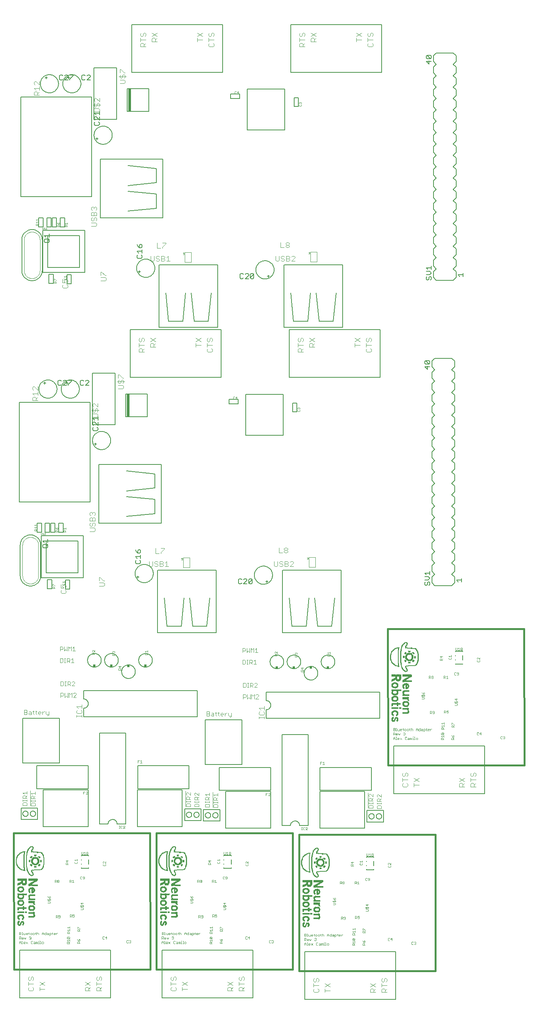
<source format=gto>
G75*
G70*
%OFA0B0*%
%FSLAX24Y24*%
%IPPOS*%
%LPD*%
G04 *
G04 macro definitions for tiled file 'silkStiched.GTO':*
G04 *
%AMOC8*
5,1,8,0,0,1.08239X$1,22.5*
%
G04 *
G04 aperture list for tiled file 'silkStiched.GTO':*
G04 *
%ADD40R,0.0030X0.0390*%
%ADD28R,0.0030X0.0120*%
%ADD25R,0.0030X0.0240*%
%ADD46R,0.0030X0.1080*%
%ADD16R,0.0030X0.0210*%
%ADD13C,0.0020*%
%ADD48R,0.0030X0.0660*%
%ADD31R,0.0030X0.1740*%
%ADD36R,0.0030X0.0360*%
%ADD24R,0.0030X0.0270*%
%ADD18C,0.0080*%
%ADD21R,0.0030X0.0420*%
%ADD41R,0.0030X0.0060*%
%ADD47R,0.0030X0.0930*%
%ADD23R,0.0030X0.0750*%
%ADD43R,0.0030X0.0510*%
%ADD34R,0.0030X0.1410*%
%ADD15R,0.0200X0.2000*%
%ADD33R,0.0030X0.1050*%
%ADD26R,0.0030X0.0180*%
%ADD20C,0.0160*%
%ADD45R,0.0030X0.0570*%
%ADD39R,0.0030X0.0480*%
%ADD14C,0.0010*%
%ADD27R,0.0030X0.0150*%
%ADD29R,0.0030X0.0090*%
%ADD38R,0.0030X0.0330*%
%ADD11C,0.0040*%
%ADD30R,0.0030X0.1230*%
%ADD44R,0.0030X0.0540*%
%ADD37R,0.0030X0.0450*%
%ADD22R,0.0030X0.0600*%
%ADD19R,0.0240X0.0230*%
%ADD32R,0.0030X0.0300*%
%ADD12C,0.0060*%
%ADD10C,0.0050*%
%ADD17C,0.0030*%
%ADD42R,0.0030X0.0030*%
%ADD35R,0.0030X0.1650*%
G04 *
G04 next data from source file './BDM2/top_silk.GTO', *
G04 source file key is 'infile_0003'. *
G04 *
D10*
X003021Y071776D02*
X003415Y071776D01*
X003415Y072563D01*
X003021Y072563D01*
X003021Y071776D01*
X002462Y072725D02*
X006163Y072725D01*
X006163Y076426D01*
X003308Y076426D01*
X002974Y076426D01*
X002462Y076426D01*
X002462Y072725D01*
X002915Y073178D02*
X002915Y075973D01*
X005710Y075973D01*
X005710Y073178D01*
X002915Y073178D01*
X004596Y072524D02*
X004596Y071737D01*
X004990Y071737D01*
X004990Y072524D01*
X004596Y072524D01*
X002975Y075361D02*
X002675Y075361D01*
X002600Y075436D01*
X002600Y075586D01*
X002675Y075661D01*
X002975Y075661D01*
X003050Y075586D01*
X003050Y075436D01*
X002975Y075361D01*
X002900Y075511D02*
X003050Y075661D01*
X003050Y075821D02*
X003050Y076121D01*
X003050Y075971D02*
X002600Y075971D01*
X002750Y075821D01*
X002824Y076737D02*
X002824Y077524D01*
X003218Y077524D01*
X003218Y076737D01*
X002824Y076737D01*
X002509Y076737D02*
X002116Y076737D01*
X002116Y077524D01*
X002509Y077524D01*
X002509Y076737D01*
X003297Y076737D02*
X003690Y076737D01*
X003690Y077524D01*
X003297Y077524D01*
X003297Y076737D01*
X004005Y076737D02*
X004399Y076737D01*
X004399Y077524D01*
X004005Y077524D01*
X004005Y076737D01*
X007531Y077549D02*
X013036Y077549D01*
X013036Y077584D02*
X013036Y082684D01*
X013036Y082719D02*
X007531Y082719D01*
X007526Y082694D02*
X007526Y077574D01*
X009986Y078134D02*
X012486Y078384D01*
X012486Y079634D01*
X009986Y079884D01*
X009986Y080384D02*
X012486Y080634D01*
X012486Y081884D01*
X009986Y082134D01*
X006777Y079418D02*
X006777Y088168D01*
X000527Y088168D01*
X000527Y079418D01*
X006777Y079418D01*
X010761Y075199D02*
X010836Y075049D01*
X010987Y074898D01*
X010987Y075124D01*
X011062Y075199D01*
X011137Y075199D01*
X011212Y075124D01*
X011212Y074974D01*
X011137Y074898D01*
X010987Y074898D01*
X011212Y074738D02*
X011212Y074438D01*
X011212Y074588D02*
X010761Y074588D01*
X010912Y074438D01*
X010836Y074278D02*
X010761Y074203D01*
X010761Y074053D01*
X010836Y073978D01*
X011137Y073978D01*
X011212Y074053D01*
X011212Y074203D01*
X011137Y074278D01*
X012719Y073408D02*
X012719Y067903D01*
X012754Y067903D02*
X017854Y067903D01*
X017889Y067903D02*
X017889Y073408D01*
X017864Y073413D02*
X012744Y073413D01*
X013304Y070953D02*
X013554Y068453D01*
X014804Y068453D01*
X015054Y070953D01*
X015554Y070953D02*
X015804Y068453D01*
X017054Y068453D01*
X017304Y070953D01*
X019831Y072261D02*
X019906Y072186D01*
X020056Y072186D01*
X020131Y072261D01*
X020291Y072186D02*
X020591Y072486D01*
X020591Y072561D01*
X020516Y072636D01*
X020366Y072636D01*
X020291Y072561D01*
X020131Y072561D02*
X020056Y072636D01*
X019906Y072636D01*
X019831Y072561D01*
X019831Y072261D01*
X020291Y072186D02*
X020591Y072186D01*
X020751Y072261D02*
X020751Y072561D01*
X020826Y072636D01*
X020976Y072636D01*
X021052Y072561D01*
X020751Y072261D01*
X020826Y072186D01*
X020976Y072186D01*
X021052Y072261D01*
X021052Y072561D01*
X023719Y073408D02*
X023719Y067903D01*
X023754Y067903D02*
X028854Y067903D01*
X028889Y067903D02*
X028889Y073408D01*
X028864Y073413D02*
X023744Y073413D01*
X024304Y070953D02*
X024554Y068453D01*
X025804Y068453D01*
X026054Y070953D01*
X026554Y070953D02*
X026804Y068453D01*
X028054Y068453D01*
X028304Y070953D01*
X036238Y072152D02*
X036313Y072077D01*
X036388Y072077D01*
X036463Y072152D01*
X036463Y072302D01*
X036538Y072377D01*
X036614Y072377D01*
X036689Y072302D01*
X036689Y072152D01*
X036614Y072077D01*
X036238Y072152D02*
X036238Y072302D01*
X036313Y072377D01*
X036238Y072537D02*
X036538Y072537D01*
X036689Y072687D01*
X036538Y072837D01*
X036238Y072837D01*
X036388Y072997D02*
X036238Y073147D01*
X036689Y073147D01*
X036689Y072997D02*
X036689Y073298D01*
X039038Y072527D02*
X039489Y072527D01*
X039489Y072377D02*
X039489Y072677D01*
X039188Y072377D02*
X039038Y072527D01*
X023789Y085280D02*
X023789Y088863D01*
X020462Y088863D01*
X020462Y085280D01*
X023789Y085280D01*
X024596Y087327D02*
X024990Y087327D01*
X024990Y088115D01*
X024596Y088115D01*
X024596Y087327D01*
X024304Y090353D02*
X024304Y094553D01*
X032304Y094553D01*
X032304Y090353D01*
X024304Y090353D01*
X019793Y088430D02*
X019793Y088036D01*
X019005Y088036D01*
X019005Y088430D01*
X019793Y088430D01*
X018304Y090353D02*
X018304Y094553D01*
X010304Y094553D01*
X010304Y090353D01*
X018304Y090353D01*
X011801Y088902D02*
X011801Y086902D01*
X010201Y086902D01*
X010201Y088902D01*
X009901Y088902D01*
X009901Y086902D01*
X010201Y086902D01*
X008986Y086212D02*
X008986Y090733D01*
X006977Y090733D01*
X006977Y086212D01*
X008986Y086212D01*
X007460Y086143D02*
X007160Y086443D01*
X007084Y086443D01*
X007009Y086368D01*
X007009Y086218D01*
X007084Y086143D01*
X007084Y085983D02*
X007009Y085908D01*
X007009Y085758D01*
X007084Y085682D01*
X007385Y085682D01*
X007460Y085758D01*
X007460Y085908D01*
X007385Y085983D01*
X007460Y086143D02*
X007460Y086443D01*
X007460Y086603D02*
X007460Y086903D01*
X007460Y086753D02*
X007009Y086753D01*
X007160Y086603D01*
X010201Y088902D02*
X011801Y088902D01*
X006664Y089660D02*
X006364Y089660D01*
X006664Y089960D01*
X006664Y090035D01*
X006589Y090110D01*
X006439Y090110D01*
X006364Y090035D01*
X006204Y090035D02*
X006129Y090110D01*
X005979Y090110D01*
X005904Y090035D01*
X005904Y089735D01*
X005979Y089660D01*
X006129Y089660D01*
X006204Y089735D01*
X005156Y090035D02*
X004856Y089735D01*
X004856Y089660D01*
X004696Y089660D02*
X004396Y089660D01*
X004696Y089960D01*
X004696Y090035D01*
X004621Y090110D01*
X004471Y090110D01*
X004396Y090035D01*
X004236Y090035D02*
X004161Y090110D01*
X004010Y090110D01*
X003935Y090035D01*
X003935Y089735D01*
X004010Y089660D01*
X004161Y089660D01*
X004236Y089735D01*
X004856Y090110D02*
X005156Y090110D01*
X005156Y090035D01*
X036238Y091302D02*
X036463Y091077D01*
X036463Y091377D01*
X036313Y091537D02*
X036238Y091612D01*
X036238Y091762D01*
X036313Y091837D01*
X036614Y091537D01*
X036689Y091612D01*
X036689Y091762D01*
X036614Y091837D01*
X036313Y091837D01*
X036313Y091537D02*
X036614Y091537D01*
X036689Y091302D02*
X036238Y091302D01*
D11*
X004273Y071361D02*
X004196Y071438D01*
X004196Y071592D01*
X004273Y071668D01*
X004196Y071822D02*
X004426Y071822D01*
X004350Y071975D01*
X004350Y072052D01*
X004426Y072129D01*
X004580Y072129D01*
X004657Y072052D01*
X004657Y071899D01*
X004580Y071822D01*
X004580Y071668D02*
X004657Y071592D01*
X004657Y071438D01*
X004580Y071361D01*
X004273Y071361D01*
X004196Y071822D02*
X004196Y072129D01*
X004349Y072126D02*
X004382Y072093D01*
X004516Y072093D01*
X004549Y072126D01*
X004549Y072193D01*
X004516Y072226D01*
X004549Y072314D02*
X004549Y072447D01*
X004549Y072381D02*
X004349Y072381D01*
X004415Y072314D01*
X004382Y072226D02*
X004349Y072193D01*
X004349Y072126D01*
X003662Y072026D02*
X003628Y072026D01*
X003495Y072159D01*
X003461Y072159D01*
X003461Y072026D01*
X003495Y071938D02*
X003562Y071938D01*
X003595Y071905D01*
X003595Y071805D01*
X003662Y071805D02*
X003461Y071805D01*
X003461Y071905D01*
X003495Y071938D01*
X003595Y071872D02*
X003662Y071938D01*
X007574Y071999D02*
X007958Y071999D01*
X008034Y072075D01*
X008034Y072229D01*
X007958Y072306D01*
X007574Y072306D01*
X007574Y072459D02*
X007574Y072766D01*
X007651Y072766D01*
X007958Y072459D01*
X008034Y072459D01*
X011983Y073800D02*
X012060Y073723D01*
X012213Y073723D01*
X012290Y073800D01*
X012290Y074184D01*
X012443Y074107D02*
X012443Y074030D01*
X012520Y073953D01*
X012673Y073953D01*
X012750Y073877D01*
X012750Y073800D01*
X012673Y073723D01*
X012520Y073723D01*
X012443Y073800D01*
X012443Y074107D02*
X012520Y074184D01*
X012673Y074184D01*
X012750Y074107D01*
X012904Y074184D02*
X013134Y074184D01*
X013211Y074107D01*
X013211Y074030D01*
X013134Y073953D01*
X012904Y073953D01*
X013134Y073953D02*
X013211Y073877D01*
X013211Y073800D01*
X013134Y073723D01*
X012904Y073723D01*
X012904Y074184D01*
X013364Y074030D02*
X013517Y074184D01*
X013517Y073723D01*
X013364Y073723D02*
X013671Y073723D01*
X013003Y074885D02*
X013003Y074961D01*
X013310Y075268D01*
X013310Y075345D01*
X013003Y075345D01*
X012850Y074885D02*
X012543Y074885D01*
X012543Y075345D01*
X011983Y074184D02*
X011983Y073800D01*
X007216Y076889D02*
X007139Y076813D01*
X006755Y076813D01*
X007216Y076889D02*
X007216Y077043D01*
X007139Y077120D01*
X006755Y077120D01*
X006832Y077273D02*
X006909Y077273D01*
X006985Y077350D01*
X006985Y077503D01*
X007062Y077580D01*
X007139Y077580D01*
X007216Y077503D01*
X007216Y077350D01*
X007139Y077273D01*
X006832Y077273D02*
X006755Y077350D01*
X006755Y077503D01*
X006832Y077580D01*
X006755Y077733D02*
X006755Y077964D01*
X006832Y078040D01*
X006909Y078040D01*
X006985Y077964D01*
X006985Y077733D01*
X006755Y077733D02*
X007216Y077733D01*
X007216Y077964D01*
X007139Y078040D01*
X007062Y078040D01*
X006985Y077964D01*
X006832Y078194D02*
X006755Y078270D01*
X006755Y078424D01*
X006832Y078501D01*
X006909Y078501D01*
X006985Y078424D01*
X007062Y078501D01*
X007139Y078501D01*
X007216Y078424D01*
X007216Y078270D01*
X007139Y078194D01*
X006985Y078347D02*
X006985Y078424D01*
X004646Y077120D02*
X004646Y076987D01*
X004646Y077053D02*
X004446Y077053D01*
X004512Y076987D01*
X004479Y076899D02*
X004546Y076899D01*
X004579Y076866D01*
X004579Y076766D01*
X004579Y076832D02*
X004646Y076899D01*
X004646Y076766D02*
X004446Y076766D01*
X004446Y076866D01*
X004479Y076899D01*
X003937Y076899D02*
X003871Y076832D01*
X003871Y076866D02*
X003871Y076766D01*
X003937Y076766D02*
X003737Y076766D01*
X003737Y076866D01*
X003770Y076899D01*
X003837Y076899D01*
X003871Y076866D01*
X003904Y076987D02*
X003937Y077020D01*
X003937Y077087D01*
X003904Y077120D01*
X003871Y077120D01*
X003837Y077087D01*
X003837Y076987D01*
X003904Y076987D01*
X003837Y076987D02*
X003770Y077053D01*
X003737Y077120D01*
X002069Y077093D02*
X002069Y077226D01*
X002069Y077160D02*
X001868Y077160D01*
X001935Y077093D01*
X001902Y077005D02*
X001969Y077005D01*
X002002Y076972D01*
X002002Y076872D01*
X002069Y076872D02*
X001868Y076872D01*
X001868Y076972D01*
X001902Y077005D01*
X002002Y076939D02*
X002069Y077005D01*
X002069Y077314D02*
X002069Y077447D01*
X002069Y077381D02*
X001868Y077381D01*
X001935Y077314D01*
X006997Y086857D02*
X007380Y086857D01*
X007457Y086933D01*
X007457Y087087D01*
X007380Y087163D01*
X006997Y087163D01*
X007073Y087317D02*
X006997Y087394D01*
X006997Y087547D01*
X007073Y087624D01*
X007073Y087777D02*
X006997Y087854D01*
X006997Y088007D01*
X007073Y088084D01*
X007150Y088084D01*
X007457Y087777D01*
X007457Y088084D01*
X007380Y087624D02*
X007304Y087624D01*
X007227Y087547D01*
X007227Y087394D01*
X007150Y087317D01*
X007073Y087317D01*
X006920Y087470D02*
X007534Y087470D01*
X007457Y087394D02*
X007457Y087547D01*
X007380Y087624D01*
X007457Y087394D02*
X007380Y087317D01*
X009257Y089372D02*
X009641Y089372D01*
X009718Y089449D01*
X009718Y089602D01*
X009641Y089679D01*
X009257Y089679D01*
X009334Y089833D02*
X009257Y089909D01*
X009257Y090063D01*
X009334Y090140D01*
X009257Y090293D02*
X009257Y090600D01*
X009334Y090600D01*
X009641Y090293D01*
X009718Y090293D01*
X009641Y090140D02*
X009564Y090140D01*
X009487Y090063D01*
X009487Y089909D01*
X009411Y089833D01*
X009334Y089833D01*
X009180Y089986D02*
X009794Y089986D01*
X009718Y089909D02*
X009718Y090063D01*
X009641Y090140D01*
X009718Y089909D02*
X009641Y089833D01*
X011074Y092592D02*
X011074Y092822D01*
X011151Y092899D01*
X011304Y092899D01*
X011381Y092822D01*
X011381Y092592D01*
X011381Y092822D01*
X011304Y092899D01*
X011151Y092899D01*
X011074Y092822D01*
X011074Y092592D01*
X011534Y092592D01*
X011074Y092592D01*
X011381Y092745D02*
X011534Y092899D01*
X011381Y092745D01*
X011074Y093052D02*
X011074Y093359D01*
X011074Y093052D01*
X011074Y093206D02*
X011534Y093206D01*
X011074Y093206D01*
X011151Y093513D02*
X011228Y093513D01*
X011304Y093589D01*
X011304Y093743D01*
X011381Y093820D01*
X011458Y093820D01*
X011534Y093743D01*
X011534Y093589D01*
X011458Y093513D01*
X011534Y093589D01*
X011534Y093743D01*
X011458Y093820D01*
X011381Y093820D01*
X011304Y093743D01*
X011304Y093589D01*
X011228Y093513D01*
X011151Y093513D01*
X011074Y093589D01*
X011074Y093743D01*
X011151Y093820D01*
X011074Y093743D01*
X011074Y093589D01*
X011151Y093513D01*
X012074Y093513D02*
X012534Y093820D01*
X012534Y093513D02*
X012074Y093820D01*
X012151Y093359D02*
X012304Y093359D01*
X012381Y093283D01*
X012381Y093052D01*
X012534Y093052D02*
X012074Y093052D01*
X012074Y093283D01*
X012151Y093359D01*
X012381Y093206D02*
X012534Y093359D01*
X016074Y093359D02*
X016074Y093052D01*
X016074Y093206D02*
X016534Y093206D01*
X016534Y093513D02*
X016074Y093820D01*
X016074Y093513D02*
X016534Y093820D01*
X017074Y093743D02*
X017074Y093589D01*
X017151Y093513D01*
X017228Y093513D01*
X017304Y093589D01*
X017304Y093743D01*
X017381Y093820D01*
X017458Y093820D01*
X017534Y093743D01*
X017534Y093589D01*
X017458Y093513D01*
X017074Y093359D02*
X017074Y093052D01*
X017074Y093206D02*
X017534Y093206D01*
X017458Y092899D02*
X017534Y092822D01*
X017534Y092669D01*
X017458Y092592D01*
X017151Y092592D01*
X017074Y092669D01*
X017074Y092822D01*
X017151Y092899D01*
X017074Y093743D02*
X017151Y093820D01*
X019395Y088677D02*
X019362Y088643D01*
X019362Y088510D01*
X019395Y088476D01*
X019462Y088476D01*
X019495Y088510D01*
X019583Y088577D02*
X019716Y088577D01*
X019683Y088677D02*
X019583Y088577D01*
X019495Y088643D02*
X019462Y088677D01*
X019395Y088677D01*
X019683Y088677D02*
X019683Y088476D01*
X025036Y087677D02*
X025070Y087711D01*
X025103Y087711D01*
X025136Y087677D01*
X025170Y087711D01*
X025203Y087711D01*
X025236Y087677D01*
X025236Y087611D01*
X025203Y087577D01*
X025203Y087490D02*
X025236Y087456D01*
X025236Y087390D01*
X025203Y087356D01*
X025070Y087356D01*
X025036Y087390D01*
X025036Y087456D01*
X025070Y087490D01*
X025070Y087577D02*
X025036Y087611D01*
X025036Y087677D01*
X025136Y087677D02*
X025136Y087644D01*
X025074Y092592D02*
X025074Y092822D01*
X025151Y092899D01*
X025304Y092899D01*
X025381Y092822D01*
X025381Y092592D01*
X025381Y092822D01*
X025304Y092899D01*
X025151Y092899D01*
X025074Y092822D01*
X025074Y092592D01*
X025534Y092592D01*
X025074Y092592D01*
X025381Y092745D02*
X025534Y092899D01*
X025381Y092745D01*
X025074Y093052D02*
X025074Y093359D01*
X025074Y093052D01*
X025074Y093206D02*
X025534Y093206D01*
X025074Y093206D01*
X025151Y093513D02*
X025228Y093513D01*
X025304Y093589D01*
X025304Y093743D01*
X025381Y093820D01*
X025458Y093820D01*
X025534Y093743D01*
X025534Y093589D01*
X025458Y093513D01*
X025534Y093589D01*
X025534Y093743D01*
X025458Y093820D01*
X025381Y093820D01*
X025304Y093743D01*
X025304Y093589D01*
X025228Y093513D01*
X025151Y093513D01*
X025074Y093589D01*
X025074Y093743D01*
X025151Y093820D01*
X025074Y093743D01*
X025074Y093589D01*
X025151Y093513D01*
X026074Y093513D02*
X026534Y093820D01*
X026534Y093513D02*
X026074Y093820D01*
X026151Y093359D02*
X026304Y093359D01*
X026381Y093283D01*
X026381Y093052D01*
X026534Y093052D02*
X026074Y093052D01*
X026074Y093283D01*
X026151Y093359D01*
X026381Y093206D02*
X026534Y093359D01*
X030074Y093359D02*
X030074Y093052D01*
X030074Y093206D02*
X030534Y093206D01*
X030534Y093513D02*
X030074Y093820D01*
X030074Y093513D02*
X030534Y093820D01*
X031074Y093743D02*
X031074Y093589D01*
X031151Y093513D01*
X031228Y093513D01*
X031304Y093589D01*
X031304Y093743D01*
X031381Y093820D01*
X031458Y093820D01*
X031534Y093743D01*
X031534Y093589D01*
X031458Y093513D01*
X031074Y093359D02*
X031074Y093052D01*
X031074Y093206D02*
X031534Y093206D01*
X031458Y092899D02*
X031534Y092822D01*
X031534Y092669D01*
X031458Y092592D01*
X031151Y092592D01*
X031074Y092669D01*
X031074Y092822D01*
X031151Y092899D01*
X031074Y093743D02*
X031151Y093820D01*
X024088Y075384D02*
X024165Y075308D01*
X024165Y075231D01*
X024088Y075154D01*
X023934Y075154D01*
X023858Y075231D01*
X023858Y075308D01*
X023934Y075384D01*
X024088Y075384D01*
X024088Y075154D02*
X024165Y075077D01*
X024165Y075001D01*
X024088Y074924D01*
X023934Y074924D01*
X023858Y075001D01*
X023858Y075077D01*
X023934Y075154D01*
X023704Y074924D02*
X023397Y074924D01*
X023397Y075384D01*
X023290Y074184D02*
X023290Y073800D01*
X023213Y073723D01*
X023060Y073723D01*
X022983Y073800D01*
X022983Y074184D01*
X023443Y074107D02*
X023443Y074030D01*
X023520Y073953D01*
X023673Y073953D01*
X023750Y073877D01*
X023750Y073800D01*
X023673Y073723D01*
X023520Y073723D01*
X023443Y073800D01*
X023443Y074107D02*
X023520Y074184D01*
X023673Y074184D01*
X023750Y074107D01*
X023904Y074184D02*
X023904Y073723D01*
X024134Y073723D01*
X024211Y073800D01*
X024211Y073877D01*
X024134Y073953D01*
X023904Y073953D01*
X024134Y073953D02*
X024211Y074030D01*
X024211Y074107D01*
X024134Y074184D01*
X023904Y074184D01*
X024364Y074107D02*
X024441Y074184D01*
X024594Y074184D01*
X024671Y074107D01*
X024671Y074030D01*
X024364Y073723D01*
X024671Y073723D01*
X002164Y088326D02*
X001704Y088326D01*
X001704Y088556D01*
X001781Y088633D01*
X001934Y088633D01*
X002011Y088556D01*
X002011Y088326D01*
X002011Y088480D02*
X002164Y088633D01*
X002164Y088787D02*
X002164Y089094D01*
X002164Y089247D02*
X001858Y089554D01*
X001781Y089554D01*
X001704Y089477D01*
X001704Y089324D01*
X001781Y089247D01*
X001704Y088940D02*
X002164Y088940D01*
X002164Y089247D02*
X002164Y089554D01*
X001704Y088940D02*
X001858Y088787D01*
D12*
X002260Y089335D02*
X002262Y089391D01*
X002268Y089448D01*
X002278Y089503D01*
X002292Y089558D01*
X002309Y089612D01*
X002331Y089664D01*
X002356Y089714D01*
X002384Y089763D01*
X002416Y089810D01*
X002451Y089854D01*
X002489Y089896D01*
X002530Y089935D01*
X002574Y089970D01*
X002620Y090003D01*
X002668Y090032D01*
X002718Y090058D01*
X002770Y090081D01*
X002824Y090099D01*
X002878Y090114D01*
X002933Y090125D01*
X002989Y090132D01*
X003046Y090135D01*
X003102Y090134D01*
X003159Y090129D01*
X003214Y090120D01*
X003269Y090107D01*
X003323Y090090D01*
X003376Y090070D01*
X003427Y090046D01*
X003476Y090018D01*
X003523Y089987D01*
X003568Y089953D01*
X003611Y089915D01*
X003650Y089875D01*
X003687Y089832D01*
X003720Y089787D01*
X003750Y089739D01*
X003777Y089689D01*
X003800Y089638D01*
X003820Y089585D01*
X003836Y089531D01*
X003848Y089475D01*
X003856Y089420D01*
X003860Y089363D01*
X003860Y089307D01*
X003856Y089250D01*
X003848Y089195D01*
X003836Y089139D01*
X003820Y089085D01*
X003800Y089032D01*
X003777Y088981D01*
X003750Y088931D01*
X003720Y088883D01*
X003687Y088838D01*
X003650Y088795D01*
X003611Y088755D01*
X003568Y088717D01*
X003523Y088683D01*
X003476Y088652D01*
X003427Y088624D01*
X003376Y088600D01*
X003323Y088580D01*
X003269Y088563D01*
X003214Y088550D01*
X003159Y088541D01*
X003102Y088536D01*
X003046Y088535D01*
X002989Y088538D01*
X002933Y088545D01*
X002878Y088556D01*
X002824Y088571D01*
X002770Y088589D01*
X002718Y088612D01*
X002668Y088638D01*
X002620Y088667D01*
X002574Y088700D01*
X002530Y088735D01*
X002489Y088774D01*
X002451Y088816D01*
X002416Y088860D01*
X002384Y088907D01*
X002356Y088956D01*
X002331Y089006D01*
X002309Y089058D01*
X002292Y089112D01*
X002278Y089167D01*
X002268Y089222D01*
X002262Y089279D01*
X002260Y089335D01*
X002760Y089785D02*
X002760Y089985D01*
X002660Y089885D02*
X002860Y089885D01*
X004629Y089885D02*
X004829Y089885D01*
X004729Y089785D02*
X004729Y089985D01*
X004229Y089335D02*
X004231Y089391D01*
X004237Y089448D01*
X004247Y089503D01*
X004261Y089558D01*
X004278Y089612D01*
X004300Y089664D01*
X004325Y089714D01*
X004353Y089763D01*
X004385Y089810D01*
X004420Y089854D01*
X004458Y089896D01*
X004499Y089935D01*
X004543Y089970D01*
X004589Y090003D01*
X004637Y090032D01*
X004687Y090058D01*
X004739Y090081D01*
X004793Y090099D01*
X004847Y090114D01*
X004902Y090125D01*
X004958Y090132D01*
X005015Y090135D01*
X005071Y090134D01*
X005128Y090129D01*
X005183Y090120D01*
X005238Y090107D01*
X005292Y090090D01*
X005345Y090070D01*
X005396Y090046D01*
X005445Y090018D01*
X005492Y089987D01*
X005537Y089953D01*
X005580Y089915D01*
X005619Y089875D01*
X005656Y089832D01*
X005689Y089787D01*
X005719Y089739D01*
X005746Y089689D01*
X005769Y089638D01*
X005789Y089585D01*
X005805Y089531D01*
X005817Y089475D01*
X005825Y089420D01*
X005829Y089363D01*
X005829Y089307D01*
X005825Y089250D01*
X005817Y089195D01*
X005805Y089139D01*
X005789Y089085D01*
X005769Y089032D01*
X005746Y088981D01*
X005719Y088931D01*
X005689Y088883D01*
X005656Y088838D01*
X005619Y088795D01*
X005580Y088755D01*
X005537Y088717D01*
X005492Y088683D01*
X005445Y088652D01*
X005396Y088624D01*
X005345Y088600D01*
X005292Y088580D01*
X005238Y088563D01*
X005183Y088550D01*
X005128Y088541D01*
X005071Y088536D01*
X005015Y088535D01*
X004958Y088538D01*
X004902Y088545D01*
X004847Y088556D01*
X004793Y088571D01*
X004739Y088589D01*
X004687Y088612D01*
X004637Y088638D01*
X004589Y088667D01*
X004543Y088700D01*
X004499Y088735D01*
X004458Y088774D01*
X004420Y088816D01*
X004385Y088860D01*
X004353Y088907D01*
X004325Y088956D01*
X004300Y089006D01*
X004278Y089058D01*
X004261Y089112D01*
X004247Y089167D01*
X004237Y089222D01*
X004231Y089279D01*
X004229Y089335D01*
X006985Y084807D02*
X006987Y084863D01*
X006993Y084920D01*
X007003Y084975D01*
X007017Y085030D01*
X007034Y085084D01*
X007056Y085136D01*
X007081Y085186D01*
X007109Y085235D01*
X007141Y085282D01*
X007176Y085326D01*
X007214Y085368D01*
X007255Y085407D01*
X007299Y085442D01*
X007345Y085475D01*
X007393Y085504D01*
X007443Y085530D01*
X007495Y085553D01*
X007549Y085571D01*
X007603Y085586D01*
X007658Y085597D01*
X007714Y085604D01*
X007771Y085607D01*
X007827Y085606D01*
X007884Y085601D01*
X007939Y085592D01*
X007994Y085579D01*
X008048Y085562D01*
X008101Y085542D01*
X008152Y085518D01*
X008201Y085490D01*
X008248Y085459D01*
X008293Y085425D01*
X008336Y085387D01*
X008375Y085347D01*
X008412Y085304D01*
X008445Y085259D01*
X008475Y085211D01*
X008502Y085161D01*
X008525Y085110D01*
X008545Y085057D01*
X008561Y085003D01*
X008573Y084947D01*
X008581Y084892D01*
X008585Y084835D01*
X008585Y084779D01*
X008581Y084722D01*
X008573Y084667D01*
X008561Y084611D01*
X008545Y084557D01*
X008525Y084504D01*
X008502Y084453D01*
X008475Y084403D01*
X008445Y084355D01*
X008412Y084310D01*
X008375Y084267D01*
X008336Y084227D01*
X008293Y084189D01*
X008248Y084155D01*
X008201Y084124D01*
X008152Y084096D01*
X008101Y084072D01*
X008048Y084052D01*
X007994Y084035D01*
X007939Y084022D01*
X007884Y084013D01*
X007827Y084008D01*
X007771Y084007D01*
X007714Y084010D01*
X007658Y084017D01*
X007603Y084028D01*
X007549Y084043D01*
X007495Y084061D01*
X007443Y084084D01*
X007393Y084110D01*
X007345Y084139D01*
X007299Y084172D01*
X007255Y084207D01*
X007214Y084246D01*
X007176Y084288D01*
X007141Y084332D01*
X007109Y084379D01*
X007081Y084428D01*
X007056Y084478D01*
X007034Y084530D01*
X007017Y084584D01*
X007003Y084639D01*
X006993Y084694D01*
X006987Y084751D01*
X006985Y084807D01*
X007235Y084607D02*
X007235Y084407D01*
X007335Y084507D02*
X007135Y084507D01*
X002425Y075606D02*
X002425Y072906D01*
X002423Y072847D01*
X002417Y072789D01*
X002408Y072730D01*
X002394Y072673D01*
X002377Y072617D01*
X002356Y072562D01*
X002332Y072508D01*
X002304Y072456D01*
X002273Y072406D01*
X002239Y072358D01*
X002202Y072313D01*
X002161Y072270D01*
X002118Y072229D01*
X002073Y072192D01*
X002025Y072158D01*
X001975Y072127D01*
X001923Y072099D01*
X001869Y072075D01*
X001814Y072054D01*
X001758Y072037D01*
X001701Y072023D01*
X001642Y072014D01*
X001584Y072008D01*
X001525Y072006D01*
X001466Y072008D01*
X001408Y072014D01*
X001349Y072023D01*
X001292Y072037D01*
X001236Y072054D01*
X001181Y072075D01*
X001127Y072099D01*
X001075Y072127D01*
X001025Y072158D01*
X000977Y072192D01*
X000932Y072229D01*
X000889Y072270D01*
X000848Y072313D01*
X000811Y072358D01*
X000777Y072406D01*
X000746Y072456D01*
X000718Y072508D01*
X000694Y072562D01*
X000673Y072617D01*
X000656Y072673D01*
X000642Y072730D01*
X000633Y072789D01*
X000627Y072847D01*
X000625Y072906D01*
X000625Y075606D01*
X000627Y075665D01*
X000633Y075723D01*
X000642Y075782D01*
X000656Y075839D01*
X000673Y075895D01*
X000694Y075950D01*
X000718Y076004D01*
X000746Y076056D01*
X000777Y076106D01*
X000811Y076154D01*
X000848Y076199D01*
X000889Y076242D01*
X000932Y076283D01*
X000977Y076320D01*
X001025Y076354D01*
X001075Y076385D01*
X001127Y076413D01*
X001181Y076437D01*
X001236Y076458D01*
X001292Y076475D01*
X001349Y076489D01*
X001408Y076498D01*
X001466Y076504D01*
X001525Y076506D01*
X001584Y076504D01*
X001642Y076498D01*
X001701Y076489D01*
X001758Y076475D01*
X001814Y076458D01*
X001869Y076437D01*
X001923Y076413D01*
X001975Y076385D01*
X002025Y076354D01*
X002073Y076320D01*
X002118Y076283D01*
X002161Y076242D01*
X002202Y076199D01*
X002239Y076154D01*
X002273Y076106D01*
X002304Y076056D01*
X002332Y076004D01*
X002356Y075950D01*
X002377Y075895D01*
X002394Y075839D01*
X002408Y075782D01*
X002417Y075723D01*
X002423Y075665D01*
X002425Y075606D01*
X010887Y072803D02*
X011087Y072803D01*
X010987Y072703D02*
X010987Y072903D01*
X010737Y073103D02*
X010739Y073159D01*
X010745Y073216D01*
X010755Y073271D01*
X010769Y073326D01*
X010786Y073380D01*
X010808Y073432D01*
X010833Y073482D01*
X010861Y073531D01*
X010893Y073578D01*
X010928Y073622D01*
X010966Y073664D01*
X011007Y073703D01*
X011051Y073738D01*
X011097Y073771D01*
X011145Y073800D01*
X011195Y073826D01*
X011247Y073849D01*
X011301Y073867D01*
X011355Y073882D01*
X011410Y073893D01*
X011466Y073900D01*
X011523Y073903D01*
X011579Y073902D01*
X011636Y073897D01*
X011691Y073888D01*
X011746Y073875D01*
X011800Y073858D01*
X011853Y073838D01*
X011904Y073814D01*
X011953Y073786D01*
X012000Y073755D01*
X012045Y073721D01*
X012088Y073683D01*
X012127Y073643D01*
X012164Y073600D01*
X012197Y073555D01*
X012227Y073507D01*
X012254Y073457D01*
X012277Y073406D01*
X012297Y073353D01*
X012313Y073299D01*
X012325Y073243D01*
X012333Y073188D01*
X012337Y073131D01*
X012337Y073075D01*
X012333Y073018D01*
X012325Y072963D01*
X012313Y072907D01*
X012297Y072853D01*
X012277Y072800D01*
X012254Y072749D01*
X012227Y072699D01*
X012197Y072651D01*
X012164Y072606D01*
X012127Y072563D01*
X012088Y072523D01*
X012045Y072485D01*
X012000Y072451D01*
X011953Y072420D01*
X011904Y072392D01*
X011853Y072368D01*
X011800Y072348D01*
X011746Y072331D01*
X011691Y072318D01*
X011636Y072309D01*
X011579Y072304D01*
X011523Y072303D01*
X011466Y072306D01*
X011410Y072313D01*
X011355Y072324D01*
X011301Y072339D01*
X011247Y072357D01*
X011195Y072380D01*
X011145Y072406D01*
X011097Y072435D01*
X011051Y072468D01*
X011007Y072503D01*
X010966Y072542D01*
X010928Y072584D01*
X010893Y072628D01*
X010861Y072675D01*
X010833Y072724D01*
X010808Y072774D01*
X010786Y072826D01*
X010769Y072880D01*
X010755Y072935D01*
X010745Y072990D01*
X010739Y073047D01*
X010737Y073103D01*
X021237Y072961D02*
X021239Y073017D01*
X021245Y073074D01*
X021255Y073129D01*
X021269Y073184D01*
X021286Y073238D01*
X021308Y073290D01*
X021333Y073340D01*
X021361Y073389D01*
X021393Y073436D01*
X021428Y073480D01*
X021466Y073522D01*
X021507Y073561D01*
X021551Y073596D01*
X021597Y073629D01*
X021645Y073658D01*
X021695Y073684D01*
X021747Y073707D01*
X021801Y073725D01*
X021855Y073740D01*
X021910Y073751D01*
X021966Y073758D01*
X022023Y073761D01*
X022079Y073760D01*
X022136Y073755D01*
X022191Y073746D01*
X022246Y073733D01*
X022300Y073716D01*
X022353Y073696D01*
X022404Y073672D01*
X022453Y073644D01*
X022500Y073613D01*
X022545Y073579D01*
X022588Y073541D01*
X022627Y073501D01*
X022664Y073458D01*
X022697Y073413D01*
X022727Y073365D01*
X022754Y073315D01*
X022777Y073264D01*
X022797Y073211D01*
X022813Y073157D01*
X022825Y073101D01*
X022833Y073046D01*
X022837Y072989D01*
X022837Y072933D01*
X022833Y072876D01*
X022825Y072821D01*
X022813Y072765D01*
X022797Y072711D01*
X022777Y072658D01*
X022754Y072607D01*
X022727Y072557D01*
X022697Y072509D01*
X022664Y072464D01*
X022627Y072421D01*
X022588Y072381D01*
X022545Y072343D01*
X022500Y072309D01*
X022453Y072278D01*
X022404Y072250D01*
X022353Y072226D01*
X022300Y072206D01*
X022246Y072189D01*
X022191Y072176D01*
X022136Y072167D01*
X022079Y072162D01*
X022023Y072161D01*
X021966Y072164D01*
X021910Y072171D01*
X021855Y072182D01*
X021801Y072197D01*
X021747Y072215D01*
X021695Y072238D01*
X021645Y072264D01*
X021597Y072293D01*
X021551Y072326D01*
X021507Y072361D01*
X021466Y072400D01*
X021428Y072442D01*
X021393Y072486D01*
X021361Y072533D01*
X021333Y072582D01*
X021308Y072632D01*
X021286Y072684D01*
X021269Y072738D01*
X021255Y072793D01*
X021245Y072848D01*
X021239Y072905D01*
X021237Y072961D01*
X022237Y072411D02*
X022437Y072411D01*
X022337Y072511D02*
X022337Y072311D01*
X036864Y072302D02*
X037114Y072052D01*
X038614Y072052D01*
X038864Y072302D01*
X038864Y072802D01*
X038614Y073052D01*
X038864Y073302D01*
X038864Y073802D01*
X038614Y074052D01*
X038864Y074302D01*
X038864Y074802D01*
X038614Y075052D01*
X038864Y075302D01*
X038864Y075802D01*
X038614Y076052D01*
X038864Y076302D01*
X038864Y076802D01*
X038614Y077052D01*
X038864Y077302D01*
X038864Y077802D01*
X038614Y078052D01*
X038864Y078302D01*
X038864Y078802D01*
X038614Y079052D01*
X038864Y079302D01*
X038864Y079802D01*
X038614Y080052D01*
X038864Y080302D01*
X038864Y080802D01*
X038614Y081052D01*
X038864Y081302D01*
X038864Y081802D01*
X038614Y082052D01*
X038864Y082302D01*
X038864Y082802D01*
X038614Y083052D01*
X038864Y083302D01*
X038864Y083802D01*
X038614Y084052D01*
X038864Y084302D01*
X038864Y084802D01*
X038614Y085052D01*
X038864Y085302D01*
X038864Y085802D01*
X038614Y086052D01*
X038864Y086302D01*
X038864Y086802D01*
X038614Y087052D01*
X038864Y087302D01*
X038864Y087802D01*
X038614Y088052D01*
X038864Y088302D01*
X038864Y088802D01*
X038614Y089052D01*
X038864Y089302D01*
X038864Y089802D01*
X038614Y090052D01*
X038864Y090302D01*
X038864Y090802D01*
X038614Y091052D01*
X038864Y091302D01*
X038864Y091802D01*
X038614Y092052D01*
X037114Y092052D01*
X036864Y091802D01*
X036864Y091302D01*
X037114Y091052D01*
X036864Y090802D01*
X036864Y090302D01*
X037114Y090052D01*
X036864Y089802D01*
X036864Y089302D01*
X037114Y089052D01*
X036864Y088802D01*
X036864Y088302D01*
X037114Y088052D01*
X036864Y087802D01*
X036864Y087302D01*
X037114Y087052D01*
X036864Y086802D01*
X036864Y086302D01*
X037114Y086052D01*
X036864Y085802D01*
X036864Y085302D01*
X037114Y085052D01*
X036864Y084802D01*
X036864Y084302D01*
X037114Y084052D01*
X036864Y083802D01*
X036864Y083302D01*
X037114Y083052D01*
X036864Y082802D01*
X036864Y082302D01*
X037114Y082052D01*
X036864Y081802D01*
X036864Y081302D01*
X037114Y081052D01*
X036864Y080802D01*
X036864Y080302D01*
X037114Y080052D01*
X036864Y079802D01*
X036864Y079302D01*
X037114Y079052D01*
X036864Y078802D01*
X036864Y078302D01*
X037114Y078052D01*
X036864Y077802D01*
X036864Y077302D01*
X037114Y077052D01*
X036864Y076802D01*
X036864Y076302D01*
X037114Y076052D01*
X036864Y075802D01*
X036864Y075302D01*
X037114Y075052D01*
X036864Y074802D01*
X036864Y074302D01*
X037114Y074052D01*
X036864Y073802D01*
X036864Y073302D01*
X037114Y073052D01*
X036864Y072802D01*
X036864Y072302D01*
D13*
X026592Y073670D02*
X026041Y073670D01*
X026041Y074536D01*
X026592Y074536D01*
X026592Y073670D01*
X015529Y073626D02*
X014978Y073626D01*
X014978Y074493D01*
X015529Y074493D01*
X015529Y073626D01*
D14*
X014915Y074313D02*
X014915Y074373D01*
X014900Y074405D02*
X014915Y074420D01*
X014915Y074450D01*
X014900Y074465D01*
X014870Y074465D01*
X014855Y074450D01*
X014855Y074435D01*
X014870Y074405D01*
X014825Y074405D01*
X014825Y074465D01*
X014825Y074313D02*
X014915Y074313D01*
X025888Y074357D02*
X025978Y074357D01*
X025978Y074417D01*
X025963Y074449D02*
X025978Y074464D01*
X025978Y074494D01*
X025963Y074509D01*
X025948Y074509D01*
X025933Y074494D01*
X025933Y074449D01*
X025963Y074449D01*
X025933Y074449D02*
X025903Y074479D01*
X025888Y074509D01*
X002842Y076529D02*
X002742Y076529D01*
X002842Y076629D01*
X002842Y076654D01*
X002817Y076679D01*
X002767Y076679D01*
X002742Y076654D01*
X002645Y076679D02*
X002645Y076529D01*
X002595Y076529D02*
X002695Y076529D01*
X002595Y076629D02*
X002645Y076679D01*
X002547Y076679D02*
X002547Y076554D01*
X002522Y076529D01*
X002472Y076529D01*
X002447Y076554D01*
X002447Y076679D01*
D15*
X010101Y087902D03*
D13*
X002225Y075606D02*
X002225Y072906D01*
X002223Y072855D01*
X002218Y072804D01*
X002208Y072754D01*
X002195Y072704D01*
X002179Y072656D01*
X002159Y072609D01*
X002135Y072563D01*
X002109Y072520D01*
X002079Y072478D01*
X002046Y072439D01*
X002011Y072402D01*
X001973Y072368D01*
X001932Y072337D01*
X001890Y072308D01*
X001845Y072283D01*
X001799Y072262D01*
X001751Y072243D01*
X001702Y072229D01*
X001652Y072218D01*
X001602Y072210D01*
X001551Y072206D01*
X001499Y072206D01*
X001448Y072210D01*
X001398Y072218D01*
X001348Y072229D01*
X001299Y072243D01*
X001251Y072262D01*
X001205Y072283D01*
X001160Y072308D01*
X001118Y072337D01*
X001077Y072368D01*
X001039Y072402D01*
X001004Y072439D01*
X000971Y072478D01*
X000941Y072520D01*
X000915Y072563D01*
X000891Y072609D01*
X000871Y072656D01*
X000855Y072704D01*
X000842Y072754D01*
X000832Y072804D01*
X000827Y072855D01*
X000825Y072906D01*
X000825Y075606D01*
X000827Y075657D01*
X000832Y075708D01*
X000842Y075758D01*
X000855Y075808D01*
X000871Y075856D01*
X000891Y075903D01*
X000915Y075949D01*
X000941Y075992D01*
X000971Y076034D01*
X001004Y076073D01*
X001039Y076110D01*
X001077Y076144D01*
X001118Y076175D01*
X001160Y076204D01*
X001205Y076229D01*
X001251Y076250D01*
X001299Y076269D01*
X001348Y076283D01*
X001398Y076294D01*
X001448Y076302D01*
X001499Y076306D01*
X001551Y076306D01*
X001602Y076302D01*
X001652Y076294D01*
X001702Y076283D01*
X001751Y076269D01*
X001799Y076250D01*
X001845Y076229D01*
X001890Y076204D01*
X001932Y076175D01*
X001973Y076144D01*
X002011Y076110D01*
X002046Y076073D01*
X002079Y076034D01*
X002109Y075992D01*
X002135Y075949D01*
X002159Y075903D01*
X002179Y075856D01*
X002195Y075808D01*
X002208Y075758D01*
X002218Y075708D01*
X002223Y075657D01*
X002225Y075606D01*
G04 *
G04 next data from source file './bluetooth4/top_silk.GTO', *
G04 source file key is 'infile_0008'. *
G04 *
D20*
X000060Y038275D02*
X000050Y050275D01*
X012050Y050275D01*
X012060Y038275D01*
X000060Y038275D01*
D21*
X000505Y042847D03*
X000895Y042847D03*
X000895Y044137D03*
X000445Y044737D03*
X000505Y045307D03*
X000895Y045307D03*
X001435Y045217D03*
X001255Y047107D03*
X001255Y048517D03*
X000265Y047797D03*
D22*
X000295Y047797D03*
X002185Y047797D03*
D23*
X000325Y047812D03*
D24*
X000355Y048112D03*
X001045Y048532D03*
X001675Y048712D03*
X001765Y048952D03*
X002305Y047812D03*
X002065Y046132D03*
X002035Y046132D03*
X001555Y045742D03*
X001525Y045742D03*
X001375Y045232D03*
X000955Y045322D03*
X000955Y044122D03*
X001375Y043672D03*
X001915Y043672D03*
X001915Y045232D03*
X000955Y042862D03*
X000955Y042322D03*
X000715Y042352D03*
X000685Y042292D03*
X000415Y042322D03*
X000415Y042862D03*
X000445Y043612D03*
X000475Y043612D03*
X000505Y043612D03*
D25*
X000415Y043597D03*
X000415Y044137D03*
X000415Y045307D03*
X001465Y045727D03*
X001495Y045727D03*
X002095Y046147D03*
X001765Y046657D03*
X001315Y046897D03*
X001615Y047797D03*
X001765Y048007D03*
X002155Y048007D03*
X001645Y048697D03*
X001315Y048727D03*
X000385Y048187D03*
X000355Y047497D03*
X002635Y047257D03*
X001915Y042997D03*
X000745Y042397D03*
X000655Y042247D03*
D16*
X000625Y042202D03*
X001795Y043222D03*
X001765Y044182D03*
X001495Y044482D03*
X001375Y044692D03*
X000835Y044542D03*
X000415Y044662D03*
X000475Y045772D03*
X000715Y045892D03*
X000895Y045772D03*
X001045Y045772D03*
X001435Y045712D03*
X001705Y046792D03*
X001645Y046912D03*
X001615Y047452D03*
X001465Y047812D03*
X001435Y047812D03*
X001615Y048142D03*
X001765Y047602D03*
X001795Y047572D03*
X002125Y047572D03*
X002155Y047602D03*
X002305Y047452D03*
X002305Y048142D03*
X002635Y048352D03*
X002605Y048412D03*
X002155Y046162D03*
X002125Y046162D03*
X001345Y046822D03*
X000385Y047422D03*
D26*
X000415Y047377D03*
X000445Y047317D03*
X000415Y048247D03*
X001345Y048787D03*
X001375Y048847D03*
X001615Y048667D03*
X001705Y048817D03*
X001645Y048157D03*
X001795Y048037D03*
X001825Y048067D03*
X001855Y048067D03*
X001945Y048097D03*
X001975Y048097D03*
X002095Y048067D03*
X002125Y048037D03*
X002395Y047797D03*
X002425Y047797D03*
X002455Y047797D03*
X002485Y047797D03*
X002515Y047797D03*
X002335Y047467D03*
X002275Y047437D03*
X002095Y047557D03*
X002065Y047527D03*
X001885Y047527D03*
X001825Y047557D03*
X001645Y047437D03*
X001585Y047467D03*
X001495Y047827D03*
X001375Y046777D03*
X001405Y046717D03*
X001405Y046177D03*
X001435Y046177D03*
X001465Y046177D03*
X001495Y046177D03*
X001525Y046177D03*
X001555Y046177D03*
X001585Y046177D03*
X001615Y046177D03*
X001645Y046177D03*
X001675Y046177D03*
X001705Y046177D03*
X001735Y046177D03*
X001765Y046177D03*
X001795Y046177D03*
X001825Y046177D03*
X001855Y046177D03*
X001855Y045967D03*
X001795Y045937D03*
X001735Y045907D03*
X001705Y045877D03*
X001405Y045697D03*
X001375Y045697D03*
X001525Y045397D03*
X001495Y045367D03*
X001765Y045397D03*
X001765Y045067D03*
X001525Y044797D03*
X001495Y044797D03*
X001525Y044467D03*
X001525Y044197D03*
X001555Y044197D03*
X001585Y044197D03*
X001615Y044197D03*
X001645Y044197D03*
X001675Y044197D03*
X001705Y044197D03*
X001735Y044197D03*
X001495Y044197D03*
X001465Y044197D03*
X001435Y044197D03*
X001405Y044197D03*
X001375Y044197D03*
X001525Y043837D03*
X001495Y043807D03*
X001495Y043537D03*
X001525Y043507D03*
X001795Y043507D03*
X001765Y043237D03*
X001795Y042907D03*
X001765Y043837D03*
X000835Y044287D03*
X000805Y044527D03*
X000715Y044497D03*
X000685Y044497D03*
X000565Y044527D03*
X000535Y044557D03*
X000565Y044287D03*
X000535Y044257D03*
X000535Y043987D03*
X000805Y043957D03*
X000835Y044857D03*
X000745Y045127D03*
X000835Y045157D03*
X000835Y045457D03*
X000775Y045487D03*
X000595Y045487D03*
X000535Y045457D03*
X000415Y045727D03*
X000445Y045757D03*
X000505Y045787D03*
X000535Y045787D03*
X000565Y045817D03*
X000595Y045817D03*
X000625Y045847D03*
X000655Y045847D03*
X000685Y045877D03*
X000925Y045757D03*
X000955Y045757D03*
X000985Y045757D03*
X001015Y045757D03*
X001015Y046177D03*
X001045Y046177D03*
X000985Y046177D03*
X000955Y046177D03*
X000925Y046177D03*
X000895Y046177D03*
X000715Y046177D03*
X000685Y046177D03*
X000655Y046177D03*
X000625Y046177D03*
X000595Y046177D03*
X000565Y046177D03*
X000535Y046177D03*
X000505Y046177D03*
X000475Y046177D03*
X000445Y046177D03*
X000415Y046177D03*
X000535Y045157D03*
X000535Y044857D03*
X001375Y046177D03*
X002605Y047197D03*
X002575Y048457D03*
X000775Y043027D03*
X000835Y042997D03*
X000835Y042697D03*
X000595Y043027D03*
X000535Y042997D03*
X000535Y042697D03*
X000535Y042457D03*
D27*
X000535Y042172D03*
X000565Y042172D03*
X000595Y042172D03*
X000775Y042442D03*
X000835Y042442D03*
X000985Y042322D03*
X001375Y042892D03*
X001405Y042892D03*
X001435Y042892D03*
X001465Y042892D03*
X001495Y042892D03*
X001525Y042892D03*
X001555Y042892D03*
X001585Y042892D03*
X001615Y042892D03*
X001645Y042892D03*
X001675Y042892D03*
X001705Y042892D03*
X001735Y042892D03*
X001765Y042892D03*
X001735Y043252D03*
X001705Y043252D03*
X001675Y043252D03*
X001645Y043252D03*
X001615Y043252D03*
X001585Y043252D03*
X001555Y043252D03*
X001525Y043252D03*
X001495Y043252D03*
X001465Y043252D03*
X001435Y043252D03*
X001405Y043252D03*
X001375Y043252D03*
X001225Y043312D03*
X001195Y043312D03*
X001165Y043312D03*
X001135Y043312D03*
X001105Y043312D03*
X001075Y043312D03*
X000985Y043312D03*
X000955Y043312D03*
X000925Y043312D03*
X000895Y043312D03*
X000865Y043312D03*
X000835Y043312D03*
X000805Y043312D03*
X000775Y043312D03*
X000745Y043312D03*
X000715Y043312D03*
X000685Y043312D03*
X000655Y043312D03*
X000625Y043312D03*
X000595Y043312D03*
X000565Y043312D03*
X000535Y043312D03*
X000505Y043312D03*
X000475Y043312D03*
X000445Y043312D03*
X000415Y043312D03*
X000565Y043012D03*
X000625Y043042D03*
X000655Y043042D03*
X000685Y043042D03*
X000715Y043042D03*
X000745Y043042D03*
X000805Y043012D03*
X000805Y043672D03*
X000835Y043672D03*
X000775Y043672D03*
X000745Y043672D03*
X000715Y043672D03*
X000685Y043672D03*
X000655Y043672D03*
X000625Y043672D03*
X000595Y043672D03*
X000565Y043672D03*
X000535Y043672D03*
X000595Y043942D03*
X000625Y043942D03*
X000655Y043942D03*
X000685Y043942D03*
X000715Y043942D03*
X000745Y043942D03*
X000775Y043942D03*
X000835Y043972D03*
X000985Y044122D03*
X001015Y043672D03*
X001045Y043672D03*
X001075Y043672D03*
X001105Y043672D03*
X001135Y043672D03*
X001165Y043672D03*
X001555Y043492D03*
X001585Y043492D03*
X001615Y043492D03*
X001645Y043492D03*
X001675Y043492D03*
X001705Y043492D03*
X001735Y043492D03*
X001765Y043492D03*
X001945Y043672D03*
X001795Y043822D03*
X001735Y043852D03*
X001705Y043852D03*
X001675Y043852D03*
X001645Y043852D03*
X001615Y043852D03*
X001585Y043852D03*
X001555Y043852D03*
X001915Y044212D03*
X001915Y044452D03*
X001945Y044452D03*
X001885Y044452D03*
X001855Y044452D03*
X001825Y044452D03*
X001795Y044452D03*
X001765Y044452D03*
X001735Y044452D03*
X001705Y044452D03*
X001675Y044452D03*
X001645Y044452D03*
X001615Y044452D03*
X001585Y044452D03*
X001555Y044452D03*
X001375Y044452D03*
X001555Y044812D03*
X001585Y044812D03*
X001615Y044812D03*
X001645Y044812D03*
X001675Y044812D03*
X001705Y044812D03*
X001735Y044812D03*
X001765Y044812D03*
X001795Y044812D03*
X001825Y044812D03*
X001855Y044812D03*
X001885Y044812D03*
X001915Y044812D03*
X001945Y044812D03*
X001795Y045082D03*
X001945Y045232D03*
X001795Y045382D03*
X001795Y045682D03*
X001825Y045682D03*
X001855Y045682D03*
X001885Y045682D03*
X001915Y045682D03*
X001945Y045682D03*
X001975Y045682D03*
X002005Y045682D03*
X002035Y045682D03*
X002065Y045682D03*
X002095Y045682D03*
X002125Y045682D03*
X002155Y045682D03*
X002185Y045682D03*
X002185Y046162D03*
X001825Y045952D03*
X001765Y045922D03*
X001765Y045682D03*
X001735Y045682D03*
X001705Y045682D03*
X001615Y045412D03*
X001585Y045412D03*
X001555Y045412D03*
X001495Y045082D03*
X001195Y044872D03*
X001165Y044872D03*
X001135Y044872D03*
X001105Y044872D03*
X001075Y044872D03*
X001045Y044872D03*
X001015Y044872D03*
X000985Y044872D03*
X000805Y044872D03*
X000775Y044872D03*
X000745Y044872D03*
X000715Y044872D03*
X000685Y044872D03*
X000655Y044872D03*
X000625Y044872D03*
X000595Y044872D03*
X000565Y044872D03*
X000655Y045112D03*
X000685Y045112D03*
X000715Y045112D03*
X000775Y045142D03*
X000805Y045142D03*
X000625Y045142D03*
X000595Y045142D03*
X000565Y045142D03*
X000565Y045472D03*
X000625Y045502D03*
X000655Y045502D03*
X000685Y045502D03*
X000715Y045502D03*
X000745Y045502D03*
X000805Y045472D03*
X000775Y044512D03*
X000745Y044512D03*
X000655Y044512D03*
X000625Y044512D03*
X000595Y044512D03*
X000595Y044302D03*
X000625Y044302D03*
X000655Y044302D03*
X000685Y044302D03*
X000715Y044302D03*
X000745Y044302D03*
X000775Y044302D03*
X000805Y044302D03*
X000565Y043972D03*
X001915Y043252D03*
X001495Y046612D03*
X001465Y046642D03*
X001435Y046672D03*
X001615Y046942D03*
X001795Y046642D03*
X001975Y047302D03*
X001975Y047512D03*
X002005Y047512D03*
X002035Y047512D03*
X001945Y047512D03*
X001915Y047512D03*
X001855Y047542D03*
X001525Y047812D03*
X001405Y047812D03*
X001585Y048142D03*
X001885Y048082D03*
X001915Y048082D03*
X002005Y048082D03*
X002035Y048082D03*
X002065Y048082D03*
X002035Y048292D03*
X002005Y048292D03*
X001975Y048292D03*
X001945Y048292D03*
X001915Y048292D03*
X002275Y048172D03*
X002335Y048142D03*
X002545Y048502D03*
X002575Y047152D03*
X001405Y048892D03*
X001435Y048922D03*
X000475Y048322D03*
X000445Y048292D03*
X000475Y047272D03*
X000505Y047242D03*
X000535Y047212D03*
X000565Y047182D03*
D28*
X000595Y047167D03*
X000625Y047137D03*
X000655Y047107D03*
X000715Y047077D03*
X000775Y047047D03*
X000955Y046987D03*
X001525Y046597D03*
X001555Y046567D03*
X001615Y046537D03*
X001675Y046537D03*
X001885Y047317D03*
X001915Y047317D03*
X001945Y047317D03*
X002005Y047317D03*
X002035Y047317D03*
X002245Y047437D03*
X002365Y047467D03*
X002545Y047107D03*
X002515Y047077D03*
X002365Y048127D03*
X002515Y048517D03*
X002485Y048547D03*
X002215Y048577D03*
X002185Y048577D03*
X002155Y048577D03*
X002125Y048577D03*
X002095Y048577D03*
X001765Y048607D03*
X001795Y048967D03*
X001705Y049057D03*
X001585Y049057D03*
X001525Y049027D03*
X001495Y048997D03*
X001465Y048967D03*
X001885Y048307D03*
X001675Y048157D03*
X001555Y048127D03*
X001555Y047467D03*
X001675Y047437D03*
X000895Y048607D03*
X000805Y048577D03*
X000745Y048547D03*
X000685Y048517D03*
X000625Y048487D03*
X000595Y048457D03*
X000565Y048427D03*
X000535Y048397D03*
X000505Y048367D03*
X000985Y045307D03*
X001225Y044887D03*
X001915Y044017D03*
X001945Y042997D03*
X000985Y042847D03*
X000805Y042697D03*
X000805Y042457D03*
X000565Y042457D03*
X000565Y042697D03*
X000415Y044887D03*
D29*
X000985Y044662D03*
X001525Y045082D03*
X001645Y046522D03*
X001705Y046552D03*
X001585Y046552D03*
X001705Y047002D03*
X001735Y047002D03*
X001765Y047002D03*
X001795Y047002D03*
X001825Y047002D03*
X001855Y047002D03*
X001885Y047032D03*
X001915Y047032D03*
X001945Y047032D03*
X001975Y047032D03*
X002005Y047032D03*
X002035Y047032D03*
X002065Y047032D03*
X002095Y047032D03*
X002125Y047032D03*
X002155Y047032D03*
X002185Y047032D03*
X002215Y047032D03*
X002245Y047032D03*
X002275Y047032D03*
X002305Y047032D03*
X002335Y047032D03*
X002365Y047032D03*
X002395Y047032D03*
X002425Y047032D03*
X002455Y047062D03*
X002485Y047062D03*
X002245Y048172D03*
X002245Y048562D03*
X002275Y048562D03*
X002305Y048562D03*
X002335Y048562D03*
X002365Y048562D03*
X002395Y048562D03*
X002425Y048562D03*
X002455Y048562D03*
X002065Y048592D03*
X002035Y048592D03*
X002005Y048592D03*
X001975Y048592D03*
X001945Y048592D03*
X001915Y048592D03*
X001885Y048592D03*
X001855Y048592D03*
X001825Y048592D03*
X001795Y048592D03*
X001735Y048622D03*
X001705Y048622D03*
X001555Y049042D03*
X001615Y049072D03*
X001645Y049072D03*
X001675Y049072D03*
X001075Y048622D03*
X000955Y048622D03*
X000925Y048622D03*
X000865Y048592D03*
X000835Y048592D03*
X000775Y048562D03*
X000715Y048532D03*
X000655Y048502D03*
X000685Y047092D03*
X000745Y047062D03*
X000805Y047032D03*
X000835Y047032D03*
X000865Y047002D03*
X000895Y047002D03*
X000925Y047002D03*
X001075Y046972D03*
X000835Y042202D03*
D30*
X000955Y047812D03*
D31*
X000985Y047797D03*
X001015Y047797D03*
D32*
X001045Y047077D03*
X001285Y046987D03*
X001675Y046897D03*
X001975Y046117D03*
X002005Y046117D03*
X001615Y045757D03*
X001585Y045757D03*
X001795Y044137D03*
X002665Y047347D03*
X002665Y048247D03*
X001735Y048937D03*
X001285Y048637D03*
D33*
X001165Y047812D03*
D34*
X001195Y047812D03*
D35*
X001225Y047812D03*
D36*
X001645Y047797D03*
X001885Y046087D03*
X001675Y045787D03*
X001405Y045217D03*
X000925Y045307D03*
X000925Y044137D03*
X000925Y043657D03*
X000955Y043657D03*
X000985Y043657D03*
X000895Y043657D03*
X000865Y043657D03*
X000925Y042847D03*
X001885Y043657D03*
D37*
X001825Y043672D03*
X001465Y043672D03*
X001405Y044602D03*
X001825Y045232D03*
X000865Y045322D03*
X000895Y044722D03*
X000925Y044722D03*
X000475Y044722D03*
X000505Y044122D03*
X000865Y044122D03*
X000865Y042862D03*
X000505Y042322D03*
X000745Y046042D03*
X001675Y047812D03*
D38*
X001735Y046672D03*
X001915Y046102D03*
X001945Y046102D03*
X001645Y045772D03*
X001885Y045232D03*
X001885Y044122D03*
X001855Y044122D03*
X001825Y044122D03*
X001405Y043672D03*
X000925Y042322D03*
X000445Y042322D03*
X000445Y042862D03*
X000445Y044122D03*
X000445Y045322D03*
D39*
X000505Y044707D03*
X000865Y044707D03*
X001435Y044617D03*
X001465Y044617D03*
X001465Y045217D03*
X001195Y046027D03*
X000775Y046027D03*
X002245Y047797D03*
X001885Y043087D03*
X001855Y043087D03*
D40*
X001855Y043672D03*
X001435Y043672D03*
X000955Y044752D03*
X000475Y045322D03*
X000475Y044122D03*
X000475Y042862D03*
X000475Y042322D03*
X000865Y042322D03*
X000895Y042322D03*
X001855Y045232D03*
X001225Y046072D03*
X002275Y047812D03*
D41*
X002395Y047467D03*
X002395Y048127D03*
X002215Y048157D03*
X001705Y048157D03*
X001525Y048127D03*
X001525Y047467D03*
X001945Y043987D03*
D42*
X000805Y042202D03*
X000595Y042712D03*
X002065Y047272D03*
X002215Y047452D03*
X001705Y047452D03*
X002065Y048322D03*
D43*
X001165Y046012D03*
X001645Y045232D03*
X001675Y045232D03*
X001705Y045232D03*
X001735Y045232D03*
X001825Y043072D03*
D44*
X001135Y045997D03*
X000805Y045997D03*
X001705Y047797D03*
X002215Y047797D03*
D45*
X001735Y047812D03*
X001105Y045982D03*
X001075Y045982D03*
X000865Y045982D03*
X000835Y045982D03*
D46*
X002695Y047797D03*
D47*
X002725Y047812D03*
D48*
X002755Y047797D03*
D13*
X003670Y046145D02*
X003670Y045925D01*
X003670Y045998D02*
X003781Y045998D01*
X003817Y046035D01*
X003817Y046109D01*
X003781Y046145D01*
X003670Y046145D01*
X003744Y045998D02*
X003817Y045925D01*
X003891Y045962D02*
X003891Y045998D01*
X003928Y046035D01*
X004001Y046035D01*
X004038Y045998D01*
X004038Y045962D01*
X004001Y045925D01*
X003928Y045925D01*
X003891Y045962D01*
X003928Y046035D02*
X003891Y046072D01*
X003891Y046109D01*
X003928Y046145D01*
X004001Y046145D01*
X004038Y046109D01*
X004038Y046072D01*
X004001Y046035D01*
X003234Y044694D02*
X003270Y044657D01*
X003270Y044584D01*
X003234Y044547D01*
X003160Y044547D01*
X003160Y044657D01*
X003197Y044694D01*
X003234Y044694D01*
X003087Y044620D02*
X003160Y044547D01*
X003197Y044473D02*
X003160Y044436D01*
X003160Y044363D01*
X003124Y044326D01*
X003087Y044326D01*
X003050Y044363D01*
X003050Y044436D01*
X003087Y044473D01*
X003014Y044399D02*
X003307Y044399D01*
X003270Y044363D02*
X003270Y044436D01*
X003234Y044473D01*
X003197Y044473D01*
X003270Y044363D02*
X003234Y044326D01*
X003234Y044252D02*
X003050Y044252D01*
X003050Y044105D02*
X003234Y044105D01*
X003270Y044142D01*
X003270Y044215D01*
X003234Y044252D01*
X003087Y044620D02*
X003050Y044694D01*
X003770Y043035D02*
X003881Y043035D01*
X003917Y042999D01*
X003917Y042925D01*
X003881Y042888D01*
X003770Y042888D01*
X003770Y042815D02*
X003770Y043035D01*
X003844Y042888D02*
X003917Y042815D01*
X003991Y042852D02*
X004028Y042815D01*
X004101Y042815D01*
X004138Y042852D01*
X004138Y042999D01*
X004101Y043035D01*
X004028Y043035D01*
X003991Y042999D01*
X003991Y042962D01*
X004028Y042925D01*
X004138Y042925D01*
X004770Y041967D02*
X004844Y041894D01*
X004770Y041967D02*
X004990Y041967D01*
X004990Y041894D02*
X004990Y042041D01*
X004990Y041820D02*
X004990Y041673D01*
X004990Y041746D02*
X004770Y041746D01*
X004844Y041673D01*
X004880Y041599D02*
X004917Y041562D01*
X004917Y041452D01*
X004990Y041452D02*
X004770Y041452D01*
X004770Y041562D01*
X004807Y041599D01*
X004880Y041599D01*
X004917Y041525D02*
X004990Y041599D01*
X004934Y041131D02*
X004787Y041131D01*
X004934Y040984D01*
X004970Y041021D01*
X004970Y041094D01*
X004934Y041131D01*
X004934Y040984D02*
X004787Y040984D01*
X004750Y041021D01*
X004750Y041094D01*
X004787Y041131D01*
X004970Y040910D02*
X004970Y040763D01*
X004970Y040836D02*
X004750Y040836D01*
X004824Y040763D01*
X004860Y040689D02*
X004897Y040652D01*
X004897Y040542D01*
X004970Y040542D02*
X004750Y040542D01*
X004750Y040652D01*
X004787Y040689D01*
X004860Y040689D01*
X004897Y040615D02*
X004970Y040689D01*
X005650Y040663D02*
X005687Y040700D01*
X005760Y040700D01*
X005797Y040663D01*
X005797Y040553D01*
X005870Y040553D02*
X005650Y040553D01*
X005650Y040663D01*
X005797Y040626D02*
X005870Y040700D01*
X005834Y040774D02*
X005870Y040811D01*
X005870Y040884D01*
X005834Y040921D01*
X005797Y040921D01*
X005760Y040884D01*
X005760Y040774D01*
X005834Y040774D01*
X005760Y040774D02*
X005687Y040847D01*
X005650Y040921D01*
X005670Y041643D02*
X005670Y041753D01*
X005707Y041790D01*
X005780Y041790D01*
X005817Y041753D01*
X005817Y041643D01*
X005890Y041643D02*
X005670Y041643D01*
X005817Y041716D02*
X005890Y041790D01*
X005890Y041864D02*
X005854Y041864D01*
X005707Y042011D01*
X005670Y042011D01*
X005670Y041864D01*
X005330Y042875D02*
X005256Y042875D01*
X005219Y042912D01*
X005219Y042985D02*
X005293Y043022D01*
X005330Y043022D01*
X005366Y042985D01*
X005366Y042912D01*
X005330Y042875D01*
X005219Y042985D02*
X005219Y043095D01*
X005366Y043095D01*
X005145Y043059D02*
X005145Y042985D01*
X005109Y042948D01*
X004998Y042948D01*
X004998Y042875D02*
X004998Y043095D01*
X005109Y043095D01*
X005145Y043059D01*
X005072Y042948D02*
X005145Y042875D01*
X005948Y043552D02*
X006131Y043552D01*
X006168Y043589D01*
X006168Y043662D01*
X006131Y043699D01*
X005948Y043699D01*
X005984Y043773D02*
X005948Y043810D01*
X005948Y043883D01*
X005984Y043920D01*
X006058Y043883D02*
X006094Y043920D01*
X006131Y043920D01*
X006168Y043883D01*
X006168Y043810D01*
X006131Y043773D01*
X006058Y043810D02*
X006021Y043773D01*
X005984Y043773D01*
X006058Y043810D02*
X006058Y043883D01*
X006058Y043994D02*
X005948Y044104D01*
X006168Y044104D01*
X006058Y044141D02*
X006058Y043994D01*
X005911Y043846D02*
X006205Y043846D01*
X005338Y045925D02*
X005191Y045925D01*
X005117Y045925D02*
X005044Y045998D01*
X005081Y045998D02*
X004970Y045998D01*
X004970Y045925D02*
X004970Y046145D01*
X005081Y046145D01*
X005117Y046109D01*
X005117Y046035D01*
X005081Y045998D01*
X005191Y046072D02*
X005265Y046145D01*
X005265Y045925D01*
X005908Y046262D02*
X005945Y046225D01*
X006019Y046225D01*
X006055Y046262D01*
X006129Y046262D02*
X006166Y046225D01*
X006240Y046225D01*
X006276Y046262D01*
X006276Y046409D01*
X006240Y046445D01*
X006166Y046445D01*
X006129Y046409D01*
X006129Y046372D01*
X006166Y046335D01*
X006276Y046335D01*
X006055Y046409D02*
X006019Y046445D01*
X005945Y046445D01*
X005908Y046409D01*
X005908Y046262D01*
X005598Y047603D02*
X005451Y047603D01*
X005414Y047639D01*
X005414Y047713D01*
X005451Y047749D01*
X005488Y047824D02*
X005414Y047897D01*
X005635Y047897D01*
X005635Y047824D02*
X005635Y047970D01*
X005598Y047749D02*
X005635Y047713D01*
X005635Y047639D01*
X005598Y047603D01*
X006034Y048385D02*
X006108Y048385D01*
X006144Y048422D01*
X006144Y048605D01*
X006218Y048532D02*
X006292Y048605D01*
X006292Y048385D01*
X006365Y048385D02*
X006218Y048385D01*
X006034Y048385D02*
X005997Y048422D01*
X005997Y048605D01*
X006439Y048569D02*
X006439Y048532D01*
X006476Y048495D01*
X006550Y048495D01*
X006586Y048458D01*
X006586Y048422D01*
X006550Y048385D01*
X006476Y048385D01*
X006439Y048422D01*
X006439Y048458D01*
X006476Y048495D01*
X006550Y048495D02*
X006586Y048532D01*
X006586Y048569D01*
X006550Y048605D01*
X006476Y048605D01*
X006439Y048569D01*
X007910Y047722D02*
X007910Y047648D01*
X007946Y047612D01*
X007946Y047538D02*
X007910Y047501D01*
X007910Y047427D01*
X007946Y047391D01*
X008093Y047391D01*
X008130Y047427D01*
X008130Y047501D01*
X008093Y047538D01*
X008130Y047612D02*
X007983Y047759D01*
X007946Y047759D01*
X007910Y047722D01*
X008130Y047759D02*
X008130Y047612D01*
X004853Y047659D02*
X004780Y047586D01*
X004780Y047623D02*
X004780Y047512D01*
X004853Y047512D02*
X004633Y047512D01*
X004633Y047623D01*
X004669Y047659D01*
X004743Y047659D01*
X004780Y047623D01*
X004743Y047733D02*
X004743Y047880D01*
X004853Y047844D02*
X004633Y047844D01*
X004743Y047733D01*
X003892Y041472D02*
X003855Y041472D01*
X003782Y041398D01*
X003782Y041325D02*
X003782Y041472D01*
X003707Y041435D02*
X003707Y041398D01*
X003561Y041398D01*
X003561Y041362D02*
X003561Y041435D01*
X003597Y041472D01*
X003671Y041472D01*
X003707Y041435D01*
X003671Y041325D02*
X003597Y041325D01*
X003561Y041362D01*
X003487Y041325D02*
X003450Y041362D01*
X003450Y041509D01*
X003413Y041472D02*
X003487Y041472D01*
X003339Y041435D02*
X003339Y041362D01*
X003302Y041325D01*
X003192Y041325D01*
X003192Y041252D02*
X003192Y041472D01*
X003302Y041472D01*
X003339Y041435D01*
X003118Y041435D02*
X003118Y041325D01*
X003008Y041325D01*
X002971Y041362D01*
X003008Y041398D01*
X003118Y041398D01*
X003118Y041435D02*
X003081Y041472D01*
X003008Y041472D01*
X002897Y041472D02*
X002787Y041472D01*
X002750Y041435D01*
X002750Y041362D01*
X002787Y041325D01*
X002897Y041325D01*
X002897Y041545D01*
X002676Y041472D02*
X002676Y041325D01*
X002676Y041435D02*
X002529Y041435D01*
X002529Y041472D02*
X002603Y041545D01*
X002676Y041472D01*
X002529Y041472D02*
X002529Y041325D01*
X002234Y041325D02*
X002234Y041435D01*
X002197Y041472D01*
X002124Y041472D01*
X002087Y041435D01*
X002013Y041472D02*
X001940Y041472D01*
X001977Y041509D02*
X001977Y041362D01*
X002013Y041325D01*
X002087Y041325D02*
X002087Y041545D01*
X001866Y041435D02*
X001866Y041362D01*
X001829Y041325D01*
X001756Y041325D01*
X001719Y041362D01*
X001719Y041435D01*
X001756Y041472D01*
X001829Y041472D01*
X001866Y041435D01*
X001645Y041435D02*
X001645Y041362D01*
X001608Y041325D01*
X001535Y041325D01*
X001498Y041362D01*
X001498Y041435D01*
X001535Y041472D01*
X001608Y041472D01*
X001645Y041435D01*
X001424Y041472D02*
X001351Y041472D01*
X001387Y041509D02*
X001387Y041362D01*
X001424Y041325D01*
X001276Y041398D02*
X001276Y041435D01*
X001240Y041472D01*
X001166Y041472D01*
X001130Y041435D01*
X001130Y041362D01*
X001166Y041325D01*
X001240Y041325D01*
X001276Y041398D02*
X001130Y041398D01*
X001056Y041325D02*
X001056Y041472D01*
X001056Y041325D02*
X000945Y041325D01*
X000909Y041362D01*
X000909Y041472D01*
X000798Y041545D02*
X000798Y041325D01*
X000761Y041325D02*
X000835Y041325D01*
X000687Y041362D02*
X000651Y041325D01*
X000540Y041325D01*
X000540Y041545D01*
X000651Y041545D01*
X000687Y041509D01*
X000687Y041472D01*
X000651Y041435D01*
X000540Y041435D01*
X000651Y041435D02*
X000687Y041398D01*
X000687Y041362D01*
X000761Y041545D02*
X000798Y041545D01*
X000641Y041155D02*
X000530Y041155D01*
X000530Y040935D01*
X000530Y041008D02*
X000641Y041008D01*
X000677Y041045D01*
X000677Y041119D01*
X000641Y041155D01*
X000604Y041008D02*
X000677Y040935D01*
X000751Y040972D02*
X000751Y041045D01*
X000788Y041082D01*
X000861Y041082D01*
X000898Y041045D01*
X000898Y041008D01*
X000751Y041008D01*
X000751Y040972D02*
X000788Y040935D01*
X000861Y040935D01*
X000972Y041082D02*
X001046Y040935D01*
X001119Y041082D01*
X001120Y040692D02*
X001266Y040545D01*
X001120Y040545D02*
X001266Y040692D01*
X001451Y040935D02*
X001414Y040972D01*
X001451Y040935D02*
X001524Y040935D01*
X001561Y040972D01*
X001561Y041008D01*
X001524Y041045D01*
X001488Y041045D01*
X001524Y041045D02*
X001561Y041082D01*
X001561Y041119D01*
X001524Y041155D01*
X001451Y041155D01*
X001414Y041119D01*
X001598Y040765D02*
X001562Y040729D01*
X001562Y040582D01*
X001598Y040545D01*
X001672Y040545D01*
X001708Y040582D01*
X001783Y040582D02*
X001819Y040618D01*
X001929Y040618D01*
X001929Y040655D02*
X001929Y040545D01*
X001819Y040545D01*
X001783Y040582D01*
X001819Y040692D02*
X001893Y040692D01*
X001929Y040655D01*
X002004Y040692D02*
X002004Y040545D01*
X002077Y040545D02*
X002077Y040655D01*
X002114Y040692D01*
X002150Y040655D01*
X002150Y040545D01*
X002225Y040545D02*
X002298Y040545D01*
X002261Y040545D02*
X002261Y040692D01*
X002225Y040692D01*
X002261Y040765D02*
X002261Y040802D01*
X002372Y040765D02*
X002409Y040765D01*
X002409Y040545D01*
X002445Y040545D02*
X002372Y040545D01*
X002519Y040582D02*
X002556Y040545D01*
X002629Y040545D01*
X002666Y040582D01*
X002666Y040655D01*
X002629Y040692D01*
X002556Y040692D01*
X002519Y040655D01*
X002519Y040582D01*
X002077Y040655D02*
X002040Y040692D01*
X002004Y040692D01*
X001708Y040729D02*
X001672Y040765D01*
X001598Y040765D01*
X001046Y040655D02*
X001046Y040618D01*
X000899Y040618D01*
X000899Y040582D02*
X000899Y040655D01*
X000935Y040692D01*
X001009Y040692D01*
X001046Y040655D01*
X001009Y040545D02*
X000935Y040545D01*
X000899Y040582D01*
X000825Y040545D02*
X000751Y040545D01*
X000788Y040545D02*
X000788Y040765D01*
X000751Y040765D01*
X000677Y040692D02*
X000677Y040545D01*
X000677Y040655D02*
X000530Y040655D01*
X000530Y040692D02*
X000530Y040545D01*
X000530Y040692D02*
X000604Y040765D01*
X000677Y040692D01*
X007890Y040982D02*
X007927Y040945D01*
X008001Y040945D01*
X008037Y040982D01*
X008111Y041055D02*
X008258Y041055D01*
X008221Y040945D02*
X008221Y041165D01*
X008111Y041055D01*
X008037Y041129D02*
X008001Y041165D01*
X007927Y041165D01*
X007890Y041129D01*
X007890Y040982D01*
X009980Y040789D02*
X009980Y040642D01*
X010017Y040605D01*
X010091Y040605D01*
X010127Y040642D01*
X010201Y040642D02*
X010238Y040605D01*
X010311Y040605D01*
X010348Y040642D01*
X010348Y040678D01*
X010311Y040715D01*
X010275Y040715D01*
X010311Y040715D02*
X010348Y040752D01*
X010348Y040789D01*
X010311Y040825D01*
X010238Y040825D01*
X010201Y040789D01*
X010127Y040789D02*
X010091Y040825D01*
X010017Y040825D01*
X009980Y040789D01*
D12*
X006639Y047185D02*
X006639Y047222D01*
X006639Y047185D02*
X006001Y047185D01*
X006001Y047222D01*
X006001Y047539D02*
X006001Y047577D01*
X006001Y047913D02*
X006001Y047951D01*
X006001Y048268D02*
X006001Y048305D01*
X006639Y048305D01*
X006639Y048268D01*
X006639Y047951D02*
X006639Y047539D01*
D10*
X008560Y035775D02*
X000560Y035775D01*
X000560Y039975D01*
X008560Y039975D01*
X008560Y035775D01*
D11*
X007790Y036395D02*
X007330Y036395D01*
X007330Y036625D01*
X007407Y036702D01*
X007560Y036702D01*
X007637Y036625D01*
X007637Y036395D01*
X007637Y036625D01*
X007560Y036702D01*
X007407Y036702D01*
X007330Y036625D01*
X007330Y036395D01*
X007790Y036395D01*
X007637Y036548D02*
X007790Y036702D01*
X007637Y036548D01*
X007330Y036855D02*
X007330Y037162D01*
X007330Y036855D01*
X007330Y037009D02*
X007790Y037009D01*
X007330Y037009D01*
X007407Y037316D02*
X007484Y037316D01*
X007560Y037392D01*
X007560Y037546D01*
X007637Y037623D01*
X007714Y037623D01*
X007790Y037546D01*
X007790Y037392D01*
X007714Y037316D01*
X007790Y037392D01*
X007790Y037546D01*
X007714Y037623D01*
X007637Y037623D01*
X007560Y037546D01*
X007560Y037392D01*
X007484Y037316D01*
X007407Y037316D01*
X007330Y037392D01*
X007330Y037546D01*
X007407Y037623D01*
X007330Y037546D01*
X007330Y037392D01*
X007407Y037316D01*
X006790Y037162D02*
X006330Y036855D01*
X006407Y036702D02*
X006330Y036625D01*
X006330Y036395D01*
X006790Y036395D01*
X006637Y036548D02*
X006790Y036702D01*
X006790Y036855D02*
X006330Y037162D01*
X006407Y036702D02*
X006560Y036702D01*
X006637Y036625D01*
X006637Y036395D01*
X002790Y036548D02*
X002330Y036548D01*
X002330Y036395D02*
X002330Y036702D01*
X002330Y036855D02*
X002790Y037162D01*
X002790Y036855D02*
X002330Y037162D01*
X001790Y037009D02*
X001330Y037009D01*
X001330Y037162D02*
X001330Y036855D01*
X001407Y036702D02*
X001330Y036625D01*
X001330Y036472D01*
X001407Y036395D01*
X001714Y036395D01*
X001790Y036472D01*
X001790Y036625D01*
X001714Y036702D01*
X001714Y037316D02*
X001790Y037392D01*
X001790Y037546D01*
X001714Y037623D01*
X001637Y037623D01*
X001560Y037546D01*
X001560Y037392D01*
X001484Y037316D01*
X001407Y037316D01*
X001330Y037392D01*
X001330Y037546D01*
X001407Y037623D01*
G04 *
G04 next data from source file './BDM1/top_silk.GTO', *
G04 source file key is 'infile_0007'. *
G04 *
D10*
X003156Y098641D02*
X003550Y098641D01*
X003550Y099428D01*
X003156Y099428D01*
X003156Y098641D01*
X002597Y099590D02*
X006298Y099590D01*
X006298Y103291D01*
X003443Y103291D01*
X003109Y103291D01*
X002597Y103291D01*
X002597Y099590D01*
X003050Y100043D02*
X003050Y102838D01*
X005845Y102838D01*
X005845Y100043D01*
X003050Y100043D01*
X004731Y099389D02*
X004731Y098602D01*
X005125Y098602D01*
X005125Y099389D01*
X004731Y099389D01*
X003110Y102226D02*
X002810Y102226D01*
X002735Y102301D01*
X002735Y102451D01*
X002810Y102526D01*
X003110Y102526D01*
X003185Y102451D01*
X003185Y102301D01*
X003110Y102226D01*
X003035Y102376D02*
X003185Y102526D01*
X003185Y102686D02*
X003185Y102986D01*
X003185Y102836D02*
X002735Y102836D01*
X002885Y102686D01*
X002959Y103602D02*
X002959Y104389D01*
X003353Y104389D01*
X003353Y103602D01*
X002959Y103602D01*
X002644Y103602D02*
X002251Y103602D01*
X002251Y104389D01*
X002644Y104389D01*
X002644Y103602D01*
X003432Y103602D02*
X003825Y103602D01*
X003825Y104389D01*
X003432Y104389D01*
X003432Y103602D01*
X004140Y103602D02*
X004534Y103602D01*
X004534Y104389D01*
X004140Y104389D01*
X004140Y103602D01*
X007666Y104414D02*
X013171Y104414D01*
X013171Y104449D02*
X013171Y109549D01*
X013171Y109584D02*
X007666Y109584D01*
X007661Y109559D02*
X007661Y104439D01*
X010121Y104999D02*
X012621Y105249D01*
X012621Y106499D01*
X010121Y106749D01*
X010121Y107249D02*
X012621Y107499D01*
X012621Y108749D01*
X010121Y108999D01*
X006912Y106283D02*
X006912Y115033D01*
X000662Y115033D01*
X000662Y106283D01*
X006912Y106283D01*
X010896Y102064D02*
X010971Y101914D01*
X011122Y101763D01*
X011122Y101989D01*
X011197Y102064D01*
X011272Y102064D01*
X011347Y101989D01*
X011347Y101839D01*
X011272Y101763D01*
X011122Y101763D01*
X011347Y101603D02*
X011347Y101303D01*
X011347Y101453D02*
X010896Y101453D01*
X011047Y101303D01*
X010971Y101143D02*
X010896Y101068D01*
X010896Y100918D01*
X010971Y100843D01*
X011272Y100843D01*
X011347Y100918D01*
X011347Y101068D01*
X011272Y101143D01*
X012854Y100273D02*
X012854Y094768D01*
X012889Y094768D02*
X017989Y094768D01*
X018024Y094768D02*
X018024Y100273D01*
X017999Y100278D02*
X012879Y100278D01*
X013439Y097818D02*
X013689Y095318D01*
X014939Y095318D01*
X015189Y097818D01*
X015689Y097818D02*
X015939Y095318D01*
X017189Y095318D01*
X017439Y097818D01*
X019966Y099126D02*
X020041Y099051D01*
X020191Y099051D01*
X020266Y099126D01*
X020426Y099051D02*
X020726Y099351D01*
X020726Y099426D01*
X020651Y099501D01*
X020501Y099501D01*
X020426Y099426D01*
X020266Y099426D02*
X020191Y099501D01*
X020041Y099501D01*
X019966Y099426D01*
X019966Y099126D01*
X020426Y099051D02*
X020726Y099051D01*
X020886Y099126D02*
X020886Y099426D01*
X020961Y099501D01*
X021111Y099501D01*
X021187Y099426D01*
X020886Y099126D01*
X020961Y099051D01*
X021111Y099051D01*
X021187Y099126D01*
X021187Y099426D01*
X023854Y100273D02*
X023854Y094768D01*
X023889Y094768D02*
X028989Y094768D01*
X029024Y094768D02*
X029024Y100273D01*
X028999Y100278D02*
X023879Y100278D01*
X024439Y097818D02*
X024689Y095318D01*
X025939Y095318D01*
X026189Y097818D01*
X026689Y097818D02*
X026939Y095318D01*
X028189Y095318D01*
X028439Y097818D01*
X036373Y099017D02*
X036448Y098942D01*
X036523Y098942D01*
X036598Y099017D01*
X036598Y099167D01*
X036673Y099242D01*
X036749Y099242D01*
X036824Y099167D01*
X036824Y099017D01*
X036749Y098942D01*
X036373Y099017D02*
X036373Y099167D01*
X036448Y099242D01*
X036373Y099402D02*
X036673Y099402D01*
X036824Y099552D01*
X036673Y099702D01*
X036373Y099702D01*
X036523Y099862D02*
X036373Y100012D01*
X036824Y100012D01*
X036824Y099862D02*
X036824Y100163D01*
X039173Y099392D02*
X039624Y099392D01*
X039624Y099242D02*
X039624Y099542D01*
X039323Y099242D02*
X039173Y099392D01*
X023924Y112145D02*
X023924Y115728D01*
X020597Y115728D01*
X020597Y112145D01*
X023924Y112145D01*
X024731Y114192D02*
X025125Y114192D01*
X025125Y114980D01*
X024731Y114980D01*
X024731Y114192D01*
X024439Y117218D02*
X024439Y121418D01*
X032439Y121418D01*
X032439Y117218D01*
X024439Y117218D01*
X019928Y115295D02*
X019928Y114901D01*
X019140Y114901D01*
X019140Y115295D01*
X019928Y115295D01*
X018439Y117218D02*
X018439Y121418D01*
X010439Y121418D01*
X010439Y117218D01*
X018439Y117218D01*
X011936Y115767D02*
X011936Y113767D01*
X010336Y113767D01*
X010336Y115767D01*
X010036Y115767D01*
X010036Y113767D01*
X010336Y113767D01*
X009121Y113077D02*
X009121Y117598D01*
X007112Y117598D01*
X007112Y113077D01*
X009121Y113077D01*
X007595Y113008D02*
X007295Y113308D01*
X007219Y113308D01*
X007144Y113233D01*
X007144Y113083D01*
X007219Y113008D01*
X007219Y112848D02*
X007144Y112773D01*
X007144Y112623D01*
X007219Y112547D01*
X007520Y112547D01*
X007595Y112623D01*
X007595Y112773D01*
X007520Y112848D01*
X007595Y113008D02*
X007595Y113308D01*
X007595Y113468D02*
X007595Y113768D01*
X007595Y113618D02*
X007144Y113618D01*
X007295Y113468D01*
X010336Y115767D02*
X011936Y115767D01*
X006799Y116525D02*
X006499Y116525D01*
X006799Y116825D01*
X006799Y116900D01*
X006724Y116975D01*
X006574Y116975D01*
X006499Y116900D01*
X006339Y116900D02*
X006264Y116975D01*
X006114Y116975D01*
X006039Y116900D01*
X006039Y116600D01*
X006114Y116525D01*
X006264Y116525D01*
X006339Y116600D01*
X005291Y116900D02*
X004991Y116600D01*
X004991Y116525D01*
X004831Y116525D02*
X004531Y116525D01*
X004831Y116825D01*
X004831Y116900D01*
X004756Y116975D01*
X004606Y116975D01*
X004531Y116900D01*
X004371Y116900D02*
X004296Y116975D01*
X004145Y116975D01*
X004070Y116900D01*
X004070Y116600D01*
X004145Y116525D01*
X004296Y116525D01*
X004371Y116600D01*
X004991Y116975D02*
X005291Y116975D01*
X005291Y116900D01*
X036373Y118167D02*
X036598Y117942D01*
X036598Y118242D01*
X036448Y118402D02*
X036373Y118477D01*
X036373Y118627D01*
X036448Y118702D01*
X036749Y118402D01*
X036824Y118477D01*
X036824Y118627D01*
X036749Y118702D01*
X036448Y118702D01*
X036448Y118402D02*
X036749Y118402D01*
X036824Y118167D02*
X036373Y118167D01*
D11*
X004408Y098226D02*
X004331Y098303D01*
X004331Y098457D01*
X004408Y098533D01*
X004331Y098687D02*
X004561Y098687D01*
X004485Y098840D01*
X004485Y098917D01*
X004561Y098994D01*
X004715Y098994D01*
X004792Y098917D01*
X004792Y098764D01*
X004715Y098687D01*
X004715Y098533D02*
X004792Y098457D01*
X004792Y098303D01*
X004715Y098226D01*
X004408Y098226D01*
X004331Y098687D02*
X004331Y098994D01*
X004484Y098991D02*
X004517Y098958D01*
X004651Y098958D01*
X004684Y098991D01*
X004684Y099058D01*
X004651Y099091D01*
X004684Y099179D02*
X004684Y099312D01*
X004684Y099246D02*
X004484Y099246D01*
X004550Y099179D01*
X004517Y099091D02*
X004484Y099058D01*
X004484Y098991D01*
X003797Y098891D02*
X003763Y098891D01*
X003630Y099024D01*
X003596Y099024D01*
X003596Y098891D01*
X003630Y098803D02*
X003697Y098803D01*
X003730Y098770D01*
X003730Y098670D01*
X003797Y098670D02*
X003596Y098670D01*
X003596Y098770D01*
X003630Y098803D01*
X003730Y098737D02*
X003797Y098803D01*
X007709Y098864D02*
X008093Y098864D01*
X008169Y098940D01*
X008169Y099094D01*
X008093Y099171D01*
X007709Y099171D01*
X007709Y099324D02*
X007709Y099631D01*
X007786Y099631D01*
X008093Y099324D01*
X008169Y099324D01*
X012118Y100665D02*
X012195Y100588D01*
X012348Y100588D01*
X012425Y100665D01*
X012425Y101049D01*
X012578Y100972D02*
X012578Y100895D01*
X012655Y100818D01*
X012808Y100818D01*
X012885Y100742D01*
X012885Y100665D01*
X012808Y100588D01*
X012655Y100588D01*
X012578Y100665D01*
X012578Y100972D02*
X012655Y101049D01*
X012808Y101049D01*
X012885Y100972D01*
X013039Y101049D02*
X013269Y101049D01*
X013346Y100972D01*
X013346Y100895D01*
X013269Y100818D01*
X013039Y100818D01*
X013269Y100818D02*
X013346Y100742D01*
X013346Y100665D01*
X013269Y100588D01*
X013039Y100588D01*
X013039Y101049D01*
X013499Y100895D02*
X013652Y101049D01*
X013652Y100588D01*
X013499Y100588D02*
X013806Y100588D01*
X013138Y101750D02*
X013138Y101826D01*
X013445Y102133D01*
X013445Y102210D01*
X013138Y102210D01*
X012985Y101750D02*
X012678Y101750D01*
X012678Y102210D01*
X012118Y101049D02*
X012118Y100665D01*
X007351Y103754D02*
X007274Y103678D01*
X006890Y103678D01*
X007351Y103754D02*
X007351Y103908D01*
X007274Y103985D01*
X006890Y103985D01*
X006967Y104138D02*
X007044Y104138D01*
X007120Y104215D01*
X007120Y104368D01*
X007197Y104445D01*
X007274Y104445D01*
X007351Y104368D01*
X007351Y104215D01*
X007274Y104138D01*
X006967Y104138D02*
X006890Y104215D01*
X006890Y104368D01*
X006967Y104445D01*
X006890Y104598D02*
X006890Y104829D01*
X006967Y104905D01*
X007044Y104905D01*
X007120Y104829D01*
X007120Y104598D01*
X006890Y104598D02*
X007351Y104598D01*
X007351Y104829D01*
X007274Y104905D01*
X007197Y104905D01*
X007120Y104829D01*
X006967Y105059D02*
X006890Y105135D01*
X006890Y105289D01*
X006967Y105366D01*
X007044Y105366D01*
X007120Y105289D01*
X007197Y105366D01*
X007274Y105366D01*
X007351Y105289D01*
X007351Y105135D01*
X007274Y105059D01*
X007120Y105212D02*
X007120Y105289D01*
X004781Y103985D02*
X004781Y103852D01*
X004781Y103918D02*
X004581Y103918D01*
X004647Y103852D01*
X004614Y103764D02*
X004681Y103764D01*
X004714Y103731D01*
X004714Y103631D01*
X004714Y103697D02*
X004781Y103764D01*
X004781Y103631D02*
X004581Y103631D01*
X004581Y103731D01*
X004614Y103764D01*
X004072Y103764D02*
X004006Y103697D01*
X004006Y103731D02*
X004006Y103631D01*
X004072Y103631D02*
X003872Y103631D01*
X003872Y103731D01*
X003905Y103764D01*
X003972Y103764D01*
X004006Y103731D01*
X004039Y103852D02*
X004072Y103885D01*
X004072Y103952D01*
X004039Y103985D01*
X004006Y103985D01*
X003972Y103952D01*
X003972Y103852D01*
X004039Y103852D01*
X003972Y103852D02*
X003905Y103918D01*
X003872Y103985D01*
X002204Y103958D02*
X002204Y104091D01*
X002204Y104025D02*
X002003Y104025D01*
X002070Y103958D01*
X002037Y103870D02*
X002104Y103870D01*
X002137Y103837D01*
X002137Y103737D01*
X002204Y103737D02*
X002003Y103737D01*
X002003Y103837D01*
X002037Y103870D01*
X002137Y103804D02*
X002204Y103870D01*
X002204Y104179D02*
X002204Y104312D01*
X002204Y104246D02*
X002003Y104246D01*
X002070Y104179D01*
X007132Y113722D02*
X007515Y113722D01*
X007592Y113798D01*
X007592Y113952D01*
X007515Y114028D01*
X007132Y114028D01*
X007208Y114182D02*
X007132Y114259D01*
X007132Y114412D01*
X007208Y114489D01*
X007208Y114642D02*
X007132Y114719D01*
X007132Y114872D01*
X007208Y114949D01*
X007285Y114949D01*
X007592Y114642D01*
X007592Y114949D01*
X007515Y114489D02*
X007439Y114489D01*
X007362Y114412D01*
X007362Y114259D01*
X007285Y114182D01*
X007208Y114182D01*
X007055Y114335D02*
X007669Y114335D01*
X007592Y114259D02*
X007592Y114412D01*
X007515Y114489D01*
X007592Y114259D02*
X007515Y114182D01*
X009392Y116237D02*
X009776Y116237D01*
X009853Y116314D01*
X009853Y116467D01*
X009776Y116544D01*
X009392Y116544D01*
X009469Y116698D02*
X009392Y116774D01*
X009392Y116928D01*
X009469Y117005D01*
X009392Y117158D02*
X009392Y117465D01*
X009469Y117465D01*
X009776Y117158D01*
X009853Y117158D01*
X009776Y117005D02*
X009699Y117005D01*
X009622Y116928D01*
X009622Y116774D01*
X009546Y116698D01*
X009469Y116698D01*
X009315Y116851D02*
X009929Y116851D01*
X009853Y116774D02*
X009853Y116928D01*
X009776Y117005D01*
X009853Y116774D02*
X009776Y116698D01*
X011209Y119457D02*
X011209Y119687D01*
X011286Y119764D01*
X011439Y119764D01*
X011516Y119687D01*
X011516Y119457D01*
X011516Y119687D01*
X011439Y119764D01*
X011286Y119764D01*
X011209Y119687D01*
X011209Y119457D01*
X011669Y119457D01*
X011209Y119457D01*
X011516Y119610D02*
X011669Y119764D01*
X011516Y119610D01*
X011209Y119917D02*
X011209Y120224D01*
X011209Y119917D01*
X011209Y120071D02*
X011669Y120071D01*
X011209Y120071D01*
X011286Y120378D02*
X011363Y120378D01*
X011439Y120454D01*
X011439Y120608D01*
X011516Y120685D01*
X011593Y120685D01*
X011669Y120608D01*
X011669Y120454D01*
X011593Y120378D01*
X011669Y120454D01*
X011669Y120608D01*
X011593Y120685D01*
X011516Y120685D01*
X011439Y120608D01*
X011439Y120454D01*
X011363Y120378D01*
X011286Y120378D01*
X011209Y120454D01*
X011209Y120608D01*
X011286Y120685D01*
X011209Y120608D01*
X011209Y120454D01*
X011286Y120378D01*
X012209Y120378D02*
X012669Y120685D01*
X012669Y120378D02*
X012209Y120685D01*
X012286Y120224D02*
X012439Y120224D01*
X012516Y120148D01*
X012516Y119917D01*
X012669Y119917D02*
X012209Y119917D01*
X012209Y120148D01*
X012286Y120224D01*
X012516Y120071D02*
X012669Y120224D01*
X016209Y120224D02*
X016209Y119917D01*
X016209Y120071D02*
X016669Y120071D01*
X016669Y120378D02*
X016209Y120685D01*
X016209Y120378D02*
X016669Y120685D01*
X017209Y120608D02*
X017209Y120454D01*
X017286Y120378D01*
X017363Y120378D01*
X017439Y120454D01*
X017439Y120608D01*
X017516Y120685D01*
X017593Y120685D01*
X017669Y120608D01*
X017669Y120454D01*
X017593Y120378D01*
X017209Y120224D02*
X017209Y119917D01*
X017209Y120071D02*
X017669Y120071D01*
X017593Y119764D02*
X017669Y119687D01*
X017669Y119534D01*
X017593Y119457D01*
X017286Y119457D01*
X017209Y119534D01*
X017209Y119687D01*
X017286Y119764D01*
X017209Y120608D02*
X017286Y120685D01*
X019530Y115542D02*
X019497Y115508D01*
X019497Y115375D01*
X019530Y115341D01*
X019597Y115341D01*
X019630Y115375D01*
X019718Y115442D02*
X019851Y115442D01*
X019818Y115542D02*
X019718Y115442D01*
X019630Y115508D02*
X019597Y115542D01*
X019530Y115542D01*
X019818Y115542D02*
X019818Y115341D01*
X025171Y114542D02*
X025205Y114576D01*
X025238Y114576D01*
X025271Y114542D01*
X025305Y114576D01*
X025338Y114576D01*
X025371Y114542D01*
X025371Y114476D01*
X025338Y114442D01*
X025338Y114355D02*
X025371Y114321D01*
X025371Y114255D01*
X025338Y114221D01*
X025205Y114221D01*
X025171Y114255D01*
X025171Y114321D01*
X025205Y114355D01*
X025205Y114442D02*
X025171Y114476D01*
X025171Y114542D01*
X025271Y114542D02*
X025271Y114509D01*
X025209Y119457D02*
X025209Y119687D01*
X025286Y119764D01*
X025439Y119764D01*
X025516Y119687D01*
X025516Y119457D01*
X025516Y119687D01*
X025439Y119764D01*
X025286Y119764D01*
X025209Y119687D01*
X025209Y119457D01*
X025669Y119457D01*
X025209Y119457D01*
X025516Y119610D02*
X025669Y119764D01*
X025516Y119610D01*
X025209Y119917D02*
X025209Y120224D01*
X025209Y119917D01*
X025209Y120071D02*
X025669Y120071D01*
X025209Y120071D01*
X025286Y120378D02*
X025363Y120378D01*
X025439Y120454D01*
X025439Y120608D01*
X025516Y120685D01*
X025593Y120685D01*
X025669Y120608D01*
X025669Y120454D01*
X025593Y120378D01*
X025669Y120454D01*
X025669Y120608D01*
X025593Y120685D01*
X025516Y120685D01*
X025439Y120608D01*
X025439Y120454D01*
X025363Y120378D01*
X025286Y120378D01*
X025209Y120454D01*
X025209Y120608D01*
X025286Y120685D01*
X025209Y120608D01*
X025209Y120454D01*
X025286Y120378D01*
X026209Y120378D02*
X026669Y120685D01*
X026669Y120378D02*
X026209Y120685D01*
X026286Y120224D02*
X026439Y120224D01*
X026516Y120148D01*
X026516Y119917D01*
X026669Y119917D02*
X026209Y119917D01*
X026209Y120148D01*
X026286Y120224D01*
X026516Y120071D02*
X026669Y120224D01*
X030209Y120224D02*
X030209Y119917D01*
X030209Y120071D02*
X030669Y120071D01*
X030669Y120378D02*
X030209Y120685D01*
X030209Y120378D02*
X030669Y120685D01*
X031209Y120608D02*
X031209Y120454D01*
X031286Y120378D01*
X031363Y120378D01*
X031439Y120454D01*
X031439Y120608D01*
X031516Y120685D01*
X031593Y120685D01*
X031669Y120608D01*
X031669Y120454D01*
X031593Y120378D01*
X031209Y120224D02*
X031209Y119917D01*
X031209Y120071D02*
X031669Y120071D01*
X031593Y119764D02*
X031669Y119687D01*
X031669Y119534D01*
X031593Y119457D01*
X031286Y119457D01*
X031209Y119534D01*
X031209Y119687D01*
X031286Y119764D01*
X031209Y120608D02*
X031286Y120685D01*
X024223Y102249D02*
X024300Y102173D01*
X024300Y102096D01*
X024223Y102019D01*
X024069Y102019D01*
X023993Y102096D01*
X023993Y102173D01*
X024069Y102249D01*
X024223Y102249D01*
X024223Y102019D02*
X024300Y101942D01*
X024300Y101866D01*
X024223Y101789D01*
X024069Y101789D01*
X023993Y101866D01*
X023993Y101942D01*
X024069Y102019D01*
X023839Y101789D02*
X023532Y101789D01*
X023532Y102249D01*
X023425Y101049D02*
X023425Y100665D01*
X023348Y100588D01*
X023195Y100588D01*
X023118Y100665D01*
X023118Y101049D01*
X023578Y100972D02*
X023578Y100895D01*
X023655Y100818D01*
X023808Y100818D01*
X023885Y100742D01*
X023885Y100665D01*
X023808Y100588D01*
X023655Y100588D01*
X023578Y100665D01*
X023578Y100972D02*
X023655Y101049D01*
X023808Y101049D01*
X023885Y100972D01*
X024039Y101049D02*
X024039Y100588D01*
X024269Y100588D01*
X024346Y100665D01*
X024346Y100742D01*
X024269Y100818D01*
X024039Y100818D01*
X024269Y100818D02*
X024346Y100895D01*
X024346Y100972D01*
X024269Y101049D01*
X024039Y101049D01*
X024499Y100972D02*
X024576Y101049D01*
X024729Y101049D01*
X024806Y100972D01*
X024806Y100895D01*
X024499Y100588D01*
X024806Y100588D01*
X002299Y115191D02*
X001839Y115191D01*
X001839Y115421D01*
X001916Y115498D01*
X002069Y115498D01*
X002146Y115421D01*
X002146Y115191D01*
X002146Y115345D02*
X002299Y115498D01*
X002299Y115652D02*
X002299Y115959D01*
X002299Y116112D02*
X001993Y116419D01*
X001916Y116419D01*
X001839Y116342D01*
X001839Y116189D01*
X001916Y116112D01*
X001839Y115805D02*
X002299Y115805D01*
X002299Y116112D02*
X002299Y116419D01*
X001839Y115805D02*
X001993Y115652D01*
D12*
X002395Y116200D02*
X002397Y116256D01*
X002403Y116313D01*
X002413Y116368D01*
X002427Y116423D01*
X002444Y116477D01*
X002466Y116529D01*
X002491Y116579D01*
X002519Y116628D01*
X002551Y116675D01*
X002586Y116719D01*
X002624Y116761D01*
X002665Y116800D01*
X002709Y116835D01*
X002755Y116868D01*
X002803Y116897D01*
X002853Y116923D01*
X002905Y116946D01*
X002959Y116964D01*
X003013Y116979D01*
X003068Y116990D01*
X003124Y116997D01*
X003181Y117000D01*
X003237Y116999D01*
X003294Y116994D01*
X003349Y116985D01*
X003404Y116972D01*
X003458Y116955D01*
X003511Y116935D01*
X003562Y116911D01*
X003611Y116883D01*
X003658Y116852D01*
X003703Y116818D01*
X003746Y116780D01*
X003785Y116740D01*
X003822Y116697D01*
X003855Y116652D01*
X003885Y116604D01*
X003912Y116554D01*
X003935Y116503D01*
X003955Y116450D01*
X003971Y116396D01*
X003983Y116340D01*
X003991Y116285D01*
X003995Y116228D01*
X003995Y116172D01*
X003991Y116115D01*
X003983Y116060D01*
X003971Y116004D01*
X003955Y115950D01*
X003935Y115897D01*
X003912Y115846D01*
X003885Y115796D01*
X003855Y115748D01*
X003822Y115703D01*
X003785Y115660D01*
X003746Y115620D01*
X003703Y115582D01*
X003658Y115548D01*
X003611Y115517D01*
X003562Y115489D01*
X003511Y115465D01*
X003458Y115445D01*
X003404Y115428D01*
X003349Y115415D01*
X003294Y115406D01*
X003237Y115401D01*
X003181Y115400D01*
X003124Y115403D01*
X003068Y115410D01*
X003013Y115421D01*
X002959Y115436D01*
X002905Y115454D01*
X002853Y115477D01*
X002803Y115503D01*
X002755Y115532D01*
X002709Y115565D01*
X002665Y115600D01*
X002624Y115639D01*
X002586Y115681D01*
X002551Y115725D01*
X002519Y115772D01*
X002491Y115821D01*
X002466Y115871D01*
X002444Y115923D01*
X002427Y115977D01*
X002413Y116032D01*
X002403Y116087D01*
X002397Y116144D01*
X002395Y116200D01*
X002895Y116650D02*
X002895Y116850D01*
X002795Y116750D02*
X002995Y116750D01*
X004764Y116750D02*
X004964Y116750D01*
X004864Y116650D02*
X004864Y116850D01*
X004364Y116200D02*
X004366Y116256D01*
X004372Y116313D01*
X004382Y116368D01*
X004396Y116423D01*
X004413Y116477D01*
X004435Y116529D01*
X004460Y116579D01*
X004488Y116628D01*
X004520Y116675D01*
X004555Y116719D01*
X004593Y116761D01*
X004634Y116800D01*
X004678Y116835D01*
X004724Y116868D01*
X004772Y116897D01*
X004822Y116923D01*
X004874Y116946D01*
X004928Y116964D01*
X004982Y116979D01*
X005037Y116990D01*
X005093Y116997D01*
X005150Y117000D01*
X005206Y116999D01*
X005263Y116994D01*
X005318Y116985D01*
X005373Y116972D01*
X005427Y116955D01*
X005480Y116935D01*
X005531Y116911D01*
X005580Y116883D01*
X005627Y116852D01*
X005672Y116818D01*
X005715Y116780D01*
X005754Y116740D01*
X005791Y116697D01*
X005824Y116652D01*
X005854Y116604D01*
X005881Y116554D01*
X005904Y116503D01*
X005924Y116450D01*
X005940Y116396D01*
X005952Y116340D01*
X005960Y116285D01*
X005964Y116228D01*
X005964Y116172D01*
X005960Y116115D01*
X005952Y116060D01*
X005940Y116004D01*
X005924Y115950D01*
X005904Y115897D01*
X005881Y115846D01*
X005854Y115796D01*
X005824Y115748D01*
X005791Y115703D01*
X005754Y115660D01*
X005715Y115620D01*
X005672Y115582D01*
X005627Y115548D01*
X005580Y115517D01*
X005531Y115489D01*
X005480Y115465D01*
X005427Y115445D01*
X005373Y115428D01*
X005318Y115415D01*
X005263Y115406D01*
X005206Y115401D01*
X005150Y115400D01*
X005093Y115403D01*
X005037Y115410D01*
X004982Y115421D01*
X004928Y115436D01*
X004874Y115454D01*
X004822Y115477D01*
X004772Y115503D01*
X004724Y115532D01*
X004678Y115565D01*
X004634Y115600D01*
X004593Y115639D01*
X004555Y115681D01*
X004520Y115725D01*
X004488Y115772D01*
X004460Y115821D01*
X004435Y115871D01*
X004413Y115923D01*
X004396Y115977D01*
X004382Y116032D01*
X004372Y116087D01*
X004366Y116144D01*
X004364Y116200D01*
X007120Y111672D02*
X007122Y111728D01*
X007128Y111785D01*
X007138Y111840D01*
X007152Y111895D01*
X007169Y111949D01*
X007191Y112001D01*
X007216Y112051D01*
X007244Y112100D01*
X007276Y112147D01*
X007311Y112191D01*
X007349Y112233D01*
X007390Y112272D01*
X007434Y112307D01*
X007480Y112340D01*
X007528Y112369D01*
X007578Y112395D01*
X007630Y112418D01*
X007684Y112436D01*
X007738Y112451D01*
X007793Y112462D01*
X007849Y112469D01*
X007906Y112472D01*
X007962Y112471D01*
X008019Y112466D01*
X008074Y112457D01*
X008129Y112444D01*
X008183Y112427D01*
X008236Y112407D01*
X008287Y112383D01*
X008336Y112355D01*
X008383Y112324D01*
X008428Y112290D01*
X008471Y112252D01*
X008510Y112212D01*
X008547Y112169D01*
X008580Y112124D01*
X008610Y112076D01*
X008637Y112026D01*
X008660Y111975D01*
X008680Y111922D01*
X008696Y111868D01*
X008708Y111812D01*
X008716Y111757D01*
X008720Y111700D01*
X008720Y111644D01*
X008716Y111587D01*
X008708Y111532D01*
X008696Y111476D01*
X008680Y111422D01*
X008660Y111369D01*
X008637Y111318D01*
X008610Y111268D01*
X008580Y111220D01*
X008547Y111175D01*
X008510Y111132D01*
X008471Y111092D01*
X008428Y111054D01*
X008383Y111020D01*
X008336Y110989D01*
X008287Y110961D01*
X008236Y110937D01*
X008183Y110917D01*
X008129Y110900D01*
X008074Y110887D01*
X008019Y110878D01*
X007962Y110873D01*
X007906Y110872D01*
X007849Y110875D01*
X007793Y110882D01*
X007738Y110893D01*
X007684Y110908D01*
X007630Y110926D01*
X007578Y110949D01*
X007528Y110975D01*
X007480Y111004D01*
X007434Y111037D01*
X007390Y111072D01*
X007349Y111111D01*
X007311Y111153D01*
X007276Y111197D01*
X007244Y111244D01*
X007216Y111293D01*
X007191Y111343D01*
X007169Y111395D01*
X007152Y111449D01*
X007138Y111504D01*
X007128Y111559D01*
X007122Y111616D01*
X007120Y111672D01*
X007370Y111472D02*
X007370Y111272D01*
X007470Y111372D02*
X007270Y111372D01*
X002560Y102471D02*
X002560Y099771D01*
X002558Y099712D01*
X002552Y099654D01*
X002543Y099595D01*
X002529Y099538D01*
X002512Y099482D01*
X002491Y099427D01*
X002467Y099373D01*
X002439Y099321D01*
X002408Y099271D01*
X002374Y099223D01*
X002337Y099178D01*
X002296Y099135D01*
X002253Y099094D01*
X002208Y099057D01*
X002160Y099023D01*
X002110Y098992D01*
X002058Y098964D01*
X002004Y098940D01*
X001949Y098919D01*
X001893Y098902D01*
X001836Y098888D01*
X001777Y098879D01*
X001719Y098873D01*
X001660Y098871D01*
X001601Y098873D01*
X001543Y098879D01*
X001484Y098888D01*
X001427Y098902D01*
X001371Y098919D01*
X001316Y098940D01*
X001262Y098964D01*
X001210Y098992D01*
X001160Y099023D01*
X001112Y099057D01*
X001067Y099094D01*
X001024Y099135D01*
X000983Y099178D01*
X000946Y099223D01*
X000912Y099271D01*
X000881Y099321D01*
X000853Y099373D01*
X000829Y099427D01*
X000808Y099482D01*
X000791Y099538D01*
X000777Y099595D01*
X000768Y099654D01*
X000762Y099712D01*
X000760Y099771D01*
X000760Y102471D01*
X000762Y102530D01*
X000768Y102588D01*
X000777Y102647D01*
X000791Y102704D01*
X000808Y102760D01*
X000829Y102815D01*
X000853Y102869D01*
X000881Y102921D01*
X000912Y102971D01*
X000946Y103019D01*
X000983Y103064D01*
X001024Y103107D01*
X001067Y103148D01*
X001112Y103185D01*
X001160Y103219D01*
X001210Y103250D01*
X001262Y103278D01*
X001316Y103302D01*
X001371Y103323D01*
X001427Y103340D01*
X001484Y103354D01*
X001543Y103363D01*
X001601Y103369D01*
X001660Y103371D01*
X001719Y103369D01*
X001777Y103363D01*
X001836Y103354D01*
X001893Y103340D01*
X001949Y103323D01*
X002004Y103302D01*
X002058Y103278D01*
X002110Y103250D01*
X002160Y103219D01*
X002208Y103185D01*
X002253Y103148D01*
X002296Y103107D01*
X002337Y103064D01*
X002374Y103019D01*
X002408Y102971D01*
X002439Y102921D01*
X002467Y102869D01*
X002491Y102815D01*
X002512Y102760D01*
X002529Y102704D01*
X002543Y102647D01*
X002552Y102588D01*
X002558Y102530D01*
X002560Y102471D01*
X011022Y099668D02*
X011222Y099668D01*
X011122Y099568D02*
X011122Y099768D01*
X010872Y099968D02*
X010874Y100024D01*
X010880Y100081D01*
X010890Y100136D01*
X010904Y100191D01*
X010921Y100245D01*
X010943Y100297D01*
X010968Y100347D01*
X010996Y100396D01*
X011028Y100443D01*
X011063Y100487D01*
X011101Y100529D01*
X011142Y100568D01*
X011186Y100603D01*
X011232Y100636D01*
X011280Y100665D01*
X011330Y100691D01*
X011382Y100714D01*
X011436Y100732D01*
X011490Y100747D01*
X011545Y100758D01*
X011601Y100765D01*
X011658Y100768D01*
X011714Y100767D01*
X011771Y100762D01*
X011826Y100753D01*
X011881Y100740D01*
X011935Y100723D01*
X011988Y100703D01*
X012039Y100679D01*
X012088Y100651D01*
X012135Y100620D01*
X012180Y100586D01*
X012223Y100548D01*
X012262Y100508D01*
X012299Y100465D01*
X012332Y100420D01*
X012362Y100372D01*
X012389Y100322D01*
X012412Y100271D01*
X012432Y100218D01*
X012448Y100164D01*
X012460Y100108D01*
X012468Y100053D01*
X012472Y099996D01*
X012472Y099940D01*
X012468Y099883D01*
X012460Y099828D01*
X012448Y099772D01*
X012432Y099718D01*
X012412Y099665D01*
X012389Y099614D01*
X012362Y099564D01*
X012332Y099516D01*
X012299Y099471D01*
X012262Y099428D01*
X012223Y099388D01*
X012180Y099350D01*
X012135Y099316D01*
X012088Y099285D01*
X012039Y099257D01*
X011988Y099233D01*
X011935Y099213D01*
X011881Y099196D01*
X011826Y099183D01*
X011771Y099174D01*
X011714Y099169D01*
X011658Y099168D01*
X011601Y099171D01*
X011545Y099178D01*
X011490Y099189D01*
X011436Y099204D01*
X011382Y099222D01*
X011330Y099245D01*
X011280Y099271D01*
X011232Y099300D01*
X011186Y099333D01*
X011142Y099368D01*
X011101Y099407D01*
X011063Y099449D01*
X011028Y099493D01*
X010996Y099540D01*
X010968Y099589D01*
X010943Y099639D01*
X010921Y099691D01*
X010904Y099745D01*
X010890Y099800D01*
X010880Y099855D01*
X010874Y099912D01*
X010872Y099968D01*
X021372Y099826D02*
X021374Y099882D01*
X021380Y099939D01*
X021390Y099994D01*
X021404Y100049D01*
X021421Y100103D01*
X021443Y100155D01*
X021468Y100205D01*
X021496Y100254D01*
X021528Y100301D01*
X021563Y100345D01*
X021601Y100387D01*
X021642Y100426D01*
X021686Y100461D01*
X021732Y100494D01*
X021780Y100523D01*
X021830Y100549D01*
X021882Y100572D01*
X021936Y100590D01*
X021990Y100605D01*
X022045Y100616D01*
X022101Y100623D01*
X022158Y100626D01*
X022214Y100625D01*
X022271Y100620D01*
X022326Y100611D01*
X022381Y100598D01*
X022435Y100581D01*
X022488Y100561D01*
X022539Y100537D01*
X022588Y100509D01*
X022635Y100478D01*
X022680Y100444D01*
X022723Y100406D01*
X022762Y100366D01*
X022799Y100323D01*
X022832Y100278D01*
X022862Y100230D01*
X022889Y100180D01*
X022912Y100129D01*
X022932Y100076D01*
X022948Y100022D01*
X022960Y099966D01*
X022968Y099911D01*
X022972Y099854D01*
X022972Y099798D01*
X022968Y099741D01*
X022960Y099686D01*
X022948Y099630D01*
X022932Y099576D01*
X022912Y099523D01*
X022889Y099472D01*
X022862Y099422D01*
X022832Y099374D01*
X022799Y099329D01*
X022762Y099286D01*
X022723Y099246D01*
X022680Y099208D01*
X022635Y099174D01*
X022588Y099143D01*
X022539Y099115D01*
X022488Y099091D01*
X022435Y099071D01*
X022381Y099054D01*
X022326Y099041D01*
X022271Y099032D01*
X022214Y099027D01*
X022158Y099026D01*
X022101Y099029D01*
X022045Y099036D01*
X021990Y099047D01*
X021936Y099062D01*
X021882Y099080D01*
X021830Y099103D01*
X021780Y099129D01*
X021732Y099158D01*
X021686Y099191D01*
X021642Y099226D01*
X021601Y099265D01*
X021563Y099307D01*
X021528Y099351D01*
X021496Y099398D01*
X021468Y099447D01*
X021443Y099497D01*
X021421Y099549D01*
X021404Y099603D01*
X021390Y099658D01*
X021380Y099713D01*
X021374Y099770D01*
X021372Y099826D01*
X022372Y099276D02*
X022572Y099276D01*
X022472Y099376D02*
X022472Y099176D01*
X036999Y099167D02*
X037249Y098917D01*
X038749Y098917D01*
X038999Y099167D01*
X038999Y099667D01*
X038749Y099917D01*
X038999Y100167D01*
X038999Y100667D01*
X038749Y100917D01*
X038999Y101167D01*
X038999Y101667D01*
X038749Y101917D01*
X038999Y102167D01*
X038999Y102667D01*
X038749Y102917D01*
X038999Y103167D01*
X038999Y103667D01*
X038749Y103917D01*
X038999Y104167D01*
X038999Y104667D01*
X038749Y104917D01*
X038999Y105167D01*
X038999Y105667D01*
X038749Y105917D01*
X038999Y106167D01*
X038999Y106667D01*
X038749Y106917D01*
X038999Y107167D01*
X038999Y107667D01*
X038749Y107917D01*
X038999Y108167D01*
X038999Y108667D01*
X038749Y108917D01*
X038999Y109167D01*
X038999Y109667D01*
X038749Y109917D01*
X038999Y110167D01*
X038999Y110667D01*
X038749Y110917D01*
X038999Y111167D01*
X038999Y111667D01*
X038749Y111917D01*
X038999Y112167D01*
X038999Y112667D01*
X038749Y112917D01*
X038999Y113167D01*
X038999Y113667D01*
X038749Y113917D01*
X038999Y114167D01*
X038999Y114667D01*
X038749Y114917D01*
X038999Y115167D01*
X038999Y115667D01*
X038749Y115917D01*
X038999Y116167D01*
X038999Y116667D01*
X038749Y116917D01*
X038999Y117167D01*
X038999Y117667D01*
X038749Y117917D01*
X038999Y118167D01*
X038999Y118667D01*
X038749Y118917D01*
X037249Y118917D01*
X036999Y118667D01*
X036999Y118167D01*
X037249Y117917D01*
X036999Y117667D01*
X036999Y117167D01*
X037249Y116917D01*
X036999Y116667D01*
X036999Y116167D01*
X037249Y115917D01*
X036999Y115667D01*
X036999Y115167D01*
X037249Y114917D01*
X036999Y114667D01*
X036999Y114167D01*
X037249Y113917D01*
X036999Y113667D01*
X036999Y113167D01*
X037249Y112917D01*
X036999Y112667D01*
X036999Y112167D01*
X037249Y111917D01*
X036999Y111667D01*
X036999Y111167D01*
X037249Y110917D01*
X036999Y110667D01*
X036999Y110167D01*
X037249Y109917D01*
X036999Y109667D01*
X036999Y109167D01*
X037249Y108917D01*
X036999Y108667D01*
X036999Y108167D01*
X037249Y107917D01*
X036999Y107667D01*
X036999Y107167D01*
X037249Y106917D01*
X036999Y106667D01*
X036999Y106167D01*
X037249Y105917D01*
X036999Y105667D01*
X036999Y105167D01*
X037249Y104917D01*
X036999Y104667D01*
X036999Y104167D01*
X037249Y103917D01*
X036999Y103667D01*
X036999Y103167D01*
X037249Y102917D01*
X036999Y102667D01*
X036999Y102167D01*
X037249Y101917D01*
X036999Y101667D01*
X036999Y101167D01*
X037249Y100917D01*
X036999Y100667D01*
X036999Y100167D01*
X037249Y099917D01*
X036999Y099667D01*
X036999Y099167D01*
D13*
X026727Y100535D02*
X026176Y100535D01*
X026176Y101401D01*
X026727Y101401D01*
X026727Y100535D01*
X015664Y100491D02*
X015113Y100491D01*
X015113Y101358D01*
X015664Y101358D01*
X015664Y100491D01*
D14*
X015050Y101178D02*
X015050Y101238D01*
X015035Y101270D02*
X015050Y101285D01*
X015050Y101315D01*
X015035Y101330D01*
X015005Y101330D01*
X014990Y101315D01*
X014990Y101300D01*
X015005Y101270D01*
X014960Y101270D01*
X014960Y101330D01*
X014960Y101178D02*
X015050Y101178D01*
X026023Y101222D02*
X026113Y101222D01*
X026113Y101282D01*
X026098Y101314D02*
X026113Y101329D01*
X026113Y101359D01*
X026098Y101374D01*
X026083Y101374D01*
X026068Y101359D01*
X026068Y101314D01*
X026098Y101314D01*
X026068Y101314D02*
X026038Y101344D01*
X026023Y101374D01*
X002977Y103394D02*
X002877Y103394D01*
X002977Y103494D01*
X002977Y103519D01*
X002952Y103544D01*
X002902Y103544D01*
X002877Y103519D01*
X002780Y103544D02*
X002780Y103394D01*
X002730Y103394D02*
X002830Y103394D01*
X002730Y103494D02*
X002780Y103544D01*
X002682Y103544D02*
X002682Y103419D01*
X002657Y103394D01*
X002607Y103394D01*
X002582Y103419D01*
X002582Y103544D01*
D15*
X010236Y114767D03*
D13*
X002360Y102471D02*
X002360Y099771D01*
X002358Y099720D01*
X002353Y099669D01*
X002343Y099619D01*
X002330Y099569D01*
X002314Y099521D01*
X002294Y099474D01*
X002270Y099428D01*
X002244Y099385D01*
X002214Y099343D01*
X002181Y099304D01*
X002146Y099267D01*
X002108Y099233D01*
X002067Y099202D01*
X002025Y099173D01*
X001980Y099148D01*
X001934Y099127D01*
X001886Y099108D01*
X001837Y099094D01*
X001787Y099083D01*
X001737Y099075D01*
X001686Y099071D01*
X001634Y099071D01*
X001583Y099075D01*
X001533Y099083D01*
X001483Y099094D01*
X001434Y099108D01*
X001386Y099127D01*
X001340Y099148D01*
X001295Y099173D01*
X001253Y099202D01*
X001212Y099233D01*
X001174Y099267D01*
X001139Y099304D01*
X001106Y099343D01*
X001076Y099385D01*
X001050Y099428D01*
X001026Y099474D01*
X001006Y099521D01*
X000990Y099569D01*
X000977Y099619D01*
X000967Y099669D01*
X000962Y099720D01*
X000960Y099771D01*
X000960Y102471D01*
X000962Y102522D01*
X000967Y102573D01*
X000977Y102623D01*
X000990Y102673D01*
X001006Y102721D01*
X001026Y102768D01*
X001050Y102814D01*
X001076Y102857D01*
X001106Y102899D01*
X001139Y102938D01*
X001174Y102975D01*
X001212Y103009D01*
X001253Y103040D01*
X001295Y103069D01*
X001340Y103094D01*
X001386Y103115D01*
X001434Y103134D01*
X001483Y103148D01*
X001533Y103159D01*
X001583Y103167D01*
X001634Y103171D01*
X001686Y103171D01*
X001737Y103167D01*
X001787Y103159D01*
X001837Y103148D01*
X001886Y103134D01*
X001934Y103115D01*
X001980Y103094D01*
X002025Y103069D01*
X002067Y103040D01*
X002108Y103009D01*
X002146Y102975D01*
X002181Y102938D01*
X002214Y102899D01*
X002244Y102857D01*
X002270Y102814D01*
X002294Y102768D01*
X002314Y102721D01*
X002330Y102673D01*
X002343Y102623D01*
X002353Y102573D01*
X002358Y102522D01*
X002360Y102471D01*
G04 *
G04 next data from source file './bluetooth3/top_silk.GTO', *
G04 source file key is 'infile_0004'. *
G04 *
D20*
X025170Y038140D02*
X025160Y050140D01*
X037160Y050140D01*
X037170Y038140D01*
X025170Y038140D01*
D21*
X025615Y042712D03*
X026005Y042712D03*
X026005Y044002D03*
X025555Y044602D03*
X025615Y045172D03*
X026005Y045172D03*
X026545Y045082D03*
X026365Y046972D03*
X026365Y048382D03*
X025375Y047662D03*
D22*
X025405Y047662D03*
X027295Y047662D03*
D23*
X025435Y047677D03*
D24*
X025465Y047977D03*
X026155Y048397D03*
X026785Y048577D03*
X026875Y048817D03*
X027415Y047677D03*
X027175Y045997D03*
X027145Y045997D03*
X026665Y045607D03*
X026635Y045607D03*
X026485Y045097D03*
X026065Y045187D03*
X026065Y043987D03*
X026485Y043537D03*
X027025Y043537D03*
X027025Y045097D03*
X026065Y042727D03*
X026065Y042187D03*
X025825Y042217D03*
X025795Y042157D03*
X025525Y042187D03*
X025525Y042727D03*
X025555Y043477D03*
X025585Y043477D03*
X025615Y043477D03*
D25*
X025525Y043462D03*
X025525Y044002D03*
X025525Y045172D03*
X026575Y045592D03*
X026605Y045592D03*
X027205Y046012D03*
X026875Y046522D03*
X026425Y046762D03*
X026725Y047662D03*
X026875Y047872D03*
X027265Y047872D03*
X026755Y048562D03*
X026425Y048592D03*
X025495Y048052D03*
X025465Y047362D03*
X027745Y047122D03*
X027025Y042862D03*
X025855Y042262D03*
X025765Y042112D03*
D16*
X025735Y042067D03*
X026905Y043087D03*
X026875Y044047D03*
X026605Y044347D03*
X026485Y044557D03*
X025945Y044407D03*
X025525Y044527D03*
X025585Y045637D03*
X025825Y045757D03*
X026005Y045637D03*
X026155Y045637D03*
X026545Y045577D03*
X026815Y046657D03*
X026755Y046777D03*
X026725Y047317D03*
X026575Y047677D03*
X026545Y047677D03*
X026725Y048007D03*
X026875Y047467D03*
X026905Y047437D03*
X027235Y047437D03*
X027265Y047467D03*
X027415Y047317D03*
X027415Y048007D03*
X027745Y048217D03*
X027715Y048277D03*
X027265Y046027D03*
X027235Y046027D03*
X026455Y046687D03*
X025495Y047287D03*
D26*
X025525Y047242D03*
X025555Y047182D03*
X025525Y048112D03*
X026455Y048652D03*
X026485Y048712D03*
X026725Y048532D03*
X026815Y048682D03*
X026755Y048022D03*
X026905Y047902D03*
X026935Y047932D03*
X026965Y047932D03*
X027055Y047962D03*
X027085Y047962D03*
X027205Y047932D03*
X027235Y047902D03*
X027505Y047662D03*
X027535Y047662D03*
X027565Y047662D03*
X027595Y047662D03*
X027625Y047662D03*
X027445Y047332D03*
X027385Y047302D03*
X027205Y047422D03*
X027175Y047392D03*
X026995Y047392D03*
X026935Y047422D03*
X026755Y047302D03*
X026695Y047332D03*
X026605Y047692D03*
X026485Y046642D03*
X026515Y046582D03*
X026515Y046042D03*
X026545Y046042D03*
X026575Y046042D03*
X026605Y046042D03*
X026635Y046042D03*
X026665Y046042D03*
X026695Y046042D03*
X026725Y046042D03*
X026755Y046042D03*
X026785Y046042D03*
X026815Y046042D03*
X026845Y046042D03*
X026875Y046042D03*
X026905Y046042D03*
X026935Y046042D03*
X026965Y046042D03*
X026965Y045832D03*
X026905Y045802D03*
X026845Y045772D03*
X026815Y045742D03*
X026515Y045562D03*
X026485Y045562D03*
X026635Y045262D03*
X026605Y045232D03*
X026875Y045262D03*
X026875Y044932D03*
X026635Y044662D03*
X026605Y044662D03*
X026635Y044332D03*
X026635Y044062D03*
X026665Y044062D03*
X026695Y044062D03*
X026725Y044062D03*
X026755Y044062D03*
X026785Y044062D03*
X026815Y044062D03*
X026845Y044062D03*
X026605Y044062D03*
X026575Y044062D03*
X026545Y044062D03*
X026515Y044062D03*
X026485Y044062D03*
X026635Y043702D03*
X026605Y043672D03*
X026605Y043402D03*
X026635Y043372D03*
X026905Y043372D03*
X026875Y043102D03*
X026905Y042772D03*
X026875Y043702D03*
X025945Y044152D03*
X025915Y044392D03*
X025825Y044362D03*
X025795Y044362D03*
X025675Y044392D03*
X025645Y044422D03*
X025675Y044152D03*
X025645Y044122D03*
X025645Y043852D03*
X025915Y043822D03*
X025945Y044722D03*
X025855Y044992D03*
X025945Y045022D03*
X025945Y045322D03*
X025885Y045352D03*
X025705Y045352D03*
X025645Y045322D03*
X025525Y045592D03*
X025555Y045622D03*
X025615Y045652D03*
X025645Y045652D03*
X025675Y045682D03*
X025705Y045682D03*
X025735Y045712D03*
X025765Y045712D03*
X025795Y045742D03*
X026035Y045622D03*
X026065Y045622D03*
X026095Y045622D03*
X026125Y045622D03*
X026125Y046042D03*
X026155Y046042D03*
X026095Y046042D03*
X026065Y046042D03*
X026035Y046042D03*
X026005Y046042D03*
X025825Y046042D03*
X025795Y046042D03*
X025765Y046042D03*
X025735Y046042D03*
X025705Y046042D03*
X025675Y046042D03*
X025645Y046042D03*
X025615Y046042D03*
X025585Y046042D03*
X025555Y046042D03*
X025525Y046042D03*
X025645Y045022D03*
X025645Y044722D03*
X026485Y046042D03*
X027715Y047062D03*
X027685Y048322D03*
X025885Y042892D03*
X025945Y042862D03*
X025945Y042562D03*
X025705Y042892D03*
X025645Y042862D03*
X025645Y042562D03*
X025645Y042322D03*
D27*
X025645Y042037D03*
X025675Y042037D03*
X025705Y042037D03*
X025885Y042307D03*
X025945Y042307D03*
X026095Y042187D03*
X026485Y042757D03*
X026515Y042757D03*
X026545Y042757D03*
X026575Y042757D03*
X026605Y042757D03*
X026635Y042757D03*
X026665Y042757D03*
X026695Y042757D03*
X026725Y042757D03*
X026755Y042757D03*
X026785Y042757D03*
X026815Y042757D03*
X026845Y042757D03*
X026875Y042757D03*
X026845Y043117D03*
X026815Y043117D03*
X026785Y043117D03*
X026755Y043117D03*
X026725Y043117D03*
X026695Y043117D03*
X026665Y043117D03*
X026635Y043117D03*
X026605Y043117D03*
X026575Y043117D03*
X026545Y043117D03*
X026515Y043117D03*
X026485Y043117D03*
X026335Y043177D03*
X026305Y043177D03*
X026275Y043177D03*
X026245Y043177D03*
X026215Y043177D03*
X026185Y043177D03*
X026095Y043177D03*
X026065Y043177D03*
X026035Y043177D03*
X026005Y043177D03*
X025975Y043177D03*
X025945Y043177D03*
X025915Y043177D03*
X025885Y043177D03*
X025855Y043177D03*
X025825Y043177D03*
X025795Y043177D03*
X025765Y043177D03*
X025735Y043177D03*
X025705Y043177D03*
X025675Y043177D03*
X025645Y043177D03*
X025615Y043177D03*
X025585Y043177D03*
X025555Y043177D03*
X025525Y043177D03*
X025675Y042877D03*
X025735Y042907D03*
X025765Y042907D03*
X025795Y042907D03*
X025825Y042907D03*
X025855Y042907D03*
X025915Y042877D03*
X025915Y043537D03*
X025945Y043537D03*
X025885Y043537D03*
X025855Y043537D03*
X025825Y043537D03*
X025795Y043537D03*
X025765Y043537D03*
X025735Y043537D03*
X025705Y043537D03*
X025675Y043537D03*
X025645Y043537D03*
X025705Y043807D03*
X025735Y043807D03*
X025765Y043807D03*
X025795Y043807D03*
X025825Y043807D03*
X025855Y043807D03*
X025885Y043807D03*
X025945Y043837D03*
X026095Y043987D03*
X026125Y043537D03*
X026155Y043537D03*
X026185Y043537D03*
X026215Y043537D03*
X026245Y043537D03*
X026275Y043537D03*
X026665Y043357D03*
X026695Y043357D03*
X026725Y043357D03*
X026755Y043357D03*
X026785Y043357D03*
X026815Y043357D03*
X026845Y043357D03*
X026875Y043357D03*
X027055Y043537D03*
X026905Y043687D03*
X026845Y043717D03*
X026815Y043717D03*
X026785Y043717D03*
X026755Y043717D03*
X026725Y043717D03*
X026695Y043717D03*
X026665Y043717D03*
X027025Y044077D03*
X027025Y044317D03*
X027055Y044317D03*
X026995Y044317D03*
X026965Y044317D03*
X026935Y044317D03*
X026905Y044317D03*
X026875Y044317D03*
X026845Y044317D03*
X026815Y044317D03*
X026785Y044317D03*
X026755Y044317D03*
X026725Y044317D03*
X026695Y044317D03*
X026665Y044317D03*
X026485Y044317D03*
X026665Y044677D03*
X026695Y044677D03*
X026725Y044677D03*
X026755Y044677D03*
X026785Y044677D03*
X026815Y044677D03*
X026845Y044677D03*
X026875Y044677D03*
X026905Y044677D03*
X026935Y044677D03*
X026965Y044677D03*
X026995Y044677D03*
X027025Y044677D03*
X027055Y044677D03*
X026905Y044947D03*
X027055Y045097D03*
X026905Y045247D03*
X026905Y045547D03*
X026935Y045547D03*
X026965Y045547D03*
X026995Y045547D03*
X027025Y045547D03*
X027055Y045547D03*
X027085Y045547D03*
X027115Y045547D03*
X027145Y045547D03*
X027175Y045547D03*
X027205Y045547D03*
X027235Y045547D03*
X027265Y045547D03*
X027295Y045547D03*
X027295Y046027D03*
X026935Y045817D03*
X026875Y045787D03*
X026875Y045547D03*
X026845Y045547D03*
X026815Y045547D03*
X026725Y045277D03*
X026695Y045277D03*
X026665Y045277D03*
X026605Y044947D03*
X026305Y044737D03*
X026275Y044737D03*
X026245Y044737D03*
X026215Y044737D03*
X026185Y044737D03*
X026155Y044737D03*
X026125Y044737D03*
X026095Y044737D03*
X025915Y044737D03*
X025885Y044737D03*
X025855Y044737D03*
X025825Y044737D03*
X025795Y044737D03*
X025765Y044737D03*
X025735Y044737D03*
X025705Y044737D03*
X025675Y044737D03*
X025765Y044977D03*
X025795Y044977D03*
X025825Y044977D03*
X025885Y045007D03*
X025915Y045007D03*
X025735Y045007D03*
X025705Y045007D03*
X025675Y045007D03*
X025675Y045337D03*
X025735Y045367D03*
X025765Y045367D03*
X025795Y045367D03*
X025825Y045367D03*
X025855Y045367D03*
X025915Y045337D03*
X025885Y044377D03*
X025855Y044377D03*
X025765Y044377D03*
X025735Y044377D03*
X025705Y044377D03*
X025705Y044167D03*
X025735Y044167D03*
X025765Y044167D03*
X025795Y044167D03*
X025825Y044167D03*
X025855Y044167D03*
X025885Y044167D03*
X025915Y044167D03*
X025675Y043837D03*
X027025Y043117D03*
X026605Y046477D03*
X026575Y046507D03*
X026545Y046537D03*
X026725Y046807D03*
X026905Y046507D03*
X027085Y047167D03*
X027085Y047377D03*
X027115Y047377D03*
X027145Y047377D03*
X027055Y047377D03*
X027025Y047377D03*
X026965Y047407D03*
X026635Y047677D03*
X026515Y047677D03*
X026695Y048007D03*
X026995Y047947D03*
X027025Y047947D03*
X027115Y047947D03*
X027145Y047947D03*
X027175Y047947D03*
X027145Y048157D03*
X027115Y048157D03*
X027085Y048157D03*
X027055Y048157D03*
X027025Y048157D03*
X027385Y048037D03*
X027445Y048007D03*
X027655Y048367D03*
X027685Y047017D03*
X026515Y048757D03*
X026545Y048787D03*
X025585Y048187D03*
X025555Y048157D03*
X025585Y047137D03*
X025615Y047107D03*
X025645Y047077D03*
X025675Y047047D03*
D28*
X025705Y047032D03*
X025735Y047002D03*
X025765Y046972D03*
X025825Y046942D03*
X025885Y046912D03*
X026065Y046852D03*
X026635Y046462D03*
X026665Y046432D03*
X026725Y046402D03*
X026785Y046402D03*
X026995Y047182D03*
X027025Y047182D03*
X027055Y047182D03*
X027115Y047182D03*
X027145Y047182D03*
X027355Y047302D03*
X027475Y047332D03*
X027655Y046972D03*
X027625Y046942D03*
X027475Y047992D03*
X027625Y048382D03*
X027595Y048412D03*
X027325Y048442D03*
X027295Y048442D03*
X027265Y048442D03*
X027235Y048442D03*
X027205Y048442D03*
X026875Y048472D03*
X026905Y048832D03*
X026815Y048922D03*
X026695Y048922D03*
X026635Y048892D03*
X026605Y048862D03*
X026575Y048832D03*
X026995Y048172D03*
X026785Y048022D03*
X026665Y047992D03*
X026665Y047332D03*
X026785Y047302D03*
X026005Y048472D03*
X025915Y048442D03*
X025855Y048412D03*
X025795Y048382D03*
X025735Y048352D03*
X025705Y048322D03*
X025675Y048292D03*
X025645Y048262D03*
X025615Y048232D03*
X026095Y045172D03*
X026335Y044752D03*
X027025Y043882D03*
X027055Y042862D03*
X026095Y042712D03*
X025915Y042562D03*
X025915Y042322D03*
X025675Y042322D03*
X025675Y042562D03*
X025525Y044752D03*
D29*
X026095Y044527D03*
X026635Y044947D03*
X026755Y046387D03*
X026815Y046417D03*
X026695Y046417D03*
X026815Y046867D03*
X026845Y046867D03*
X026875Y046867D03*
X026905Y046867D03*
X026935Y046867D03*
X026965Y046867D03*
X026995Y046897D03*
X027025Y046897D03*
X027055Y046897D03*
X027085Y046897D03*
X027115Y046897D03*
X027145Y046897D03*
X027175Y046897D03*
X027205Y046897D03*
X027235Y046897D03*
X027265Y046897D03*
X027295Y046897D03*
X027325Y046897D03*
X027355Y046897D03*
X027385Y046897D03*
X027415Y046897D03*
X027445Y046897D03*
X027475Y046897D03*
X027505Y046897D03*
X027535Y046897D03*
X027565Y046927D03*
X027595Y046927D03*
X027355Y048037D03*
X027355Y048427D03*
X027385Y048427D03*
X027415Y048427D03*
X027445Y048427D03*
X027475Y048427D03*
X027505Y048427D03*
X027535Y048427D03*
X027565Y048427D03*
X027175Y048457D03*
X027145Y048457D03*
X027115Y048457D03*
X027085Y048457D03*
X027055Y048457D03*
X027025Y048457D03*
X026995Y048457D03*
X026965Y048457D03*
X026935Y048457D03*
X026905Y048457D03*
X026845Y048487D03*
X026815Y048487D03*
X026665Y048907D03*
X026725Y048937D03*
X026755Y048937D03*
X026785Y048937D03*
X026185Y048487D03*
X026065Y048487D03*
X026035Y048487D03*
X025975Y048457D03*
X025945Y048457D03*
X025885Y048427D03*
X025825Y048397D03*
X025765Y048367D03*
X025795Y046957D03*
X025855Y046927D03*
X025915Y046897D03*
X025945Y046897D03*
X025975Y046867D03*
X026005Y046867D03*
X026035Y046867D03*
X026185Y046837D03*
X025945Y042067D03*
D30*
X026065Y047677D03*
D31*
X026095Y047662D03*
X026125Y047662D03*
D32*
X026155Y046942D03*
X026395Y046852D03*
X026785Y046762D03*
X027085Y045982D03*
X027115Y045982D03*
X026725Y045622D03*
X026695Y045622D03*
X026905Y044002D03*
X027775Y047212D03*
X027775Y048112D03*
X026845Y048802D03*
X026395Y048502D03*
D33*
X026275Y047677D03*
D34*
X026305Y047677D03*
D35*
X026335Y047677D03*
D36*
X026755Y047662D03*
X026995Y045952D03*
X026785Y045652D03*
X026515Y045082D03*
X026035Y045172D03*
X026035Y044002D03*
X026035Y043522D03*
X026065Y043522D03*
X026095Y043522D03*
X026005Y043522D03*
X025975Y043522D03*
X026035Y042712D03*
X026995Y043522D03*
D37*
X026935Y043537D03*
X026575Y043537D03*
X026515Y044467D03*
X026935Y045097D03*
X025975Y045187D03*
X026005Y044587D03*
X026035Y044587D03*
X025585Y044587D03*
X025615Y043987D03*
X025975Y043987D03*
X025975Y042727D03*
X025615Y042187D03*
X025855Y045907D03*
X026785Y047677D03*
D38*
X026845Y046537D03*
X027025Y045967D03*
X027055Y045967D03*
X026755Y045637D03*
X026995Y045097D03*
X026995Y043987D03*
X026965Y043987D03*
X026935Y043987D03*
X026515Y043537D03*
X026035Y042187D03*
X025555Y042187D03*
X025555Y042727D03*
X025555Y043987D03*
X025555Y045187D03*
D39*
X025615Y044572D03*
X025975Y044572D03*
X026545Y044482D03*
X026575Y044482D03*
X026575Y045082D03*
X026305Y045892D03*
X025885Y045892D03*
X027355Y047662D03*
X026995Y042952D03*
X026965Y042952D03*
D40*
X026965Y043537D03*
X026545Y043537D03*
X026065Y044617D03*
X025585Y045187D03*
X025585Y043987D03*
X025585Y042727D03*
X025585Y042187D03*
X025975Y042187D03*
X026005Y042187D03*
X026965Y045097D03*
X026335Y045937D03*
X027385Y047677D03*
D41*
X027505Y047332D03*
X027505Y047992D03*
X027325Y048022D03*
X026815Y048022D03*
X026635Y047992D03*
X026635Y047332D03*
X027055Y043852D03*
D42*
X025915Y042067D03*
X025705Y042577D03*
X027175Y047137D03*
X027325Y047317D03*
X026815Y047317D03*
X027175Y048187D03*
D43*
X026275Y045877D03*
X026755Y045097D03*
X026785Y045097D03*
X026815Y045097D03*
X026845Y045097D03*
X026935Y042937D03*
D44*
X026245Y045862D03*
X025915Y045862D03*
X026815Y047662D03*
X027325Y047662D03*
D45*
X026845Y047677D03*
X026215Y045847D03*
X026185Y045847D03*
X025975Y045847D03*
X025945Y045847D03*
D46*
X027805Y047662D03*
D47*
X027835Y047677D03*
D48*
X027865Y047662D03*
D13*
X028780Y046010D02*
X028780Y045790D01*
X028780Y045863D02*
X028891Y045863D01*
X028927Y045900D01*
X028927Y045974D01*
X028891Y046010D01*
X028780Y046010D01*
X028854Y045863D02*
X028927Y045790D01*
X029001Y045827D02*
X029001Y045863D01*
X029038Y045900D01*
X029111Y045900D01*
X029148Y045863D01*
X029148Y045827D01*
X029111Y045790D01*
X029038Y045790D01*
X029001Y045827D01*
X029038Y045900D02*
X029001Y045937D01*
X029001Y045974D01*
X029038Y046010D01*
X029111Y046010D01*
X029148Y045974D01*
X029148Y045937D01*
X029111Y045900D01*
X028344Y044559D02*
X028380Y044522D01*
X028380Y044449D01*
X028344Y044412D01*
X028270Y044412D01*
X028270Y044522D01*
X028307Y044559D01*
X028344Y044559D01*
X028197Y044485D02*
X028270Y044412D01*
X028307Y044338D02*
X028270Y044301D01*
X028270Y044228D01*
X028234Y044191D01*
X028197Y044191D01*
X028160Y044228D01*
X028160Y044301D01*
X028197Y044338D01*
X028124Y044264D02*
X028417Y044264D01*
X028380Y044228D02*
X028380Y044301D01*
X028344Y044338D01*
X028307Y044338D01*
X028380Y044228D02*
X028344Y044191D01*
X028344Y044117D02*
X028160Y044117D01*
X028160Y043970D02*
X028344Y043970D01*
X028380Y044007D01*
X028380Y044080D01*
X028344Y044117D01*
X028197Y044485D02*
X028160Y044559D01*
X028880Y042900D02*
X028991Y042900D01*
X029027Y042864D01*
X029027Y042790D01*
X028991Y042753D01*
X028880Y042753D01*
X028880Y042680D02*
X028880Y042900D01*
X028954Y042753D02*
X029027Y042680D01*
X029101Y042717D02*
X029138Y042680D01*
X029211Y042680D01*
X029248Y042717D01*
X029248Y042864D01*
X029211Y042900D01*
X029138Y042900D01*
X029101Y042864D01*
X029101Y042827D01*
X029138Y042790D01*
X029248Y042790D01*
X029880Y041832D02*
X029954Y041759D01*
X029880Y041832D02*
X030100Y041832D01*
X030100Y041759D02*
X030100Y041906D01*
X030100Y041685D02*
X030100Y041538D01*
X030100Y041611D02*
X029880Y041611D01*
X029954Y041538D01*
X029990Y041464D02*
X030027Y041427D01*
X030027Y041317D01*
X030100Y041317D02*
X029880Y041317D01*
X029880Y041427D01*
X029917Y041464D01*
X029990Y041464D01*
X030027Y041390D02*
X030100Y041464D01*
X030044Y040996D02*
X029897Y040996D01*
X030044Y040849D01*
X030080Y040886D01*
X030080Y040959D01*
X030044Y040996D01*
X030044Y040849D02*
X029897Y040849D01*
X029860Y040886D01*
X029860Y040959D01*
X029897Y040996D01*
X030080Y040775D02*
X030080Y040628D01*
X030080Y040701D02*
X029860Y040701D01*
X029934Y040628D01*
X029970Y040554D02*
X030007Y040517D01*
X030007Y040407D01*
X030080Y040407D02*
X029860Y040407D01*
X029860Y040517D01*
X029897Y040554D01*
X029970Y040554D01*
X030007Y040480D02*
X030080Y040554D01*
X030760Y040528D02*
X030797Y040565D01*
X030870Y040565D01*
X030907Y040528D01*
X030907Y040418D01*
X030980Y040418D02*
X030760Y040418D01*
X030760Y040528D01*
X030907Y040491D02*
X030980Y040565D01*
X030944Y040639D02*
X030980Y040676D01*
X030980Y040749D01*
X030944Y040786D01*
X030907Y040786D01*
X030870Y040749D01*
X030870Y040639D01*
X030944Y040639D01*
X030870Y040639D02*
X030797Y040712D01*
X030760Y040786D01*
X030780Y041508D02*
X030780Y041618D01*
X030817Y041655D01*
X030890Y041655D01*
X030927Y041618D01*
X030927Y041508D01*
X031000Y041508D02*
X030780Y041508D01*
X030927Y041581D02*
X031000Y041655D01*
X031000Y041729D02*
X030964Y041729D01*
X030817Y041876D01*
X030780Y041876D01*
X030780Y041729D01*
X030440Y042740D02*
X030366Y042740D01*
X030329Y042777D01*
X030329Y042850D02*
X030403Y042887D01*
X030440Y042887D01*
X030476Y042850D01*
X030476Y042777D01*
X030440Y042740D01*
X030329Y042850D02*
X030329Y042960D01*
X030476Y042960D01*
X030255Y042924D02*
X030255Y042850D01*
X030219Y042813D01*
X030108Y042813D01*
X030108Y042740D02*
X030108Y042960D01*
X030219Y042960D01*
X030255Y042924D01*
X030182Y042813D02*
X030255Y042740D01*
X031058Y043417D02*
X031241Y043417D01*
X031278Y043454D01*
X031278Y043527D01*
X031241Y043564D01*
X031058Y043564D01*
X031094Y043638D02*
X031058Y043675D01*
X031058Y043748D01*
X031094Y043785D01*
X031168Y043748D02*
X031204Y043785D01*
X031241Y043785D01*
X031278Y043748D01*
X031278Y043675D01*
X031241Y043638D01*
X031168Y043675D02*
X031131Y043638D01*
X031094Y043638D01*
X031168Y043675D02*
X031168Y043748D01*
X031168Y043859D02*
X031058Y043969D01*
X031278Y043969D01*
X031168Y044006D02*
X031168Y043859D01*
X031021Y043711D02*
X031315Y043711D01*
X030448Y045790D02*
X030301Y045790D01*
X030227Y045790D02*
X030154Y045863D01*
X030191Y045863D02*
X030080Y045863D01*
X030080Y045790D02*
X030080Y046010D01*
X030191Y046010D01*
X030227Y045974D01*
X030227Y045900D01*
X030191Y045863D01*
X030301Y045937D02*
X030375Y046010D01*
X030375Y045790D01*
X031018Y046127D02*
X031055Y046090D01*
X031129Y046090D01*
X031165Y046127D01*
X031239Y046127D02*
X031276Y046090D01*
X031350Y046090D01*
X031386Y046127D01*
X031386Y046274D01*
X031350Y046310D01*
X031276Y046310D01*
X031239Y046274D01*
X031239Y046237D01*
X031276Y046200D01*
X031386Y046200D01*
X031165Y046274D02*
X031129Y046310D01*
X031055Y046310D01*
X031018Y046274D01*
X031018Y046127D01*
X030708Y047468D02*
X030561Y047468D01*
X030524Y047504D01*
X030524Y047578D01*
X030561Y047614D01*
X030598Y047689D02*
X030524Y047762D01*
X030745Y047762D01*
X030745Y047689D02*
X030745Y047835D01*
X030708Y047614D02*
X030745Y047578D01*
X030745Y047504D01*
X030708Y047468D01*
X031144Y048250D02*
X031218Y048250D01*
X031254Y048287D01*
X031254Y048470D01*
X031328Y048397D02*
X031402Y048470D01*
X031402Y048250D01*
X031475Y048250D02*
X031328Y048250D01*
X031144Y048250D02*
X031107Y048287D01*
X031107Y048470D01*
X031549Y048434D02*
X031549Y048397D01*
X031586Y048360D01*
X031660Y048360D01*
X031696Y048323D01*
X031696Y048287D01*
X031660Y048250D01*
X031586Y048250D01*
X031549Y048287D01*
X031549Y048323D01*
X031586Y048360D01*
X031660Y048360D02*
X031696Y048397D01*
X031696Y048434D01*
X031660Y048470D01*
X031586Y048470D01*
X031549Y048434D01*
X033020Y047587D02*
X033020Y047513D01*
X033056Y047477D01*
X033056Y047403D02*
X033020Y047366D01*
X033020Y047292D01*
X033056Y047256D01*
X033203Y047256D01*
X033240Y047292D01*
X033240Y047366D01*
X033203Y047403D01*
X033240Y047477D02*
X033093Y047624D01*
X033056Y047624D01*
X033020Y047587D01*
X033240Y047624D02*
X033240Y047477D01*
X029963Y047524D02*
X029890Y047451D01*
X029890Y047488D02*
X029890Y047377D01*
X029963Y047377D02*
X029743Y047377D01*
X029743Y047488D01*
X029779Y047524D01*
X029853Y047524D01*
X029890Y047488D01*
X029853Y047598D02*
X029853Y047745D01*
X029963Y047709D02*
X029743Y047709D01*
X029853Y047598D01*
X029002Y041337D02*
X028965Y041337D01*
X028892Y041263D01*
X028892Y041190D02*
X028892Y041337D01*
X028817Y041300D02*
X028817Y041263D01*
X028671Y041263D01*
X028671Y041227D02*
X028671Y041300D01*
X028707Y041337D01*
X028781Y041337D01*
X028817Y041300D01*
X028781Y041190D02*
X028707Y041190D01*
X028671Y041227D01*
X028597Y041190D02*
X028560Y041227D01*
X028560Y041374D01*
X028523Y041337D02*
X028597Y041337D01*
X028449Y041300D02*
X028449Y041227D01*
X028412Y041190D01*
X028302Y041190D01*
X028302Y041117D02*
X028302Y041337D01*
X028412Y041337D01*
X028449Y041300D01*
X028228Y041300D02*
X028228Y041190D01*
X028118Y041190D01*
X028081Y041227D01*
X028118Y041263D01*
X028228Y041263D01*
X028228Y041300D02*
X028191Y041337D01*
X028118Y041337D01*
X028007Y041337D02*
X027897Y041337D01*
X027860Y041300D01*
X027860Y041227D01*
X027897Y041190D01*
X028007Y041190D01*
X028007Y041410D01*
X027786Y041337D02*
X027786Y041190D01*
X027786Y041300D02*
X027639Y041300D01*
X027639Y041337D02*
X027713Y041410D01*
X027786Y041337D01*
X027639Y041337D02*
X027639Y041190D01*
X027344Y041190D02*
X027344Y041300D01*
X027307Y041337D01*
X027234Y041337D01*
X027197Y041300D01*
X027123Y041337D02*
X027050Y041337D01*
X027087Y041374D02*
X027087Y041227D01*
X027123Y041190D01*
X027197Y041190D02*
X027197Y041410D01*
X026976Y041300D02*
X026976Y041227D01*
X026939Y041190D01*
X026866Y041190D01*
X026829Y041227D01*
X026829Y041300D01*
X026866Y041337D01*
X026939Y041337D01*
X026976Y041300D01*
X026755Y041300D02*
X026755Y041227D01*
X026718Y041190D01*
X026645Y041190D01*
X026608Y041227D01*
X026608Y041300D01*
X026645Y041337D01*
X026718Y041337D01*
X026755Y041300D01*
X026534Y041337D02*
X026461Y041337D01*
X026497Y041374D02*
X026497Y041227D01*
X026534Y041190D01*
X026386Y041263D02*
X026386Y041300D01*
X026350Y041337D01*
X026276Y041337D01*
X026240Y041300D01*
X026240Y041227D01*
X026276Y041190D01*
X026350Y041190D01*
X026386Y041263D02*
X026240Y041263D01*
X026166Y041190D02*
X026166Y041337D01*
X026166Y041190D02*
X026055Y041190D01*
X026019Y041227D01*
X026019Y041337D01*
X025908Y041410D02*
X025908Y041190D01*
X025871Y041190D02*
X025945Y041190D01*
X025797Y041227D02*
X025761Y041190D01*
X025650Y041190D01*
X025650Y041410D01*
X025761Y041410D01*
X025797Y041374D01*
X025797Y041337D01*
X025761Y041300D01*
X025650Y041300D01*
X025761Y041300D02*
X025797Y041263D01*
X025797Y041227D01*
X025871Y041410D02*
X025908Y041410D01*
X025751Y041020D02*
X025640Y041020D01*
X025640Y040800D01*
X025640Y040873D02*
X025751Y040873D01*
X025787Y040910D01*
X025787Y040984D01*
X025751Y041020D01*
X025714Y040873D02*
X025787Y040800D01*
X025861Y040837D02*
X025861Y040910D01*
X025898Y040947D01*
X025971Y040947D01*
X026008Y040910D01*
X026008Y040873D01*
X025861Y040873D01*
X025861Y040837D02*
X025898Y040800D01*
X025971Y040800D01*
X026082Y040947D02*
X026156Y040800D01*
X026229Y040947D01*
X026230Y040557D02*
X026376Y040410D01*
X026230Y040410D02*
X026376Y040557D01*
X026561Y040800D02*
X026524Y040837D01*
X026561Y040800D02*
X026634Y040800D01*
X026671Y040837D01*
X026671Y040873D01*
X026634Y040910D01*
X026598Y040910D01*
X026634Y040910D02*
X026671Y040947D01*
X026671Y040984D01*
X026634Y041020D01*
X026561Y041020D01*
X026524Y040984D01*
X026708Y040630D02*
X026672Y040594D01*
X026672Y040447D01*
X026708Y040410D01*
X026782Y040410D01*
X026818Y040447D01*
X026893Y040447D02*
X026929Y040483D01*
X027039Y040483D01*
X027039Y040520D02*
X027039Y040410D01*
X026929Y040410D01*
X026893Y040447D01*
X026929Y040557D02*
X027003Y040557D01*
X027039Y040520D01*
X027114Y040557D02*
X027114Y040410D01*
X027187Y040410D02*
X027187Y040520D01*
X027224Y040557D01*
X027260Y040520D01*
X027260Y040410D01*
X027335Y040410D02*
X027408Y040410D01*
X027371Y040410D02*
X027371Y040557D01*
X027335Y040557D01*
X027371Y040630D02*
X027371Y040667D01*
X027482Y040630D02*
X027519Y040630D01*
X027519Y040410D01*
X027555Y040410D02*
X027482Y040410D01*
X027629Y040447D02*
X027666Y040410D01*
X027739Y040410D01*
X027776Y040447D01*
X027776Y040520D01*
X027739Y040557D01*
X027666Y040557D01*
X027629Y040520D01*
X027629Y040447D01*
X027187Y040520D02*
X027150Y040557D01*
X027114Y040557D01*
X026818Y040594D02*
X026782Y040630D01*
X026708Y040630D01*
X026156Y040520D02*
X026156Y040483D01*
X026009Y040483D01*
X026009Y040447D02*
X026009Y040520D01*
X026045Y040557D01*
X026119Y040557D01*
X026156Y040520D01*
X026119Y040410D02*
X026045Y040410D01*
X026009Y040447D01*
X025935Y040410D02*
X025861Y040410D01*
X025898Y040410D02*
X025898Y040630D01*
X025861Y040630D01*
X025787Y040557D02*
X025787Y040410D01*
X025787Y040520D02*
X025640Y040520D01*
X025640Y040557D02*
X025640Y040410D01*
X025640Y040557D02*
X025714Y040630D01*
X025787Y040557D01*
X033000Y040847D02*
X033037Y040810D01*
X033111Y040810D01*
X033147Y040847D01*
X033221Y040920D02*
X033368Y040920D01*
X033331Y040810D02*
X033331Y041030D01*
X033221Y040920D01*
X033147Y040994D02*
X033111Y041030D01*
X033037Y041030D01*
X033000Y040994D01*
X033000Y040847D01*
X035090Y040654D02*
X035090Y040507D01*
X035127Y040470D01*
X035201Y040470D01*
X035237Y040507D01*
X035311Y040507D02*
X035348Y040470D01*
X035421Y040470D01*
X035458Y040507D01*
X035458Y040543D01*
X035421Y040580D01*
X035385Y040580D01*
X035421Y040580D02*
X035458Y040617D01*
X035458Y040654D01*
X035421Y040690D01*
X035348Y040690D01*
X035311Y040654D01*
X035237Y040654D02*
X035201Y040690D01*
X035127Y040690D01*
X035090Y040654D01*
D12*
X031749Y047050D02*
X031749Y047087D01*
X031749Y047050D02*
X031111Y047050D01*
X031111Y047087D01*
X031111Y047404D02*
X031111Y047442D01*
X031111Y047778D02*
X031111Y047816D01*
X031111Y048133D02*
X031111Y048170D01*
X031749Y048170D01*
X031749Y048133D01*
X031749Y047816D02*
X031749Y047404D01*
D10*
X033670Y035640D02*
X025670Y035640D01*
X025670Y039840D01*
X033670Y039840D01*
X033670Y035640D01*
D11*
X032900Y036260D02*
X032440Y036260D01*
X032440Y036490D01*
X032517Y036567D01*
X032670Y036567D01*
X032747Y036490D01*
X032747Y036260D01*
X032747Y036490D01*
X032670Y036567D01*
X032517Y036567D01*
X032440Y036490D01*
X032440Y036260D01*
X032900Y036260D01*
X032747Y036413D02*
X032900Y036567D01*
X032747Y036413D01*
X032440Y036720D02*
X032440Y037027D01*
X032440Y036720D01*
X032440Y036874D02*
X032900Y036874D01*
X032440Y036874D01*
X032517Y037181D02*
X032594Y037181D01*
X032670Y037257D01*
X032670Y037411D01*
X032747Y037488D01*
X032824Y037488D01*
X032900Y037411D01*
X032900Y037257D01*
X032824Y037181D01*
X032900Y037257D01*
X032900Y037411D01*
X032824Y037488D01*
X032747Y037488D01*
X032670Y037411D01*
X032670Y037257D01*
X032594Y037181D01*
X032517Y037181D01*
X032440Y037257D01*
X032440Y037411D01*
X032517Y037488D01*
X032440Y037411D01*
X032440Y037257D01*
X032517Y037181D01*
X031900Y037027D02*
X031440Y036720D01*
X031517Y036567D02*
X031440Y036490D01*
X031440Y036260D01*
X031900Y036260D01*
X031747Y036413D02*
X031900Y036567D01*
X031900Y036720D02*
X031440Y037027D01*
X031517Y036567D02*
X031670Y036567D01*
X031747Y036490D01*
X031747Y036260D01*
X027900Y036413D02*
X027440Y036413D01*
X027440Y036260D02*
X027440Y036567D01*
X027440Y036720D02*
X027900Y037027D01*
X027900Y036720D02*
X027440Y037027D01*
X026900Y036874D02*
X026440Y036874D01*
X026440Y037027D02*
X026440Y036720D01*
X026517Y036567D02*
X026440Y036490D01*
X026440Y036337D01*
X026517Y036260D01*
X026824Y036260D01*
X026900Y036337D01*
X026900Y036490D01*
X026824Y036567D01*
X026824Y037181D02*
X026900Y037257D01*
X026900Y037411D01*
X026824Y037488D01*
X026747Y037488D01*
X026670Y037411D01*
X026670Y037257D01*
X026594Y037181D01*
X026517Y037181D01*
X026440Y037257D01*
X026440Y037411D01*
X026517Y037488D01*
G04 *
G04 next data from source file './HCD2/top_silk.GTO', *
G04 source file key is 'infile_0002'. *
G04 *
D17*
X016913Y052572D02*
X016913Y052757D01*
X016975Y052819D01*
X017222Y052819D01*
X017283Y052757D01*
X017283Y052572D01*
X016913Y052572D01*
X016913Y052941D02*
X016913Y053064D01*
X016913Y053002D02*
X017283Y053002D01*
X017283Y052941D02*
X017283Y053064D01*
X017283Y053186D02*
X016913Y053186D01*
X016913Y053371D01*
X016975Y053433D01*
X017098Y053433D01*
X017160Y053371D01*
X017160Y053186D01*
X017160Y053309D02*
X017283Y053433D01*
X017283Y053554D02*
X017283Y053801D01*
X017283Y053678D02*
X016913Y053678D01*
X017036Y053554D01*
X017633Y053648D02*
X018003Y053648D01*
X018003Y053771D02*
X018003Y053524D01*
X018003Y053403D02*
X017880Y053279D01*
X017880Y053341D02*
X017880Y053156D01*
X018003Y053156D02*
X017633Y053156D01*
X017633Y053341D01*
X017695Y053403D01*
X017818Y053403D01*
X017880Y053341D01*
X017756Y053524D02*
X017633Y053648D01*
X017573Y053878D02*
X017573Y052527D01*
X017633Y052542D02*
X017633Y052727D01*
X017695Y052789D01*
X017942Y052789D01*
X018003Y052727D01*
X018003Y052542D01*
X017633Y052542D01*
X017633Y052911D02*
X017633Y053034D01*
X017633Y052972D02*
X018003Y052972D01*
X018003Y052911D02*
X018003Y053034D01*
X019070Y060459D02*
X019131Y060459D01*
X019193Y060521D01*
X019193Y060829D01*
X019193Y060582D02*
X019008Y060582D01*
X018946Y060644D01*
X018946Y060829D01*
X018824Y060829D02*
X018763Y060829D01*
X018639Y060706D01*
X018518Y060706D02*
X018271Y060706D01*
X018271Y060767D02*
X018333Y060829D01*
X018456Y060829D01*
X018518Y060767D01*
X018518Y060706D01*
X018456Y060582D02*
X018333Y060582D01*
X018271Y060644D01*
X018271Y060767D01*
X018149Y060829D02*
X018025Y060829D01*
X018087Y060891D02*
X018087Y060644D01*
X018149Y060582D01*
X017903Y060582D02*
X017842Y060644D01*
X017842Y060891D01*
X017903Y060829D02*
X017780Y060829D01*
X017658Y060767D02*
X017658Y060582D01*
X017473Y060582D01*
X017412Y060644D01*
X017473Y060706D01*
X017658Y060706D01*
X017658Y060767D02*
X017597Y060829D01*
X017473Y060829D01*
X017290Y060829D02*
X017228Y060767D01*
X017043Y060767D01*
X017043Y060582D02*
X017228Y060582D01*
X017290Y060644D01*
X017290Y060706D01*
X017228Y060767D01*
X017290Y060829D02*
X017290Y060891D01*
X017228Y060953D01*
X017043Y060953D01*
X017043Y060582D01*
X018639Y060582D02*
X018639Y060829D01*
X020253Y062082D02*
X020253Y062453D01*
X020438Y062453D01*
X020500Y062391D01*
X020500Y062267D01*
X020438Y062206D01*
X020253Y062206D01*
X020622Y062082D02*
X020622Y062453D01*
X020868Y062453D02*
X020868Y062082D01*
X020745Y062206D01*
X020622Y062082D01*
X020990Y062082D02*
X020990Y062453D01*
X021113Y062329D01*
X021237Y062453D01*
X021237Y062082D01*
X021358Y062082D02*
X021605Y062329D01*
X021605Y062391D01*
X021543Y062453D01*
X021420Y062453D01*
X021358Y062391D01*
X021358Y062082D02*
X021605Y062082D01*
X021482Y063102D02*
X021235Y063102D01*
X021482Y063349D01*
X021482Y063411D01*
X021421Y063473D01*
X021297Y063473D01*
X021235Y063411D01*
X021114Y063411D02*
X021114Y063287D01*
X021052Y063226D01*
X020867Y063226D01*
X020991Y063226D02*
X021114Y063102D01*
X020867Y063102D02*
X020867Y063473D01*
X021052Y063473D01*
X021114Y063411D01*
X020745Y063473D02*
X020622Y063473D01*
X020683Y063473D02*
X020683Y063102D01*
X020622Y063102D02*
X020745Y063102D01*
X020500Y063164D02*
X020500Y063411D01*
X020438Y063473D01*
X020253Y063473D01*
X020253Y063102D01*
X020438Y063102D01*
X020500Y063164D01*
X020562Y065142D02*
X020685Y065142D01*
X020623Y065142D02*
X020623Y065513D01*
X020562Y065513D02*
X020685Y065513D01*
X020807Y065513D02*
X020992Y065513D01*
X021054Y065451D01*
X021054Y065327D01*
X020992Y065266D01*
X020807Y065266D01*
X020931Y065266D02*
X021054Y065142D01*
X021175Y065142D02*
X021422Y065142D01*
X021299Y065142D02*
X021299Y065513D01*
X021175Y065389D01*
X020807Y065513D02*
X020807Y065142D01*
X020440Y065204D02*
X020440Y065451D01*
X020378Y065513D01*
X020193Y065513D01*
X020193Y065142D01*
X020378Y065142D01*
X020440Y065204D01*
X020562Y066162D02*
X020685Y066286D01*
X020808Y066162D01*
X020808Y066533D01*
X020930Y066533D02*
X021053Y066409D01*
X021177Y066533D01*
X021177Y066162D01*
X021298Y066162D02*
X021545Y066162D01*
X021422Y066162D02*
X021422Y066533D01*
X021298Y066409D01*
X020930Y066533D02*
X020930Y066162D01*
X020562Y066162D02*
X020562Y066533D01*
X020440Y066471D02*
X020440Y066347D01*
X020378Y066286D01*
X020193Y066286D01*
X020193Y066162D02*
X020193Y066533D01*
X020378Y066533D01*
X020440Y066471D01*
X031253Y053818D02*
X031253Y052467D01*
X031313Y052482D02*
X031313Y052667D01*
X031375Y052729D01*
X031622Y052729D01*
X031683Y052667D01*
X031683Y052482D01*
X031313Y052482D01*
X031313Y052851D02*
X031313Y052974D01*
X031313Y052912D02*
X031683Y052912D01*
X031683Y052851D02*
X031683Y052974D01*
X031683Y053096D02*
X031313Y053096D01*
X031313Y053281D01*
X031375Y053343D01*
X031498Y053343D01*
X031560Y053281D01*
X031560Y053096D01*
X031560Y053219D02*
X031683Y053343D01*
X031683Y053464D02*
X031436Y053711D01*
X031375Y053711D01*
X031313Y053649D01*
X031313Y053526D01*
X031375Y053464D01*
X031683Y053464D02*
X031683Y053711D01*
X032033Y053619D02*
X032033Y053496D01*
X032095Y053434D01*
X032095Y053313D02*
X032218Y053313D01*
X032280Y053251D01*
X032280Y053066D01*
X032403Y053066D02*
X032033Y053066D01*
X032033Y053251D01*
X032095Y053313D01*
X032280Y053189D02*
X032403Y053313D01*
X032403Y053434D02*
X032156Y053681D01*
X032095Y053681D01*
X032033Y053619D01*
X032403Y053681D02*
X032403Y053434D01*
X032403Y052944D02*
X032403Y052821D01*
X032403Y052882D02*
X032033Y052882D01*
X032033Y052821D02*
X032033Y052944D01*
X032095Y052699D02*
X032033Y052637D01*
X032033Y052452D01*
X032403Y052452D01*
X032403Y052637D01*
X032342Y052699D01*
X032095Y052699D01*
D18*
X016758Y052347D02*
X016758Y051327D01*
X018198Y051327D01*
X018198Y052347D01*
X016758Y052347D01*
X016914Y051837D02*
X016916Y051867D01*
X016922Y051896D01*
X016931Y051925D01*
X016944Y051952D01*
X016960Y051977D01*
X016980Y052000D01*
X017002Y052020D01*
X017027Y052037D01*
X017053Y052051D01*
X017081Y052061D01*
X017111Y052068D01*
X017140Y052071D01*
X017170Y052070D01*
X017200Y052065D01*
X017229Y052057D01*
X017256Y052044D01*
X017282Y052029D01*
X017305Y052010D01*
X017326Y051989D01*
X017344Y051965D01*
X017359Y051939D01*
X017370Y051911D01*
X017378Y051882D01*
X017382Y051852D01*
X017382Y051822D01*
X017378Y051792D01*
X017370Y051763D01*
X017359Y051735D01*
X017344Y051709D01*
X017326Y051685D01*
X017305Y051664D01*
X017282Y051645D01*
X017256Y051630D01*
X017229Y051617D01*
X017200Y051609D01*
X017170Y051604D01*
X017140Y051603D01*
X017111Y051606D01*
X017081Y051613D01*
X017053Y051623D01*
X017027Y051637D01*
X017002Y051654D01*
X016980Y051674D01*
X016960Y051697D01*
X016944Y051722D01*
X016931Y051749D01*
X016922Y051778D01*
X016916Y051807D01*
X016914Y051837D01*
X017574Y051837D02*
X017576Y051867D01*
X017582Y051896D01*
X017591Y051925D01*
X017604Y051952D01*
X017620Y051977D01*
X017640Y052000D01*
X017662Y052020D01*
X017687Y052037D01*
X017713Y052051D01*
X017741Y052061D01*
X017771Y052068D01*
X017800Y052071D01*
X017830Y052070D01*
X017860Y052065D01*
X017889Y052057D01*
X017916Y052044D01*
X017942Y052029D01*
X017965Y052010D01*
X017986Y051989D01*
X018004Y051965D01*
X018019Y051939D01*
X018030Y051911D01*
X018038Y051882D01*
X018042Y051852D01*
X018042Y051822D01*
X018038Y051792D01*
X018030Y051763D01*
X018019Y051735D01*
X018004Y051709D01*
X017986Y051685D01*
X017965Y051664D01*
X017942Y051645D01*
X017916Y051630D01*
X017889Y051617D01*
X017860Y051609D01*
X017830Y051604D01*
X017800Y051603D01*
X017771Y051606D01*
X017741Y051613D01*
X017713Y051623D01*
X017687Y051637D01*
X017662Y051654D01*
X017640Y051674D01*
X017620Y051697D01*
X017604Y051722D01*
X017591Y051749D01*
X017582Y051778D01*
X017576Y051807D01*
X017574Y051837D01*
X031158Y052257D02*
X031158Y051237D01*
X032598Y051237D01*
X032598Y052257D01*
X031158Y052257D01*
X031314Y051747D02*
X031316Y051777D01*
X031322Y051806D01*
X031331Y051835D01*
X031344Y051862D01*
X031360Y051887D01*
X031380Y051910D01*
X031402Y051930D01*
X031427Y051947D01*
X031453Y051961D01*
X031481Y051971D01*
X031511Y051978D01*
X031540Y051981D01*
X031570Y051980D01*
X031600Y051975D01*
X031629Y051967D01*
X031656Y051954D01*
X031682Y051939D01*
X031705Y051920D01*
X031726Y051899D01*
X031744Y051875D01*
X031759Y051849D01*
X031770Y051821D01*
X031778Y051792D01*
X031782Y051762D01*
X031782Y051732D01*
X031778Y051702D01*
X031770Y051673D01*
X031759Y051645D01*
X031744Y051619D01*
X031726Y051595D01*
X031705Y051574D01*
X031682Y051555D01*
X031656Y051540D01*
X031629Y051527D01*
X031600Y051519D01*
X031570Y051514D01*
X031540Y051513D01*
X031511Y051516D01*
X031481Y051523D01*
X031453Y051533D01*
X031427Y051547D01*
X031402Y051564D01*
X031380Y051584D01*
X031360Y051607D01*
X031344Y051632D01*
X031331Y051659D01*
X031322Y051688D01*
X031316Y051717D01*
X031314Y051747D01*
X031974Y051747D02*
X031976Y051777D01*
X031982Y051806D01*
X031991Y051835D01*
X032004Y051862D01*
X032020Y051887D01*
X032040Y051910D01*
X032062Y051930D01*
X032087Y051947D01*
X032113Y051961D01*
X032141Y051971D01*
X032171Y051978D01*
X032200Y051981D01*
X032230Y051980D01*
X032260Y051975D01*
X032289Y051967D01*
X032316Y051954D01*
X032342Y051939D01*
X032365Y051920D01*
X032386Y051899D01*
X032404Y051875D01*
X032419Y051849D01*
X032430Y051821D01*
X032438Y051792D01*
X032442Y051762D01*
X032442Y051732D01*
X032438Y051702D01*
X032430Y051673D01*
X032419Y051645D01*
X032404Y051619D01*
X032386Y051595D01*
X032365Y051574D01*
X032342Y051555D01*
X032316Y051540D01*
X032289Y051527D01*
X032260Y051519D01*
X032230Y051514D01*
X032200Y051513D01*
X032171Y051516D01*
X032141Y051523D01*
X032113Y051533D01*
X032087Y051547D01*
X032062Y051564D01*
X032040Y051584D01*
X032020Y051607D01*
X032004Y051632D01*
X031991Y051659D01*
X031982Y051688D01*
X031976Y051717D01*
X031974Y051747D01*
D10*
X030942Y050698D02*
X030942Y053927D01*
X027005Y053927D01*
X027005Y050698D01*
X030942Y050698D01*
X031545Y054042D02*
X031545Y056052D01*
X027024Y056052D01*
X027024Y054042D01*
X031545Y054042D01*
X022673Y054042D02*
X018152Y054042D01*
X018152Y056052D01*
X022673Y056052D01*
X022673Y054042D01*
X022660Y053926D02*
X022660Y050697D01*
X018723Y050697D01*
X018723Y053926D01*
X022660Y053926D01*
X020136Y056289D02*
X016908Y056289D01*
X016908Y060226D01*
X020136Y060226D01*
X020136Y056289D01*
D12*
X023667Y058934D02*
X025967Y058934D01*
X025967Y050934D01*
X025217Y050934D01*
X025215Y050973D01*
X025209Y051012D01*
X025200Y051050D01*
X025187Y051087D01*
X025170Y051123D01*
X025150Y051156D01*
X025126Y051188D01*
X025100Y051217D01*
X025071Y051243D01*
X025039Y051267D01*
X025006Y051287D01*
X024970Y051304D01*
X024933Y051317D01*
X024895Y051326D01*
X024856Y051332D01*
X024817Y051334D01*
X024778Y051332D01*
X024739Y051326D01*
X024701Y051317D01*
X024664Y051304D01*
X024628Y051287D01*
X024595Y051267D01*
X024563Y051243D01*
X024534Y051217D01*
X024508Y051188D01*
X024484Y051156D01*
X024464Y051123D01*
X024447Y051087D01*
X024434Y051050D01*
X024425Y051012D01*
X024419Y050973D01*
X024417Y050934D01*
X023667Y050934D01*
X023667Y058934D01*
X022278Y060377D02*
X022278Y061127D01*
X022317Y061129D01*
X022356Y061135D01*
X022394Y061144D01*
X022431Y061157D01*
X022467Y061174D01*
X022500Y061194D01*
X022532Y061218D01*
X022561Y061244D01*
X022587Y061273D01*
X022611Y061305D01*
X022631Y061338D01*
X022648Y061374D01*
X022661Y061411D01*
X022670Y061449D01*
X022676Y061488D01*
X022678Y061527D01*
X022676Y061566D01*
X022670Y061605D01*
X022661Y061643D01*
X022648Y061680D01*
X022631Y061716D01*
X022611Y061749D01*
X022587Y061781D01*
X022561Y061810D01*
X022532Y061836D01*
X022500Y061860D01*
X022467Y061880D01*
X022431Y061897D01*
X022394Y061910D01*
X022356Y061919D01*
X022317Y061925D01*
X022278Y061927D01*
X022278Y062677D01*
X032278Y062677D01*
X032278Y060377D01*
X022278Y060377D01*
X025618Y064337D02*
X025620Y064386D01*
X025626Y064434D01*
X025636Y064482D01*
X025650Y064529D01*
X025667Y064575D01*
X025688Y064619D01*
X025713Y064661D01*
X025741Y064701D01*
X025773Y064739D01*
X025807Y064774D01*
X025844Y064806D01*
X025883Y064835D01*
X025925Y064861D01*
X025969Y064883D01*
X026014Y064901D01*
X026061Y064916D01*
X026108Y064927D01*
X026157Y064934D01*
X026206Y064937D01*
X026255Y064936D01*
X026303Y064931D01*
X026352Y064922D01*
X026399Y064909D01*
X026445Y064892D01*
X026489Y064872D01*
X026532Y064848D01*
X026573Y064821D01*
X026611Y064790D01*
X026647Y064757D01*
X026679Y064721D01*
X026709Y064682D01*
X026736Y064641D01*
X026759Y064597D01*
X026778Y064552D01*
X026794Y064506D01*
X026806Y064459D01*
X026814Y064410D01*
X026818Y064361D01*
X026818Y064313D01*
X026814Y064264D01*
X026806Y064215D01*
X026794Y064168D01*
X026778Y064122D01*
X026759Y064077D01*
X026736Y064033D01*
X026709Y063992D01*
X026679Y063953D01*
X026647Y063917D01*
X026611Y063884D01*
X026573Y063853D01*
X026532Y063826D01*
X026489Y063802D01*
X026445Y063782D01*
X026399Y063765D01*
X026352Y063752D01*
X026303Y063743D01*
X026255Y063738D01*
X026206Y063737D01*
X026157Y063740D01*
X026108Y063747D01*
X026061Y063758D01*
X026014Y063773D01*
X025969Y063791D01*
X025925Y063813D01*
X025883Y063839D01*
X025844Y063868D01*
X025807Y063900D01*
X025773Y063935D01*
X025741Y063973D01*
X025713Y064013D01*
X025688Y064055D01*
X025667Y064099D01*
X025650Y064145D01*
X025636Y064192D01*
X025626Y064240D01*
X025620Y064288D01*
X025618Y064337D01*
X024118Y065337D02*
X024120Y065386D01*
X024126Y065434D01*
X024136Y065482D01*
X024150Y065529D01*
X024167Y065575D01*
X024188Y065619D01*
X024213Y065661D01*
X024241Y065701D01*
X024273Y065739D01*
X024307Y065774D01*
X024344Y065806D01*
X024383Y065835D01*
X024425Y065861D01*
X024469Y065883D01*
X024514Y065901D01*
X024561Y065916D01*
X024608Y065927D01*
X024657Y065934D01*
X024706Y065937D01*
X024755Y065936D01*
X024803Y065931D01*
X024852Y065922D01*
X024899Y065909D01*
X024945Y065892D01*
X024989Y065872D01*
X025032Y065848D01*
X025073Y065821D01*
X025111Y065790D01*
X025147Y065757D01*
X025179Y065721D01*
X025209Y065682D01*
X025236Y065641D01*
X025259Y065597D01*
X025278Y065552D01*
X025294Y065506D01*
X025306Y065459D01*
X025314Y065410D01*
X025318Y065361D01*
X025318Y065313D01*
X025314Y065264D01*
X025306Y065215D01*
X025294Y065168D01*
X025278Y065122D01*
X025259Y065077D01*
X025236Y065033D01*
X025209Y064992D01*
X025179Y064953D01*
X025147Y064917D01*
X025111Y064884D01*
X025073Y064853D01*
X025032Y064826D01*
X024989Y064802D01*
X024945Y064782D01*
X024899Y064765D01*
X024852Y064752D01*
X024803Y064743D01*
X024755Y064738D01*
X024706Y064737D01*
X024657Y064740D01*
X024608Y064747D01*
X024561Y064758D01*
X024514Y064773D01*
X024469Y064791D01*
X024425Y064813D01*
X024383Y064839D01*
X024344Y064868D01*
X024307Y064900D01*
X024273Y064935D01*
X024241Y064973D01*
X024213Y065013D01*
X024188Y065055D01*
X024167Y065099D01*
X024150Y065145D01*
X024136Y065192D01*
X024126Y065240D01*
X024120Y065288D01*
X024118Y065337D01*
X022618Y065337D02*
X022620Y065386D01*
X022626Y065434D01*
X022636Y065482D01*
X022650Y065529D01*
X022667Y065575D01*
X022688Y065619D01*
X022713Y065661D01*
X022741Y065701D01*
X022773Y065739D01*
X022807Y065774D01*
X022844Y065806D01*
X022883Y065835D01*
X022925Y065861D01*
X022969Y065883D01*
X023014Y065901D01*
X023061Y065916D01*
X023108Y065927D01*
X023157Y065934D01*
X023206Y065937D01*
X023255Y065936D01*
X023303Y065931D01*
X023352Y065922D01*
X023399Y065909D01*
X023445Y065892D01*
X023489Y065872D01*
X023532Y065848D01*
X023573Y065821D01*
X023611Y065790D01*
X023647Y065757D01*
X023679Y065721D01*
X023709Y065682D01*
X023736Y065641D01*
X023759Y065597D01*
X023778Y065552D01*
X023794Y065506D01*
X023806Y065459D01*
X023814Y065410D01*
X023818Y065361D01*
X023818Y065313D01*
X023814Y065264D01*
X023806Y065215D01*
X023794Y065168D01*
X023778Y065122D01*
X023759Y065077D01*
X023736Y065033D01*
X023709Y064992D01*
X023679Y064953D01*
X023647Y064917D01*
X023611Y064884D01*
X023573Y064853D01*
X023532Y064826D01*
X023489Y064802D01*
X023445Y064782D01*
X023399Y064765D01*
X023352Y064752D01*
X023303Y064743D01*
X023255Y064738D01*
X023206Y064737D01*
X023157Y064740D01*
X023108Y064747D01*
X023061Y064758D01*
X023014Y064773D01*
X022969Y064791D01*
X022925Y064813D01*
X022883Y064839D01*
X022844Y064868D01*
X022807Y064900D01*
X022773Y064935D01*
X022741Y064973D01*
X022713Y065013D01*
X022688Y065055D01*
X022667Y065099D01*
X022650Y065145D01*
X022636Y065192D01*
X022626Y065240D01*
X022620Y065288D01*
X022618Y065337D01*
X027118Y065337D02*
X027120Y065386D01*
X027126Y065434D01*
X027136Y065482D01*
X027150Y065529D01*
X027167Y065575D01*
X027188Y065619D01*
X027213Y065661D01*
X027241Y065701D01*
X027273Y065739D01*
X027307Y065774D01*
X027344Y065806D01*
X027383Y065835D01*
X027425Y065861D01*
X027469Y065883D01*
X027514Y065901D01*
X027561Y065916D01*
X027608Y065927D01*
X027657Y065934D01*
X027706Y065937D01*
X027755Y065936D01*
X027803Y065931D01*
X027852Y065922D01*
X027899Y065909D01*
X027945Y065892D01*
X027989Y065872D01*
X028032Y065848D01*
X028073Y065821D01*
X028111Y065790D01*
X028147Y065757D01*
X028179Y065721D01*
X028209Y065682D01*
X028236Y065641D01*
X028259Y065597D01*
X028278Y065552D01*
X028294Y065506D01*
X028306Y065459D01*
X028314Y065410D01*
X028318Y065361D01*
X028318Y065313D01*
X028314Y065264D01*
X028306Y065215D01*
X028294Y065168D01*
X028278Y065122D01*
X028259Y065077D01*
X028236Y065033D01*
X028209Y064992D01*
X028179Y064953D01*
X028147Y064917D01*
X028111Y064884D01*
X028073Y064853D01*
X028032Y064826D01*
X027989Y064802D01*
X027945Y064782D01*
X027899Y064765D01*
X027852Y064752D01*
X027803Y064743D01*
X027755Y064738D01*
X027706Y064737D01*
X027657Y064740D01*
X027608Y064747D01*
X027561Y064758D01*
X027514Y064773D01*
X027469Y064791D01*
X027425Y064813D01*
X027383Y064839D01*
X027344Y064868D01*
X027307Y064900D01*
X027273Y064935D01*
X027241Y064973D01*
X027213Y065013D01*
X027188Y065055D01*
X027167Y065099D01*
X027150Y065145D01*
X027136Y065192D01*
X027126Y065240D01*
X027120Y065288D01*
X027118Y065337D01*
D13*
X027678Y065825D02*
X027678Y065935D01*
X027715Y065972D01*
X027788Y065972D01*
X027825Y065935D01*
X027825Y065825D01*
X027898Y065825D02*
X027678Y065825D01*
X027825Y065899D02*
X027898Y065972D01*
X027898Y066046D02*
X027898Y066193D01*
X027898Y066120D02*
X027678Y066120D01*
X027752Y066046D01*
X025568Y064808D02*
X025348Y064808D01*
X025458Y064698D01*
X025458Y064845D01*
X025458Y064624D02*
X025495Y064587D01*
X025495Y064477D01*
X025568Y064477D02*
X025348Y064477D01*
X025348Y064587D01*
X025385Y064624D01*
X025458Y064624D01*
X025495Y064551D02*
X025568Y064624D01*
X025018Y065765D02*
X024798Y065765D01*
X024798Y065875D01*
X024835Y065912D01*
X024908Y065912D01*
X024945Y065875D01*
X024945Y065765D01*
X024945Y065839D02*
X025018Y065912D01*
X024982Y065986D02*
X025018Y066023D01*
X025018Y066096D01*
X024982Y066133D01*
X024945Y066133D01*
X024908Y066096D01*
X024908Y066060D01*
X024908Y066096D02*
X024872Y066133D01*
X024835Y066133D01*
X024798Y066096D01*
X024798Y066023D01*
X024835Y065986D01*
X023248Y066002D02*
X023175Y065929D01*
X023175Y065965D02*
X023175Y065855D01*
X023248Y065855D02*
X023028Y065855D01*
X023028Y065965D01*
X023065Y066002D01*
X023138Y066002D01*
X023175Y065965D01*
X023248Y066076D02*
X023102Y066223D01*
X023065Y066223D01*
X023028Y066186D01*
X023028Y066113D01*
X023065Y066076D01*
X023248Y066076D02*
X023248Y066223D01*
X027034Y056533D02*
X027180Y056533D01*
X027255Y056460D02*
X027328Y056533D01*
X027328Y056313D01*
X027255Y056313D02*
X027401Y056313D01*
X027107Y056423D02*
X027034Y056423D01*
X027034Y056313D02*
X027034Y056533D01*
X022609Y053745D02*
X022572Y053781D01*
X022499Y053781D01*
X022462Y053745D01*
X022388Y053781D02*
X022241Y053781D01*
X022241Y053561D01*
X022241Y053671D02*
X022314Y053671D01*
X022462Y053561D02*
X022609Y053708D01*
X022609Y053745D01*
X022609Y053561D02*
X022462Y053561D01*
X025388Y050774D02*
X025461Y050774D01*
X025425Y050774D02*
X025425Y050554D01*
X025461Y050554D02*
X025388Y050554D01*
X025535Y050591D02*
X025535Y050738D01*
X025572Y050774D01*
X025646Y050774D01*
X025682Y050738D01*
X025756Y050738D02*
X025793Y050774D01*
X025866Y050774D01*
X025903Y050738D01*
X025903Y050701D01*
X025756Y050554D01*
X025903Y050554D01*
X025682Y050591D02*
X025646Y050554D01*
X025572Y050554D01*
X025535Y050591D01*
D19*
X026218Y064822D03*
X027718Y064852D03*
X024718Y064852D03*
X023218Y064852D03*
D11*
X022108Y061421D02*
X022108Y061114D01*
X022108Y061268D02*
X021648Y061268D01*
X021801Y061114D01*
X021725Y060961D02*
X021648Y060884D01*
X021648Y060731D01*
X021725Y060654D01*
X022032Y060654D01*
X022108Y060731D01*
X022108Y060884D01*
X022032Y060961D01*
X022108Y060501D02*
X022108Y060347D01*
X022108Y060424D02*
X021648Y060424D01*
X021648Y060347D02*
X021648Y060501D01*
G04 *
G04 next data from source file './HCD1/top_silk.GTO', *
G04 source file key is 'infile_0005'. *
G04 *
D17*
X000848Y052707D02*
X000848Y052892D01*
X000910Y052954D01*
X001157Y052954D01*
X001218Y052892D01*
X001218Y052707D01*
X000848Y052707D01*
X000848Y053076D02*
X000848Y053199D01*
X000848Y053137D02*
X001218Y053137D01*
X001218Y053076D02*
X001218Y053199D01*
X001218Y053321D02*
X000848Y053321D01*
X000848Y053506D01*
X000910Y053568D01*
X001033Y053568D01*
X001095Y053506D01*
X001095Y053321D01*
X001095Y053444D02*
X001218Y053568D01*
X001218Y053689D02*
X001218Y053936D01*
X001218Y053813D02*
X000848Y053813D01*
X000971Y053689D01*
X001568Y053783D02*
X001938Y053783D01*
X001938Y053906D02*
X001938Y053659D01*
X001938Y053538D02*
X001815Y053414D01*
X001815Y053476D02*
X001815Y053291D01*
X001938Y053291D02*
X001568Y053291D01*
X001568Y053476D01*
X001630Y053538D01*
X001753Y053538D01*
X001815Y053476D01*
X001691Y053659D02*
X001568Y053783D01*
X001508Y054013D02*
X001508Y052662D01*
X001568Y052677D02*
X001568Y052862D01*
X001630Y052924D01*
X001877Y052924D01*
X001938Y052862D01*
X001938Y052677D01*
X001568Y052677D01*
X001568Y053046D02*
X001568Y053169D01*
X001568Y053107D02*
X001938Y053107D01*
X001938Y053046D02*
X001938Y053169D01*
X003005Y060594D02*
X003066Y060594D01*
X003128Y060656D01*
X003128Y060964D01*
X003128Y060717D02*
X002943Y060717D01*
X002881Y060779D01*
X002881Y060964D01*
X002759Y060964D02*
X002698Y060964D01*
X002574Y060841D01*
X002453Y060841D02*
X002206Y060841D01*
X002206Y060902D02*
X002268Y060964D01*
X002391Y060964D01*
X002453Y060902D01*
X002453Y060841D01*
X002391Y060717D02*
X002268Y060717D01*
X002206Y060779D01*
X002206Y060902D01*
X002084Y060964D02*
X001960Y060964D01*
X002022Y061026D02*
X002022Y060779D01*
X002084Y060717D01*
X001838Y060717D02*
X001777Y060779D01*
X001777Y061026D01*
X001838Y060964D02*
X001715Y060964D01*
X001593Y060902D02*
X001593Y060717D01*
X001408Y060717D01*
X001347Y060779D01*
X001408Y060841D01*
X001593Y060841D01*
X001593Y060902D02*
X001532Y060964D01*
X001408Y060964D01*
X001225Y060964D02*
X001163Y060902D01*
X000978Y060902D01*
X000978Y060717D02*
X001163Y060717D01*
X001225Y060779D01*
X001225Y060841D01*
X001163Y060902D01*
X001225Y060964D02*
X001225Y061026D01*
X001163Y061088D01*
X000978Y061088D01*
X000978Y060717D01*
X002574Y060717D02*
X002574Y060964D01*
X004188Y062217D02*
X004188Y062588D01*
X004373Y062588D01*
X004435Y062526D01*
X004435Y062402D01*
X004373Y062341D01*
X004188Y062341D01*
X004557Y062217D02*
X004557Y062588D01*
X004803Y062588D02*
X004803Y062217D01*
X004680Y062341D01*
X004557Y062217D01*
X004925Y062217D02*
X004925Y062588D01*
X005048Y062464D01*
X005172Y062588D01*
X005172Y062217D01*
X005293Y062217D02*
X005540Y062464D01*
X005540Y062526D01*
X005478Y062588D01*
X005355Y062588D01*
X005293Y062526D01*
X005293Y062217D02*
X005540Y062217D01*
X005417Y063237D02*
X005170Y063237D01*
X005417Y063484D01*
X005417Y063546D01*
X005356Y063608D01*
X005232Y063608D01*
X005170Y063546D01*
X005049Y063546D02*
X005049Y063422D01*
X004987Y063361D01*
X004802Y063361D01*
X004926Y063361D02*
X005049Y063237D01*
X004802Y063237D02*
X004802Y063608D01*
X004987Y063608D01*
X005049Y063546D01*
X004680Y063608D02*
X004557Y063608D01*
X004618Y063608D02*
X004618Y063237D01*
X004557Y063237D02*
X004680Y063237D01*
X004435Y063299D02*
X004435Y063546D01*
X004373Y063608D01*
X004188Y063608D01*
X004188Y063237D01*
X004373Y063237D01*
X004435Y063299D01*
X004497Y065277D02*
X004620Y065277D01*
X004558Y065277D02*
X004558Y065648D01*
X004497Y065648D02*
X004620Y065648D01*
X004742Y065648D02*
X004927Y065648D01*
X004989Y065586D01*
X004989Y065462D01*
X004927Y065401D01*
X004742Y065401D01*
X004866Y065401D02*
X004989Y065277D01*
X005110Y065277D02*
X005357Y065277D01*
X005234Y065277D02*
X005234Y065648D01*
X005110Y065524D01*
X004742Y065648D02*
X004742Y065277D01*
X004375Y065339D02*
X004375Y065586D01*
X004313Y065648D01*
X004128Y065648D01*
X004128Y065277D01*
X004313Y065277D01*
X004375Y065339D01*
X004497Y066297D02*
X004620Y066421D01*
X004743Y066297D01*
X004743Y066668D01*
X004865Y066668D02*
X004988Y066544D01*
X005112Y066668D01*
X005112Y066297D01*
X005233Y066297D02*
X005480Y066297D01*
X005357Y066297D02*
X005357Y066668D01*
X005233Y066544D01*
X004865Y066668D02*
X004865Y066297D01*
X004497Y066297D02*
X004497Y066668D01*
X004375Y066606D02*
X004375Y066482D01*
X004313Y066421D01*
X004128Y066421D01*
X004128Y066297D02*
X004128Y066668D01*
X004313Y066668D01*
X004375Y066606D01*
X015188Y053953D02*
X015188Y052602D01*
X015248Y052617D02*
X015248Y052802D01*
X015310Y052864D01*
X015557Y052864D01*
X015618Y052802D01*
X015618Y052617D01*
X015248Y052617D01*
X015248Y052986D02*
X015248Y053109D01*
X015248Y053047D02*
X015618Y053047D01*
X015618Y052986D02*
X015618Y053109D01*
X015618Y053231D02*
X015248Y053231D01*
X015248Y053416D01*
X015310Y053478D01*
X015433Y053478D01*
X015495Y053416D01*
X015495Y053231D01*
X015495Y053354D02*
X015618Y053478D01*
X015618Y053599D02*
X015371Y053846D01*
X015310Y053846D01*
X015248Y053784D01*
X015248Y053661D01*
X015310Y053599D01*
X015618Y053599D02*
X015618Y053846D01*
X015968Y053754D02*
X015968Y053631D01*
X016030Y053569D01*
X016030Y053448D02*
X016153Y053448D01*
X016215Y053386D01*
X016215Y053201D01*
X016338Y053201D02*
X015968Y053201D01*
X015968Y053386D01*
X016030Y053448D01*
X016215Y053324D02*
X016338Y053448D01*
X016338Y053569D02*
X016091Y053816D01*
X016030Y053816D01*
X015968Y053754D01*
X016338Y053816D02*
X016338Y053569D01*
X016338Y053079D02*
X016338Y052956D01*
X016338Y053017D02*
X015968Y053017D01*
X015968Y052956D02*
X015968Y053079D01*
X016030Y052834D02*
X015968Y052772D01*
X015968Y052587D01*
X016338Y052587D01*
X016338Y052772D01*
X016277Y052834D01*
X016030Y052834D01*
D18*
X000693Y052482D02*
X000693Y051462D01*
X002133Y051462D01*
X002133Y052482D01*
X000693Y052482D01*
X000849Y051972D02*
X000851Y052002D01*
X000857Y052031D01*
X000866Y052060D01*
X000879Y052087D01*
X000895Y052112D01*
X000915Y052135D01*
X000937Y052155D01*
X000962Y052172D01*
X000988Y052186D01*
X001016Y052196D01*
X001046Y052203D01*
X001075Y052206D01*
X001105Y052205D01*
X001135Y052200D01*
X001164Y052192D01*
X001191Y052179D01*
X001217Y052164D01*
X001240Y052145D01*
X001261Y052124D01*
X001279Y052100D01*
X001294Y052074D01*
X001305Y052046D01*
X001313Y052017D01*
X001317Y051987D01*
X001317Y051957D01*
X001313Y051927D01*
X001305Y051898D01*
X001294Y051870D01*
X001279Y051844D01*
X001261Y051820D01*
X001240Y051799D01*
X001217Y051780D01*
X001191Y051765D01*
X001164Y051752D01*
X001135Y051744D01*
X001105Y051739D01*
X001075Y051738D01*
X001046Y051741D01*
X001016Y051748D01*
X000988Y051758D01*
X000962Y051772D01*
X000937Y051789D01*
X000915Y051809D01*
X000895Y051832D01*
X000879Y051857D01*
X000866Y051884D01*
X000857Y051913D01*
X000851Y051942D01*
X000849Y051972D01*
X001509Y051972D02*
X001511Y052002D01*
X001517Y052031D01*
X001526Y052060D01*
X001539Y052087D01*
X001555Y052112D01*
X001575Y052135D01*
X001597Y052155D01*
X001622Y052172D01*
X001648Y052186D01*
X001676Y052196D01*
X001706Y052203D01*
X001735Y052206D01*
X001765Y052205D01*
X001795Y052200D01*
X001824Y052192D01*
X001851Y052179D01*
X001877Y052164D01*
X001900Y052145D01*
X001921Y052124D01*
X001939Y052100D01*
X001954Y052074D01*
X001965Y052046D01*
X001973Y052017D01*
X001977Y051987D01*
X001977Y051957D01*
X001973Y051927D01*
X001965Y051898D01*
X001954Y051870D01*
X001939Y051844D01*
X001921Y051820D01*
X001900Y051799D01*
X001877Y051780D01*
X001851Y051765D01*
X001824Y051752D01*
X001795Y051744D01*
X001765Y051739D01*
X001735Y051738D01*
X001706Y051741D01*
X001676Y051748D01*
X001648Y051758D01*
X001622Y051772D01*
X001597Y051789D01*
X001575Y051809D01*
X001555Y051832D01*
X001539Y051857D01*
X001526Y051884D01*
X001517Y051913D01*
X001511Y051942D01*
X001509Y051972D01*
X015093Y052392D02*
X015093Y051372D01*
X016533Y051372D01*
X016533Y052392D01*
X015093Y052392D01*
X015249Y051882D02*
X015251Y051912D01*
X015257Y051941D01*
X015266Y051970D01*
X015279Y051997D01*
X015295Y052022D01*
X015315Y052045D01*
X015337Y052065D01*
X015362Y052082D01*
X015388Y052096D01*
X015416Y052106D01*
X015446Y052113D01*
X015475Y052116D01*
X015505Y052115D01*
X015535Y052110D01*
X015564Y052102D01*
X015591Y052089D01*
X015617Y052074D01*
X015640Y052055D01*
X015661Y052034D01*
X015679Y052010D01*
X015694Y051984D01*
X015705Y051956D01*
X015713Y051927D01*
X015717Y051897D01*
X015717Y051867D01*
X015713Y051837D01*
X015705Y051808D01*
X015694Y051780D01*
X015679Y051754D01*
X015661Y051730D01*
X015640Y051709D01*
X015617Y051690D01*
X015591Y051675D01*
X015564Y051662D01*
X015535Y051654D01*
X015505Y051649D01*
X015475Y051648D01*
X015446Y051651D01*
X015416Y051658D01*
X015388Y051668D01*
X015362Y051682D01*
X015337Y051699D01*
X015315Y051719D01*
X015295Y051742D01*
X015279Y051767D01*
X015266Y051794D01*
X015257Y051823D01*
X015251Y051852D01*
X015249Y051882D01*
X015909Y051882D02*
X015911Y051912D01*
X015917Y051941D01*
X015926Y051970D01*
X015939Y051997D01*
X015955Y052022D01*
X015975Y052045D01*
X015997Y052065D01*
X016022Y052082D01*
X016048Y052096D01*
X016076Y052106D01*
X016106Y052113D01*
X016135Y052116D01*
X016165Y052115D01*
X016195Y052110D01*
X016224Y052102D01*
X016251Y052089D01*
X016277Y052074D01*
X016300Y052055D01*
X016321Y052034D01*
X016339Y052010D01*
X016354Y051984D01*
X016365Y051956D01*
X016373Y051927D01*
X016377Y051897D01*
X016377Y051867D01*
X016373Y051837D01*
X016365Y051808D01*
X016354Y051780D01*
X016339Y051754D01*
X016321Y051730D01*
X016300Y051709D01*
X016277Y051690D01*
X016251Y051675D01*
X016224Y051662D01*
X016195Y051654D01*
X016165Y051649D01*
X016135Y051648D01*
X016106Y051651D01*
X016076Y051658D01*
X016048Y051668D01*
X016022Y051682D01*
X015997Y051699D01*
X015975Y051719D01*
X015955Y051742D01*
X015939Y051767D01*
X015926Y051794D01*
X015917Y051823D01*
X015911Y051852D01*
X015909Y051882D01*
D10*
X014877Y050833D02*
X014877Y054062D01*
X010940Y054062D01*
X010940Y050833D01*
X014877Y050833D01*
X015480Y054177D02*
X015480Y056187D01*
X010959Y056187D01*
X010959Y054177D01*
X015480Y054177D01*
X006608Y054177D02*
X002087Y054177D01*
X002087Y056187D01*
X006608Y056187D01*
X006608Y054177D01*
X006595Y054061D02*
X006595Y050832D01*
X002658Y050832D01*
X002658Y054061D01*
X006595Y054061D01*
X004071Y056424D02*
X000843Y056424D01*
X000843Y060361D01*
X004071Y060361D01*
X004071Y056424D01*
D12*
X007602Y059069D02*
X009902Y059069D01*
X009902Y051069D01*
X009152Y051069D01*
X009150Y051108D01*
X009144Y051147D01*
X009135Y051185D01*
X009122Y051222D01*
X009105Y051258D01*
X009085Y051291D01*
X009061Y051323D01*
X009035Y051352D01*
X009006Y051378D01*
X008974Y051402D01*
X008941Y051422D01*
X008905Y051439D01*
X008868Y051452D01*
X008830Y051461D01*
X008791Y051467D01*
X008752Y051469D01*
X008713Y051467D01*
X008674Y051461D01*
X008636Y051452D01*
X008599Y051439D01*
X008563Y051422D01*
X008530Y051402D01*
X008498Y051378D01*
X008469Y051352D01*
X008443Y051323D01*
X008419Y051291D01*
X008399Y051258D01*
X008382Y051222D01*
X008369Y051185D01*
X008360Y051147D01*
X008354Y051108D01*
X008352Y051069D01*
X007602Y051069D01*
X007602Y059069D01*
X006213Y060512D02*
X006213Y061262D01*
X006252Y061264D01*
X006291Y061270D01*
X006329Y061279D01*
X006366Y061292D01*
X006402Y061309D01*
X006435Y061329D01*
X006467Y061353D01*
X006496Y061379D01*
X006522Y061408D01*
X006546Y061440D01*
X006566Y061473D01*
X006583Y061509D01*
X006596Y061546D01*
X006605Y061584D01*
X006611Y061623D01*
X006613Y061662D01*
X006611Y061701D01*
X006605Y061740D01*
X006596Y061778D01*
X006583Y061815D01*
X006566Y061851D01*
X006546Y061884D01*
X006522Y061916D01*
X006496Y061945D01*
X006467Y061971D01*
X006435Y061995D01*
X006402Y062015D01*
X006366Y062032D01*
X006329Y062045D01*
X006291Y062054D01*
X006252Y062060D01*
X006213Y062062D01*
X006213Y062812D01*
X016213Y062812D01*
X016213Y060512D01*
X006213Y060512D01*
X009553Y064472D02*
X009555Y064521D01*
X009561Y064569D01*
X009571Y064617D01*
X009585Y064664D01*
X009602Y064710D01*
X009623Y064754D01*
X009648Y064796D01*
X009676Y064836D01*
X009708Y064874D01*
X009742Y064909D01*
X009779Y064941D01*
X009818Y064970D01*
X009860Y064996D01*
X009904Y065018D01*
X009949Y065036D01*
X009996Y065051D01*
X010043Y065062D01*
X010092Y065069D01*
X010141Y065072D01*
X010190Y065071D01*
X010238Y065066D01*
X010287Y065057D01*
X010334Y065044D01*
X010380Y065027D01*
X010424Y065007D01*
X010467Y064983D01*
X010508Y064956D01*
X010546Y064925D01*
X010582Y064892D01*
X010614Y064856D01*
X010644Y064817D01*
X010671Y064776D01*
X010694Y064732D01*
X010713Y064687D01*
X010729Y064641D01*
X010741Y064594D01*
X010749Y064545D01*
X010753Y064496D01*
X010753Y064448D01*
X010749Y064399D01*
X010741Y064350D01*
X010729Y064303D01*
X010713Y064257D01*
X010694Y064212D01*
X010671Y064168D01*
X010644Y064127D01*
X010614Y064088D01*
X010582Y064052D01*
X010546Y064019D01*
X010508Y063988D01*
X010467Y063961D01*
X010424Y063937D01*
X010380Y063917D01*
X010334Y063900D01*
X010287Y063887D01*
X010238Y063878D01*
X010190Y063873D01*
X010141Y063872D01*
X010092Y063875D01*
X010043Y063882D01*
X009996Y063893D01*
X009949Y063908D01*
X009904Y063926D01*
X009860Y063948D01*
X009818Y063974D01*
X009779Y064003D01*
X009742Y064035D01*
X009708Y064070D01*
X009676Y064108D01*
X009648Y064148D01*
X009623Y064190D01*
X009602Y064234D01*
X009585Y064280D01*
X009571Y064327D01*
X009561Y064375D01*
X009555Y064423D01*
X009553Y064472D01*
X008053Y065472D02*
X008055Y065521D01*
X008061Y065569D01*
X008071Y065617D01*
X008085Y065664D01*
X008102Y065710D01*
X008123Y065754D01*
X008148Y065796D01*
X008176Y065836D01*
X008208Y065874D01*
X008242Y065909D01*
X008279Y065941D01*
X008318Y065970D01*
X008360Y065996D01*
X008404Y066018D01*
X008449Y066036D01*
X008496Y066051D01*
X008543Y066062D01*
X008592Y066069D01*
X008641Y066072D01*
X008690Y066071D01*
X008738Y066066D01*
X008787Y066057D01*
X008834Y066044D01*
X008880Y066027D01*
X008924Y066007D01*
X008967Y065983D01*
X009008Y065956D01*
X009046Y065925D01*
X009082Y065892D01*
X009114Y065856D01*
X009144Y065817D01*
X009171Y065776D01*
X009194Y065732D01*
X009213Y065687D01*
X009229Y065641D01*
X009241Y065594D01*
X009249Y065545D01*
X009253Y065496D01*
X009253Y065448D01*
X009249Y065399D01*
X009241Y065350D01*
X009229Y065303D01*
X009213Y065257D01*
X009194Y065212D01*
X009171Y065168D01*
X009144Y065127D01*
X009114Y065088D01*
X009082Y065052D01*
X009046Y065019D01*
X009008Y064988D01*
X008967Y064961D01*
X008924Y064937D01*
X008880Y064917D01*
X008834Y064900D01*
X008787Y064887D01*
X008738Y064878D01*
X008690Y064873D01*
X008641Y064872D01*
X008592Y064875D01*
X008543Y064882D01*
X008496Y064893D01*
X008449Y064908D01*
X008404Y064926D01*
X008360Y064948D01*
X008318Y064974D01*
X008279Y065003D01*
X008242Y065035D01*
X008208Y065070D01*
X008176Y065108D01*
X008148Y065148D01*
X008123Y065190D01*
X008102Y065234D01*
X008085Y065280D01*
X008071Y065327D01*
X008061Y065375D01*
X008055Y065423D01*
X008053Y065472D01*
X006553Y065472D02*
X006555Y065521D01*
X006561Y065569D01*
X006571Y065617D01*
X006585Y065664D01*
X006602Y065710D01*
X006623Y065754D01*
X006648Y065796D01*
X006676Y065836D01*
X006708Y065874D01*
X006742Y065909D01*
X006779Y065941D01*
X006818Y065970D01*
X006860Y065996D01*
X006904Y066018D01*
X006949Y066036D01*
X006996Y066051D01*
X007043Y066062D01*
X007092Y066069D01*
X007141Y066072D01*
X007190Y066071D01*
X007238Y066066D01*
X007287Y066057D01*
X007334Y066044D01*
X007380Y066027D01*
X007424Y066007D01*
X007467Y065983D01*
X007508Y065956D01*
X007546Y065925D01*
X007582Y065892D01*
X007614Y065856D01*
X007644Y065817D01*
X007671Y065776D01*
X007694Y065732D01*
X007713Y065687D01*
X007729Y065641D01*
X007741Y065594D01*
X007749Y065545D01*
X007753Y065496D01*
X007753Y065448D01*
X007749Y065399D01*
X007741Y065350D01*
X007729Y065303D01*
X007713Y065257D01*
X007694Y065212D01*
X007671Y065168D01*
X007644Y065127D01*
X007614Y065088D01*
X007582Y065052D01*
X007546Y065019D01*
X007508Y064988D01*
X007467Y064961D01*
X007424Y064937D01*
X007380Y064917D01*
X007334Y064900D01*
X007287Y064887D01*
X007238Y064878D01*
X007190Y064873D01*
X007141Y064872D01*
X007092Y064875D01*
X007043Y064882D01*
X006996Y064893D01*
X006949Y064908D01*
X006904Y064926D01*
X006860Y064948D01*
X006818Y064974D01*
X006779Y065003D01*
X006742Y065035D01*
X006708Y065070D01*
X006676Y065108D01*
X006648Y065148D01*
X006623Y065190D01*
X006602Y065234D01*
X006585Y065280D01*
X006571Y065327D01*
X006561Y065375D01*
X006555Y065423D01*
X006553Y065472D01*
X011053Y065472D02*
X011055Y065521D01*
X011061Y065569D01*
X011071Y065617D01*
X011085Y065664D01*
X011102Y065710D01*
X011123Y065754D01*
X011148Y065796D01*
X011176Y065836D01*
X011208Y065874D01*
X011242Y065909D01*
X011279Y065941D01*
X011318Y065970D01*
X011360Y065996D01*
X011404Y066018D01*
X011449Y066036D01*
X011496Y066051D01*
X011543Y066062D01*
X011592Y066069D01*
X011641Y066072D01*
X011690Y066071D01*
X011738Y066066D01*
X011787Y066057D01*
X011834Y066044D01*
X011880Y066027D01*
X011924Y066007D01*
X011967Y065983D01*
X012008Y065956D01*
X012046Y065925D01*
X012082Y065892D01*
X012114Y065856D01*
X012144Y065817D01*
X012171Y065776D01*
X012194Y065732D01*
X012213Y065687D01*
X012229Y065641D01*
X012241Y065594D01*
X012249Y065545D01*
X012253Y065496D01*
X012253Y065448D01*
X012249Y065399D01*
X012241Y065350D01*
X012229Y065303D01*
X012213Y065257D01*
X012194Y065212D01*
X012171Y065168D01*
X012144Y065127D01*
X012114Y065088D01*
X012082Y065052D01*
X012046Y065019D01*
X012008Y064988D01*
X011967Y064961D01*
X011924Y064937D01*
X011880Y064917D01*
X011834Y064900D01*
X011787Y064887D01*
X011738Y064878D01*
X011690Y064873D01*
X011641Y064872D01*
X011592Y064875D01*
X011543Y064882D01*
X011496Y064893D01*
X011449Y064908D01*
X011404Y064926D01*
X011360Y064948D01*
X011318Y064974D01*
X011279Y065003D01*
X011242Y065035D01*
X011208Y065070D01*
X011176Y065108D01*
X011148Y065148D01*
X011123Y065190D01*
X011102Y065234D01*
X011085Y065280D01*
X011071Y065327D01*
X011061Y065375D01*
X011055Y065423D01*
X011053Y065472D01*
D13*
X011613Y065960D02*
X011613Y066070D01*
X011650Y066107D01*
X011723Y066107D01*
X011760Y066070D01*
X011760Y065960D01*
X011833Y065960D02*
X011613Y065960D01*
X011760Y066034D02*
X011833Y066107D01*
X011833Y066181D02*
X011833Y066328D01*
X011833Y066255D02*
X011613Y066255D01*
X011687Y066181D01*
X009503Y064943D02*
X009283Y064943D01*
X009393Y064833D01*
X009393Y064980D01*
X009393Y064759D02*
X009430Y064722D01*
X009430Y064612D01*
X009503Y064612D02*
X009283Y064612D01*
X009283Y064722D01*
X009320Y064759D01*
X009393Y064759D01*
X009430Y064686D02*
X009503Y064759D01*
X008953Y065900D02*
X008733Y065900D01*
X008733Y066010D01*
X008770Y066047D01*
X008843Y066047D01*
X008880Y066010D01*
X008880Y065900D01*
X008880Y065974D02*
X008953Y066047D01*
X008917Y066121D02*
X008953Y066158D01*
X008953Y066231D01*
X008917Y066268D01*
X008880Y066268D01*
X008843Y066231D01*
X008843Y066195D01*
X008843Y066231D02*
X008807Y066268D01*
X008770Y066268D01*
X008733Y066231D01*
X008733Y066158D01*
X008770Y066121D01*
X007183Y066137D02*
X007110Y066064D01*
X007110Y066100D02*
X007110Y065990D01*
X007183Y065990D02*
X006963Y065990D01*
X006963Y066100D01*
X007000Y066137D01*
X007073Y066137D01*
X007110Y066100D01*
X007183Y066211D02*
X007037Y066358D01*
X007000Y066358D01*
X006963Y066321D01*
X006963Y066248D01*
X007000Y066211D01*
X007183Y066211D02*
X007183Y066358D01*
X010969Y056668D02*
X011115Y056668D01*
X011190Y056595D02*
X011263Y056668D01*
X011263Y056448D01*
X011190Y056448D02*
X011336Y056448D01*
X011042Y056558D02*
X010969Y056558D01*
X010969Y056448D02*
X010969Y056668D01*
X006544Y053880D02*
X006507Y053916D01*
X006434Y053916D01*
X006397Y053880D01*
X006323Y053916D02*
X006176Y053916D01*
X006176Y053696D01*
X006176Y053806D02*
X006249Y053806D01*
X006397Y053696D02*
X006544Y053843D01*
X006544Y053880D01*
X006544Y053696D02*
X006397Y053696D01*
X009323Y050909D02*
X009396Y050909D01*
X009360Y050909D02*
X009360Y050689D01*
X009396Y050689D02*
X009323Y050689D01*
X009470Y050726D02*
X009470Y050873D01*
X009507Y050909D01*
X009581Y050909D01*
X009617Y050873D01*
X009691Y050873D02*
X009728Y050909D01*
X009801Y050909D01*
X009838Y050873D01*
X009838Y050836D01*
X009691Y050689D01*
X009838Y050689D01*
X009617Y050726D02*
X009581Y050689D01*
X009507Y050689D01*
X009470Y050726D01*
D19*
X010153Y064957D03*
X011653Y064987D03*
X008653Y064987D03*
X007153Y064987D03*
D11*
X006043Y061556D02*
X006043Y061249D01*
X006043Y061403D02*
X005583Y061403D01*
X005736Y061249D01*
X005660Y061096D02*
X005583Y061019D01*
X005583Y060866D01*
X005660Y060789D01*
X005967Y060789D01*
X006043Y060866D01*
X006043Y061019D01*
X005967Y061096D01*
X006043Y060636D02*
X006043Y060482D01*
X006043Y060559D02*
X005583Y060559D01*
X005583Y060482D02*
X005583Y060636D01*
G04 *
G04 next data from source file './bluetooth5/top_silk.GTO', *
G04 source file key is 'infile_0006'. *
G04 *
D20*
X012615Y038275D02*
X012605Y050275D01*
X024605Y050275D01*
X024615Y038275D01*
X012615Y038275D01*
D21*
X013060Y042847D03*
X013450Y042847D03*
X013450Y044137D03*
X013000Y044737D03*
X013060Y045307D03*
X013450Y045307D03*
X013990Y045217D03*
X013810Y047107D03*
X013810Y048517D03*
X012820Y047797D03*
D22*
X012850Y047797D03*
X014740Y047797D03*
D23*
X012880Y047812D03*
D24*
X012910Y048112D03*
X013600Y048532D03*
X014230Y048712D03*
X014320Y048952D03*
X014860Y047812D03*
X014620Y046132D03*
X014590Y046132D03*
X014110Y045742D03*
X014080Y045742D03*
X013930Y045232D03*
X013510Y045322D03*
X013510Y044122D03*
X013930Y043672D03*
X014470Y043672D03*
X014470Y045232D03*
X013510Y042862D03*
X013510Y042322D03*
X013270Y042352D03*
X013240Y042292D03*
X012970Y042322D03*
X012970Y042862D03*
X013000Y043612D03*
X013030Y043612D03*
X013060Y043612D03*
D25*
X012970Y043597D03*
X012970Y044137D03*
X012970Y045307D03*
X014020Y045727D03*
X014050Y045727D03*
X014650Y046147D03*
X014320Y046657D03*
X013870Y046897D03*
X014170Y047797D03*
X014320Y048007D03*
X014710Y048007D03*
X014200Y048697D03*
X013870Y048727D03*
X012940Y048187D03*
X012910Y047497D03*
X015190Y047257D03*
X014470Y042997D03*
X013300Y042397D03*
X013210Y042247D03*
D16*
X013180Y042202D03*
X014350Y043222D03*
X014320Y044182D03*
X014050Y044482D03*
X013930Y044692D03*
X013390Y044542D03*
X012970Y044662D03*
X013030Y045772D03*
X013270Y045892D03*
X013450Y045772D03*
X013600Y045772D03*
X013990Y045712D03*
X014260Y046792D03*
X014200Y046912D03*
X014170Y047452D03*
X014020Y047812D03*
X013990Y047812D03*
X014170Y048142D03*
X014320Y047602D03*
X014350Y047572D03*
X014680Y047572D03*
X014710Y047602D03*
X014860Y047452D03*
X014860Y048142D03*
X015190Y048352D03*
X015160Y048412D03*
X014710Y046162D03*
X014680Y046162D03*
X013900Y046822D03*
X012940Y047422D03*
D26*
X012970Y047377D03*
X013000Y047317D03*
X012970Y048247D03*
X013900Y048787D03*
X013930Y048847D03*
X014170Y048667D03*
X014260Y048817D03*
X014200Y048157D03*
X014350Y048037D03*
X014380Y048067D03*
X014410Y048067D03*
X014500Y048097D03*
X014530Y048097D03*
X014650Y048067D03*
X014680Y048037D03*
X014950Y047797D03*
X014980Y047797D03*
X015010Y047797D03*
X015040Y047797D03*
X015070Y047797D03*
X014890Y047467D03*
X014830Y047437D03*
X014650Y047557D03*
X014620Y047527D03*
X014440Y047527D03*
X014380Y047557D03*
X014200Y047437D03*
X014140Y047467D03*
X014050Y047827D03*
X013930Y046777D03*
X013960Y046717D03*
X013960Y046177D03*
X013990Y046177D03*
X014020Y046177D03*
X014050Y046177D03*
X014080Y046177D03*
X014110Y046177D03*
X014140Y046177D03*
X014170Y046177D03*
X014200Y046177D03*
X014230Y046177D03*
X014260Y046177D03*
X014290Y046177D03*
X014320Y046177D03*
X014350Y046177D03*
X014380Y046177D03*
X014410Y046177D03*
X014410Y045967D03*
X014350Y045937D03*
X014290Y045907D03*
X014260Y045877D03*
X013960Y045697D03*
X013930Y045697D03*
X014080Y045397D03*
X014050Y045367D03*
X014320Y045397D03*
X014320Y045067D03*
X014080Y044797D03*
X014050Y044797D03*
X014080Y044467D03*
X014080Y044197D03*
X014110Y044197D03*
X014140Y044197D03*
X014170Y044197D03*
X014200Y044197D03*
X014230Y044197D03*
X014260Y044197D03*
X014290Y044197D03*
X014050Y044197D03*
X014020Y044197D03*
X013990Y044197D03*
X013960Y044197D03*
X013930Y044197D03*
X014080Y043837D03*
X014050Y043807D03*
X014050Y043537D03*
X014080Y043507D03*
X014350Y043507D03*
X014320Y043237D03*
X014350Y042907D03*
X014320Y043837D03*
X013390Y044287D03*
X013360Y044527D03*
X013270Y044497D03*
X013240Y044497D03*
X013120Y044527D03*
X013090Y044557D03*
X013120Y044287D03*
X013090Y044257D03*
X013090Y043987D03*
X013360Y043957D03*
X013390Y044857D03*
X013300Y045127D03*
X013390Y045157D03*
X013390Y045457D03*
X013330Y045487D03*
X013150Y045487D03*
X013090Y045457D03*
X012970Y045727D03*
X013000Y045757D03*
X013060Y045787D03*
X013090Y045787D03*
X013120Y045817D03*
X013150Y045817D03*
X013180Y045847D03*
X013210Y045847D03*
X013240Y045877D03*
X013480Y045757D03*
X013510Y045757D03*
X013540Y045757D03*
X013570Y045757D03*
X013570Y046177D03*
X013600Y046177D03*
X013540Y046177D03*
X013510Y046177D03*
X013480Y046177D03*
X013450Y046177D03*
X013270Y046177D03*
X013240Y046177D03*
X013210Y046177D03*
X013180Y046177D03*
X013150Y046177D03*
X013120Y046177D03*
X013090Y046177D03*
X013060Y046177D03*
X013030Y046177D03*
X013000Y046177D03*
X012970Y046177D03*
X013090Y045157D03*
X013090Y044857D03*
X013930Y046177D03*
X015160Y047197D03*
X015130Y048457D03*
X013330Y043027D03*
X013390Y042997D03*
X013390Y042697D03*
X013150Y043027D03*
X013090Y042997D03*
X013090Y042697D03*
X013090Y042457D03*
D27*
X013090Y042172D03*
X013120Y042172D03*
X013150Y042172D03*
X013330Y042442D03*
X013390Y042442D03*
X013540Y042322D03*
X013930Y042892D03*
X013960Y042892D03*
X013990Y042892D03*
X014020Y042892D03*
X014050Y042892D03*
X014080Y042892D03*
X014110Y042892D03*
X014140Y042892D03*
X014170Y042892D03*
X014200Y042892D03*
X014230Y042892D03*
X014260Y042892D03*
X014290Y042892D03*
X014320Y042892D03*
X014290Y043252D03*
X014260Y043252D03*
X014230Y043252D03*
X014200Y043252D03*
X014170Y043252D03*
X014140Y043252D03*
X014110Y043252D03*
X014080Y043252D03*
X014050Y043252D03*
X014020Y043252D03*
X013990Y043252D03*
X013960Y043252D03*
X013930Y043252D03*
X013780Y043312D03*
X013750Y043312D03*
X013720Y043312D03*
X013690Y043312D03*
X013660Y043312D03*
X013630Y043312D03*
X013540Y043312D03*
X013510Y043312D03*
X013480Y043312D03*
X013450Y043312D03*
X013420Y043312D03*
X013390Y043312D03*
X013360Y043312D03*
X013330Y043312D03*
X013300Y043312D03*
X013270Y043312D03*
X013240Y043312D03*
X013210Y043312D03*
X013180Y043312D03*
X013150Y043312D03*
X013120Y043312D03*
X013090Y043312D03*
X013060Y043312D03*
X013030Y043312D03*
X013000Y043312D03*
X012970Y043312D03*
X013120Y043012D03*
X013180Y043042D03*
X013210Y043042D03*
X013240Y043042D03*
X013270Y043042D03*
X013300Y043042D03*
X013360Y043012D03*
X013360Y043672D03*
X013390Y043672D03*
X013330Y043672D03*
X013300Y043672D03*
X013270Y043672D03*
X013240Y043672D03*
X013210Y043672D03*
X013180Y043672D03*
X013150Y043672D03*
X013120Y043672D03*
X013090Y043672D03*
X013150Y043942D03*
X013180Y043942D03*
X013210Y043942D03*
X013240Y043942D03*
X013270Y043942D03*
X013300Y043942D03*
X013330Y043942D03*
X013390Y043972D03*
X013540Y044122D03*
X013570Y043672D03*
X013600Y043672D03*
X013630Y043672D03*
X013660Y043672D03*
X013690Y043672D03*
X013720Y043672D03*
X014110Y043492D03*
X014140Y043492D03*
X014170Y043492D03*
X014200Y043492D03*
X014230Y043492D03*
X014260Y043492D03*
X014290Y043492D03*
X014320Y043492D03*
X014500Y043672D03*
X014350Y043822D03*
X014290Y043852D03*
X014260Y043852D03*
X014230Y043852D03*
X014200Y043852D03*
X014170Y043852D03*
X014140Y043852D03*
X014110Y043852D03*
X014470Y044212D03*
X014470Y044452D03*
X014500Y044452D03*
X014440Y044452D03*
X014410Y044452D03*
X014380Y044452D03*
X014350Y044452D03*
X014320Y044452D03*
X014290Y044452D03*
X014260Y044452D03*
X014230Y044452D03*
X014200Y044452D03*
X014170Y044452D03*
X014140Y044452D03*
X014110Y044452D03*
X013930Y044452D03*
X014110Y044812D03*
X014140Y044812D03*
X014170Y044812D03*
X014200Y044812D03*
X014230Y044812D03*
X014260Y044812D03*
X014290Y044812D03*
X014320Y044812D03*
X014350Y044812D03*
X014380Y044812D03*
X014410Y044812D03*
X014440Y044812D03*
X014470Y044812D03*
X014500Y044812D03*
X014350Y045082D03*
X014500Y045232D03*
X014350Y045382D03*
X014350Y045682D03*
X014380Y045682D03*
X014410Y045682D03*
X014440Y045682D03*
X014470Y045682D03*
X014500Y045682D03*
X014530Y045682D03*
X014560Y045682D03*
X014590Y045682D03*
X014620Y045682D03*
X014650Y045682D03*
X014680Y045682D03*
X014710Y045682D03*
X014740Y045682D03*
X014740Y046162D03*
X014380Y045952D03*
X014320Y045922D03*
X014320Y045682D03*
X014290Y045682D03*
X014260Y045682D03*
X014170Y045412D03*
X014140Y045412D03*
X014110Y045412D03*
X014050Y045082D03*
X013750Y044872D03*
X013720Y044872D03*
X013690Y044872D03*
X013660Y044872D03*
X013630Y044872D03*
X013600Y044872D03*
X013570Y044872D03*
X013540Y044872D03*
X013360Y044872D03*
X013330Y044872D03*
X013300Y044872D03*
X013270Y044872D03*
X013240Y044872D03*
X013210Y044872D03*
X013180Y044872D03*
X013150Y044872D03*
X013120Y044872D03*
X013210Y045112D03*
X013240Y045112D03*
X013270Y045112D03*
X013330Y045142D03*
X013360Y045142D03*
X013180Y045142D03*
X013150Y045142D03*
X013120Y045142D03*
X013120Y045472D03*
X013180Y045502D03*
X013210Y045502D03*
X013240Y045502D03*
X013270Y045502D03*
X013300Y045502D03*
X013360Y045472D03*
X013330Y044512D03*
X013300Y044512D03*
X013210Y044512D03*
X013180Y044512D03*
X013150Y044512D03*
X013150Y044302D03*
X013180Y044302D03*
X013210Y044302D03*
X013240Y044302D03*
X013270Y044302D03*
X013300Y044302D03*
X013330Y044302D03*
X013360Y044302D03*
X013120Y043972D03*
X014470Y043252D03*
X014050Y046612D03*
X014020Y046642D03*
X013990Y046672D03*
X014170Y046942D03*
X014350Y046642D03*
X014530Y047302D03*
X014530Y047512D03*
X014560Y047512D03*
X014590Y047512D03*
X014500Y047512D03*
X014470Y047512D03*
X014410Y047542D03*
X014080Y047812D03*
X013960Y047812D03*
X014140Y048142D03*
X014440Y048082D03*
X014470Y048082D03*
X014560Y048082D03*
X014590Y048082D03*
X014620Y048082D03*
X014590Y048292D03*
X014560Y048292D03*
X014530Y048292D03*
X014500Y048292D03*
X014470Y048292D03*
X014830Y048172D03*
X014890Y048142D03*
X015100Y048502D03*
X015130Y047152D03*
X013960Y048892D03*
X013990Y048922D03*
X013030Y048322D03*
X013000Y048292D03*
X013030Y047272D03*
X013060Y047242D03*
X013090Y047212D03*
X013120Y047182D03*
D28*
X013150Y047167D03*
X013180Y047137D03*
X013210Y047107D03*
X013270Y047077D03*
X013330Y047047D03*
X013510Y046987D03*
X014080Y046597D03*
X014110Y046567D03*
X014170Y046537D03*
X014230Y046537D03*
X014440Y047317D03*
X014470Y047317D03*
X014500Y047317D03*
X014560Y047317D03*
X014590Y047317D03*
X014800Y047437D03*
X014920Y047467D03*
X015100Y047107D03*
X015070Y047077D03*
X014920Y048127D03*
X015070Y048517D03*
X015040Y048547D03*
X014770Y048577D03*
X014740Y048577D03*
X014710Y048577D03*
X014680Y048577D03*
X014650Y048577D03*
X014320Y048607D03*
X014350Y048967D03*
X014260Y049057D03*
X014140Y049057D03*
X014080Y049027D03*
X014050Y048997D03*
X014020Y048967D03*
X014440Y048307D03*
X014230Y048157D03*
X014110Y048127D03*
X014110Y047467D03*
X014230Y047437D03*
X013450Y048607D03*
X013360Y048577D03*
X013300Y048547D03*
X013240Y048517D03*
X013180Y048487D03*
X013150Y048457D03*
X013120Y048427D03*
X013090Y048397D03*
X013060Y048367D03*
X013540Y045307D03*
X013780Y044887D03*
X014470Y044017D03*
X014500Y042997D03*
X013540Y042847D03*
X013360Y042697D03*
X013360Y042457D03*
X013120Y042457D03*
X013120Y042697D03*
X012970Y044887D03*
D29*
X013540Y044662D03*
X014080Y045082D03*
X014200Y046522D03*
X014260Y046552D03*
X014140Y046552D03*
X014260Y047002D03*
X014290Y047002D03*
X014320Y047002D03*
X014350Y047002D03*
X014380Y047002D03*
X014410Y047002D03*
X014440Y047032D03*
X014470Y047032D03*
X014500Y047032D03*
X014530Y047032D03*
X014560Y047032D03*
X014590Y047032D03*
X014620Y047032D03*
X014650Y047032D03*
X014680Y047032D03*
X014710Y047032D03*
X014740Y047032D03*
X014770Y047032D03*
X014800Y047032D03*
X014830Y047032D03*
X014860Y047032D03*
X014890Y047032D03*
X014920Y047032D03*
X014950Y047032D03*
X014980Y047032D03*
X015010Y047062D03*
X015040Y047062D03*
X014800Y048172D03*
X014800Y048562D03*
X014830Y048562D03*
X014860Y048562D03*
X014890Y048562D03*
X014920Y048562D03*
X014950Y048562D03*
X014980Y048562D03*
X015010Y048562D03*
X014620Y048592D03*
X014590Y048592D03*
X014560Y048592D03*
X014530Y048592D03*
X014500Y048592D03*
X014470Y048592D03*
X014440Y048592D03*
X014410Y048592D03*
X014380Y048592D03*
X014350Y048592D03*
X014290Y048622D03*
X014260Y048622D03*
X014110Y049042D03*
X014170Y049072D03*
X014200Y049072D03*
X014230Y049072D03*
X013630Y048622D03*
X013510Y048622D03*
X013480Y048622D03*
X013420Y048592D03*
X013390Y048592D03*
X013330Y048562D03*
X013270Y048532D03*
X013210Y048502D03*
X013240Y047092D03*
X013300Y047062D03*
X013360Y047032D03*
X013390Y047032D03*
X013420Y047002D03*
X013450Y047002D03*
X013480Y047002D03*
X013630Y046972D03*
X013390Y042202D03*
D30*
X013510Y047812D03*
D31*
X013540Y047797D03*
X013570Y047797D03*
D32*
X013600Y047077D03*
X013840Y046987D03*
X014230Y046897D03*
X014530Y046117D03*
X014560Y046117D03*
X014170Y045757D03*
X014140Y045757D03*
X014350Y044137D03*
X015220Y047347D03*
X015220Y048247D03*
X014290Y048937D03*
X013840Y048637D03*
D33*
X013720Y047812D03*
D34*
X013750Y047812D03*
D35*
X013780Y047812D03*
D36*
X014200Y047797D03*
X014440Y046087D03*
X014230Y045787D03*
X013960Y045217D03*
X013480Y045307D03*
X013480Y044137D03*
X013480Y043657D03*
X013510Y043657D03*
X013540Y043657D03*
X013450Y043657D03*
X013420Y043657D03*
X013480Y042847D03*
X014440Y043657D03*
D37*
X014380Y043672D03*
X014020Y043672D03*
X013960Y044602D03*
X014380Y045232D03*
X013420Y045322D03*
X013450Y044722D03*
X013480Y044722D03*
X013030Y044722D03*
X013060Y044122D03*
X013420Y044122D03*
X013420Y042862D03*
X013060Y042322D03*
X013300Y046042D03*
X014230Y047812D03*
D38*
X014290Y046672D03*
X014470Y046102D03*
X014500Y046102D03*
X014200Y045772D03*
X014440Y045232D03*
X014440Y044122D03*
X014410Y044122D03*
X014380Y044122D03*
X013960Y043672D03*
X013480Y042322D03*
X013000Y042322D03*
X013000Y042862D03*
X013000Y044122D03*
X013000Y045322D03*
D39*
X013060Y044707D03*
X013420Y044707D03*
X013990Y044617D03*
X014020Y044617D03*
X014020Y045217D03*
X013750Y046027D03*
X013330Y046027D03*
X014800Y047797D03*
X014440Y043087D03*
X014410Y043087D03*
D40*
X014410Y043672D03*
X013990Y043672D03*
X013510Y044752D03*
X013030Y045322D03*
X013030Y044122D03*
X013030Y042862D03*
X013030Y042322D03*
X013420Y042322D03*
X013450Y042322D03*
X014410Y045232D03*
X013780Y046072D03*
X014830Y047812D03*
D41*
X014950Y047467D03*
X014950Y048127D03*
X014770Y048157D03*
X014260Y048157D03*
X014080Y048127D03*
X014080Y047467D03*
X014500Y043987D03*
D42*
X013360Y042202D03*
X013150Y042712D03*
X014620Y047272D03*
X014770Y047452D03*
X014260Y047452D03*
X014620Y048322D03*
D43*
X013720Y046012D03*
X014200Y045232D03*
X014230Y045232D03*
X014260Y045232D03*
X014290Y045232D03*
X014380Y043072D03*
D44*
X013690Y045997D03*
X013360Y045997D03*
X014260Y047797D03*
X014770Y047797D03*
D45*
X014290Y047812D03*
X013660Y045982D03*
X013630Y045982D03*
X013420Y045982D03*
X013390Y045982D03*
D46*
X015250Y047797D03*
D47*
X015280Y047812D03*
D48*
X015310Y047797D03*
D13*
X016225Y046145D02*
X016225Y045925D01*
X016225Y045998D02*
X016336Y045998D01*
X016372Y046035D01*
X016372Y046109D01*
X016336Y046145D01*
X016225Y046145D01*
X016299Y045998D02*
X016372Y045925D01*
X016446Y045962D02*
X016446Y045998D01*
X016483Y046035D01*
X016556Y046035D01*
X016593Y045998D01*
X016593Y045962D01*
X016556Y045925D01*
X016483Y045925D01*
X016446Y045962D01*
X016483Y046035D02*
X016446Y046072D01*
X016446Y046109D01*
X016483Y046145D01*
X016556Y046145D01*
X016593Y046109D01*
X016593Y046072D01*
X016556Y046035D01*
X015789Y044694D02*
X015825Y044657D01*
X015825Y044584D01*
X015789Y044547D01*
X015715Y044547D01*
X015715Y044657D01*
X015752Y044694D01*
X015789Y044694D01*
X015642Y044620D02*
X015715Y044547D01*
X015752Y044473D02*
X015715Y044436D01*
X015715Y044363D01*
X015679Y044326D01*
X015642Y044326D01*
X015605Y044363D01*
X015605Y044436D01*
X015642Y044473D01*
X015569Y044399D02*
X015862Y044399D01*
X015825Y044363D02*
X015825Y044436D01*
X015789Y044473D01*
X015752Y044473D01*
X015825Y044363D02*
X015789Y044326D01*
X015789Y044252D02*
X015605Y044252D01*
X015605Y044105D02*
X015789Y044105D01*
X015825Y044142D01*
X015825Y044215D01*
X015789Y044252D01*
X015642Y044620D02*
X015605Y044694D01*
X016325Y043035D02*
X016436Y043035D01*
X016472Y042999D01*
X016472Y042925D01*
X016436Y042888D01*
X016325Y042888D01*
X016325Y042815D02*
X016325Y043035D01*
X016399Y042888D02*
X016472Y042815D01*
X016546Y042852D02*
X016583Y042815D01*
X016656Y042815D01*
X016693Y042852D01*
X016693Y042999D01*
X016656Y043035D01*
X016583Y043035D01*
X016546Y042999D01*
X016546Y042962D01*
X016583Y042925D01*
X016693Y042925D01*
X017325Y041967D02*
X017399Y041894D01*
X017325Y041967D02*
X017545Y041967D01*
X017545Y041894D02*
X017545Y042041D01*
X017545Y041820D02*
X017545Y041673D01*
X017545Y041746D02*
X017325Y041746D01*
X017399Y041673D01*
X017435Y041599D02*
X017472Y041562D01*
X017472Y041452D01*
X017545Y041452D02*
X017325Y041452D01*
X017325Y041562D01*
X017362Y041599D01*
X017435Y041599D01*
X017472Y041525D02*
X017545Y041599D01*
X017489Y041131D02*
X017342Y041131D01*
X017489Y040984D01*
X017525Y041021D01*
X017525Y041094D01*
X017489Y041131D01*
X017489Y040984D02*
X017342Y040984D01*
X017305Y041021D01*
X017305Y041094D01*
X017342Y041131D01*
X017525Y040910D02*
X017525Y040763D01*
X017525Y040836D02*
X017305Y040836D01*
X017379Y040763D01*
X017415Y040689D02*
X017452Y040652D01*
X017452Y040542D01*
X017525Y040542D02*
X017305Y040542D01*
X017305Y040652D01*
X017342Y040689D01*
X017415Y040689D01*
X017452Y040615D02*
X017525Y040689D01*
X018205Y040663D02*
X018242Y040700D01*
X018315Y040700D01*
X018352Y040663D01*
X018352Y040553D01*
X018425Y040553D02*
X018205Y040553D01*
X018205Y040663D01*
X018352Y040626D02*
X018425Y040700D01*
X018389Y040774D02*
X018425Y040811D01*
X018425Y040884D01*
X018389Y040921D01*
X018352Y040921D01*
X018315Y040884D01*
X018315Y040774D01*
X018389Y040774D01*
X018315Y040774D02*
X018242Y040847D01*
X018205Y040921D01*
X018225Y041643D02*
X018225Y041753D01*
X018262Y041790D01*
X018335Y041790D01*
X018372Y041753D01*
X018372Y041643D01*
X018445Y041643D02*
X018225Y041643D01*
X018372Y041716D02*
X018445Y041790D01*
X018445Y041864D02*
X018409Y041864D01*
X018262Y042011D01*
X018225Y042011D01*
X018225Y041864D01*
X017885Y042875D02*
X017811Y042875D01*
X017774Y042912D01*
X017774Y042985D02*
X017848Y043022D01*
X017885Y043022D01*
X017921Y042985D01*
X017921Y042912D01*
X017885Y042875D01*
X017774Y042985D02*
X017774Y043095D01*
X017921Y043095D01*
X017700Y043059D02*
X017700Y042985D01*
X017664Y042948D01*
X017553Y042948D01*
X017553Y042875D02*
X017553Y043095D01*
X017664Y043095D01*
X017700Y043059D01*
X017627Y042948D02*
X017700Y042875D01*
X018503Y043552D02*
X018686Y043552D01*
X018723Y043589D01*
X018723Y043662D01*
X018686Y043699D01*
X018503Y043699D01*
X018539Y043773D02*
X018503Y043810D01*
X018503Y043883D01*
X018539Y043920D01*
X018613Y043883D02*
X018649Y043920D01*
X018686Y043920D01*
X018723Y043883D01*
X018723Y043810D01*
X018686Y043773D01*
X018613Y043810D02*
X018576Y043773D01*
X018539Y043773D01*
X018613Y043810D02*
X018613Y043883D01*
X018613Y043994D02*
X018503Y044104D01*
X018723Y044104D01*
X018613Y044141D02*
X018613Y043994D01*
X018466Y043846D02*
X018760Y043846D01*
X017893Y045925D02*
X017746Y045925D01*
X017672Y045925D02*
X017599Y045998D01*
X017636Y045998D02*
X017525Y045998D01*
X017525Y045925D02*
X017525Y046145D01*
X017636Y046145D01*
X017672Y046109D01*
X017672Y046035D01*
X017636Y045998D01*
X017746Y046072D02*
X017820Y046145D01*
X017820Y045925D01*
X018463Y046262D02*
X018500Y046225D01*
X018574Y046225D01*
X018610Y046262D01*
X018684Y046262D02*
X018721Y046225D01*
X018795Y046225D01*
X018831Y046262D01*
X018831Y046409D01*
X018795Y046445D01*
X018721Y046445D01*
X018684Y046409D01*
X018684Y046372D01*
X018721Y046335D01*
X018831Y046335D01*
X018610Y046409D02*
X018574Y046445D01*
X018500Y046445D01*
X018463Y046409D01*
X018463Y046262D01*
X018153Y047603D02*
X018006Y047603D01*
X017969Y047639D01*
X017969Y047713D01*
X018006Y047749D01*
X018043Y047824D02*
X017969Y047897D01*
X018190Y047897D01*
X018190Y047824D02*
X018190Y047970D01*
X018153Y047749D02*
X018190Y047713D01*
X018190Y047639D01*
X018153Y047603D01*
X018589Y048385D02*
X018663Y048385D01*
X018699Y048422D01*
X018699Y048605D01*
X018773Y048532D02*
X018847Y048605D01*
X018847Y048385D01*
X018920Y048385D02*
X018773Y048385D01*
X018589Y048385D02*
X018552Y048422D01*
X018552Y048605D01*
X018994Y048569D02*
X018994Y048532D01*
X019031Y048495D01*
X019105Y048495D01*
X019141Y048458D01*
X019141Y048422D01*
X019105Y048385D01*
X019031Y048385D01*
X018994Y048422D01*
X018994Y048458D01*
X019031Y048495D01*
X019105Y048495D02*
X019141Y048532D01*
X019141Y048569D01*
X019105Y048605D01*
X019031Y048605D01*
X018994Y048569D01*
X020465Y047722D02*
X020465Y047648D01*
X020501Y047612D01*
X020501Y047538D02*
X020465Y047501D01*
X020465Y047427D01*
X020501Y047391D01*
X020648Y047391D01*
X020685Y047427D01*
X020685Y047501D01*
X020648Y047538D01*
X020685Y047612D02*
X020538Y047759D01*
X020501Y047759D01*
X020465Y047722D01*
X020685Y047759D02*
X020685Y047612D01*
X017408Y047659D02*
X017335Y047586D01*
X017335Y047623D02*
X017335Y047512D01*
X017408Y047512D02*
X017188Y047512D01*
X017188Y047623D01*
X017224Y047659D01*
X017298Y047659D01*
X017335Y047623D01*
X017298Y047733D02*
X017298Y047880D01*
X017408Y047844D02*
X017188Y047844D01*
X017298Y047733D01*
X016447Y041472D02*
X016410Y041472D01*
X016337Y041398D01*
X016337Y041325D02*
X016337Y041472D01*
X016262Y041435D02*
X016262Y041398D01*
X016116Y041398D01*
X016116Y041362D02*
X016116Y041435D01*
X016152Y041472D01*
X016226Y041472D01*
X016262Y041435D01*
X016226Y041325D02*
X016152Y041325D01*
X016116Y041362D01*
X016042Y041325D02*
X016005Y041362D01*
X016005Y041509D01*
X015968Y041472D02*
X016042Y041472D01*
X015894Y041435D02*
X015894Y041362D01*
X015857Y041325D01*
X015747Y041325D01*
X015747Y041252D02*
X015747Y041472D01*
X015857Y041472D01*
X015894Y041435D01*
X015673Y041435D02*
X015673Y041325D01*
X015563Y041325D01*
X015526Y041362D01*
X015563Y041398D01*
X015673Y041398D01*
X015673Y041435D02*
X015636Y041472D01*
X015563Y041472D01*
X015452Y041472D02*
X015342Y041472D01*
X015305Y041435D01*
X015305Y041362D01*
X015342Y041325D01*
X015452Y041325D01*
X015452Y041545D01*
X015231Y041472D02*
X015231Y041325D01*
X015231Y041435D02*
X015084Y041435D01*
X015084Y041472D02*
X015158Y041545D01*
X015231Y041472D01*
X015084Y041472D02*
X015084Y041325D01*
X014789Y041325D02*
X014789Y041435D01*
X014752Y041472D01*
X014679Y041472D01*
X014642Y041435D01*
X014568Y041472D02*
X014495Y041472D01*
X014532Y041509D02*
X014532Y041362D01*
X014568Y041325D01*
X014642Y041325D02*
X014642Y041545D01*
X014421Y041435D02*
X014421Y041362D01*
X014384Y041325D01*
X014311Y041325D01*
X014274Y041362D01*
X014274Y041435D01*
X014311Y041472D01*
X014384Y041472D01*
X014421Y041435D01*
X014200Y041435D02*
X014200Y041362D01*
X014163Y041325D01*
X014090Y041325D01*
X014053Y041362D01*
X014053Y041435D01*
X014090Y041472D01*
X014163Y041472D01*
X014200Y041435D01*
X013979Y041472D02*
X013906Y041472D01*
X013942Y041509D02*
X013942Y041362D01*
X013979Y041325D01*
X013831Y041398D02*
X013831Y041435D01*
X013795Y041472D01*
X013721Y041472D01*
X013685Y041435D01*
X013685Y041362D01*
X013721Y041325D01*
X013795Y041325D01*
X013831Y041398D02*
X013685Y041398D01*
X013611Y041325D02*
X013611Y041472D01*
X013611Y041325D02*
X013500Y041325D01*
X013464Y041362D01*
X013464Y041472D01*
X013353Y041545D02*
X013353Y041325D01*
X013316Y041325D02*
X013390Y041325D01*
X013242Y041362D02*
X013206Y041325D01*
X013095Y041325D01*
X013095Y041545D01*
X013206Y041545D01*
X013242Y041509D01*
X013242Y041472D01*
X013206Y041435D01*
X013095Y041435D01*
X013206Y041435D02*
X013242Y041398D01*
X013242Y041362D01*
X013316Y041545D02*
X013353Y041545D01*
X013196Y041155D02*
X013085Y041155D01*
X013085Y040935D01*
X013085Y041008D02*
X013196Y041008D01*
X013232Y041045D01*
X013232Y041119D01*
X013196Y041155D01*
X013159Y041008D02*
X013232Y040935D01*
X013306Y040972D02*
X013306Y041045D01*
X013343Y041082D01*
X013416Y041082D01*
X013453Y041045D01*
X013453Y041008D01*
X013306Y041008D01*
X013306Y040972D02*
X013343Y040935D01*
X013416Y040935D01*
X013527Y041082D02*
X013601Y040935D01*
X013674Y041082D01*
X013675Y040692D02*
X013821Y040545D01*
X013675Y040545D02*
X013821Y040692D01*
X014006Y040935D02*
X013969Y040972D01*
X014006Y040935D02*
X014079Y040935D01*
X014116Y040972D01*
X014116Y041008D01*
X014079Y041045D01*
X014043Y041045D01*
X014079Y041045D02*
X014116Y041082D01*
X014116Y041119D01*
X014079Y041155D01*
X014006Y041155D01*
X013969Y041119D01*
X014153Y040765D02*
X014117Y040729D01*
X014117Y040582D01*
X014153Y040545D01*
X014227Y040545D01*
X014263Y040582D01*
X014338Y040582D02*
X014374Y040618D01*
X014484Y040618D01*
X014484Y040655D02*
X014484Y040545D01*
X014374Y040545D01*
X014338Y040582D01*
X014374Y040692D02*
X014448Y040692D01*
X014484Y040655D01*
X014559Y040692D02*
X014559Y040545D01*
X014632Y040545D02*
X014632Y040655D01*
X014669Y040692D01*
X014705Y040655D01*
X014705Y040545D01*
X014780Y040545D02*
X014853Y040545D01*
X014816Y040545D02*
X014816Y040692D01*
X014780Y040692D01*
X014816Y040765D02*
X014816Y040802D01*
X014927Y040765D02*
X014964Y040765D01*
X014964Y040545D01*
X015000Y040545D02*
X014927Y040545D01*
X015074Y040582D02*
X015111Y040545D01*
X015184Y040545D01*
X015221Y040582D01*
X015221Y040655D01*
X015184Y040692D01*
X015111Y040692D01*
X015074Y040655D01*
X015074Y040582D01*
X014632Y040655D02*
X014595Y040692D01*
X014559Y040692D01*
X014263Y040729D02*
X014227Y040765D01*
X014153Y040765D01*
X013601Y040655D02*
X013601Y040618D01*
X013454Y040618D01*
X013454Y040582D02*
X013454Y040655D01*
X013490Y040692D01*
X013564Y040692D01*
X013601Y040655D01*
X013564Y040545D02*
X013490Y040545D01*
X013454Y040582D01*
X013380Y040545D02*
X013306Y040545D01*
X013343Y040545D02*
X013343Y040765D01*
X013306Y040765D01*
X013232Y040692D02*
X013232Y040545D01*
X013232Y040655D02*
X013085Y040655D01*
X013085Y040692D02*
X013085Y040545D01*
X013085Y040692D02*
X013159Y040765D01*
X013232Y040692D01*
X020445Y040982D02*
X020482Y040945D01*
X020556Y040945D01*
X020592Y040982D01*
X020666Y041055D02*
X020813Y041055D01*
X020776Y040945D02*
X020776Y041165D01*
X020666Y041055D01*
X020592Y041129D02*
X020556Y041165D01*
X020482Y041165D01*
X020445Y041129D01*
X020445Y040982D01*
X022535Y040789D02*
X022535Y040642D01*
X022572Y040605D01*
X022646Y040605D01*
X022682Y040642D01*
X022756Y040642D02*
X022793Y040605D01*
X022866Y040605D01*
X022903Y040642D01*
X022903Y040678D01*
X022866Y040715D01*
X022830Y040715D01*
X022866Y040715D02*
X022903Y040752D01*
X022903Y040789D01*
X022866Y040825D01*
X022793Y040825D01*
X022756Y040789D01*
X022682Y040789D02*
X022646Y040825D01*
X022572Y040825D01*
X022535Y040789D01*
D12*
X019194Y047185D02*
X019194Y047222D01*
X019194Y047185D02*
X018556Y047185D01*
X018556Y047222D01*
X018556Y047539D02*
X018556Y047577D01*
X018556Y047913D02*
X018556Y047951D01*
X018556Y048268D02*
X018556Y048305D01*
X019194Y048305D01*
X019194Y048268D01*
X019194Y047951D02*
X019194Y047539D01*
D10*
X021115Y035775D02*
X013115Y035775D01*
X013115Y039975D01*
X021115Y039975D01*
X021115Y035775D01*
D11*
X020345Y036395D02*
X019885Y036395D01*
X019885Y036625D01*
X019962Y036702D01*
X020115Y036702D01*
X020192Y036625D01*
X020192Y036395D01*
X020192Y036625D01*
X020115Y036702D01*
X019962Y036702D01*
X019885Y036625D01*
X019885Y036395D01*
X020345Y036395D01*
X020192Y036548D02*
X020345Y036702D01*
X020192Y036548D01*
X019885Y036855D02*
X019885Y037162D01*
X019885Y036855D01*
X019885Y037009D02*
X020345Y037009D01*
X019885Y037009D01*
X019962Y037316D02*
X020039Y037316D01*
X020115Y037392D01*
X020115Y037546D01*
X020192Y037623D01*
X020269Y037623D01*
X020345Y037546D01*
X020345Y037392D01*
X020269Y037316D01*
X020345Y037392D01*
X020345Y037546D01*
X020269Y037623D01*
X020192Y037623D01*
X020115Y037546D01*
X020115Y037392D01*
X020039Y037316D01*
X019962Y037316D01*
X019885Y037392D01*
X019885Y037546D01*
X019962Y037623D01*
X019885Y037546D01*
X019885Y037392D01*
X019962Y037316D01*
X019345Y037162D02*
X018885Y036855D01*
X018962Y036702D02*
X018885Y036625D01*
X018885Y036395D01*
X019345Y036395D01*
X019192Y036548D02*
X019345Y036702D01*
X019345Y036855D02*
X018885Y037162D01*
X018962Y036702D02*
X019115Y036702D01*
X019192Y036625D01*
X019192Y036395D01*
X015345Y036548D02*
X014885Y036548D01*
X014885Y036395D02*
X014885Y036702D01*
X014885Y036855D02*
X015345Y037162D01*
X015345Y036855D02*
X014885Y037162D01*
X014345Y037009D02*
X013885Y037009D01*
X013885Y037162D02*
X013885Y036855D01*
X013962Y036702D02*
X013885Y036625D01*
X013885Y036472D01*
X013962Y036395D01*
X014269Y036395D01*
X014345Y036472D01*
X014345Y036625D01*
X014269Y036702D01*
X014269Y037316D02*
X014345Y037392D01*
X014345Y037546D01*
X014269Y037623D01*
X014192Y037623D01*
X014115Y037546D01*
X014115Y037392D01*
X014039Y037316D01*
X013962Y037316D01*
X013885Y037392D01*
X013885Y037546D01*
X013962Y037623D01*
G04 *
G04 next data from source file './bluetooth6/top_silk.GTO', *
G04 source file key is 'infile_0001'. *
G04 *
D20*
X033000Y056230D02*
X032990Y068230D01*
X044990Y068230D01*
X045000Y056230D01*
X033000Y056230D01*
D21*
X033445Y060802D03*
X033835Y060802D03*
X033835Y062092D03*
X033385Y062692D03*
X033445Y063262D03*
X033835Y063262D03*
X034375Y063172D03*
X034195Y065062D03*
X034195Y066472D03*
X033205Y065752D03*
D22*
X033235Y065752D03*
X035125Y065752D03*
D23*
X033265Y065767D03*
D24*
X033295Y066067D03*
X033985Y066487D03*
X034615Y066667D03*
X034705Y066907D03*
X035245Y065767D03*
X035005Y064087D03*
X034975Y064087D03*
X034495Y063697D03*
X034465Y063697D03*
X034315Y063187D03*
X033895Y063277D03*
X033895Y062077D03*
X034315Y061627D03*
X034855Y061627D03*
X034855Y063187D03*
X033895Y060817D03*
X033895Y060277D03*
X033655Y060307D03*
X033625Y060247D03*
X033355Y060277D03*
X033355Y060817D03*
X033385Y061567D03*
X033415Y061567D03*
X033445Y061567D03*
D25*
X033355Y061552D03*
X033355Y062092D03*
X033355Y063262D03*
X034405Y063682D03*
X034435Y063682D03*
X035035Y064102D03*
X034705Y064612D03*
X034255Y064852D03*
X034555Y065752D03*
X034705Y065962D03*
X035095Y065962D03*
X034585Y066652D03*
X034255Y066682D03*
X033325Y066142D03*
X033295Y065452D03*
X035575Y065212D03*
X034855Y060952D03*
X033685Y060352D03*
X033595Y060202D03*
D16*
X033565Y060157D03*
X034735Y061177D03*
X034705Y062137D03*
X034435Y062437D03*
X034315Y062647D03*
X033775Y062497D03*
X033355Y062617D03*
X033415Y063727D03*
X033655Y063847D03*
X033835Y063727D03*
X033985Y063727D03*
X034375Y063667D03*
X034645Y064747D03*
X034585Y064867D03*
X034555Y065407D03*
X034405Y065767D03*
X034375Y065767D03*
X034555Y066097D03*
X034705Y065557D03*
X034735Y065527D03*
X035065Y065527D03*
X035095Y065557D03*
X035245Y065407D03*
X035245Y066097D03*
X035575Y066307D03*
X035545Y066367D03*
X035095Y064117D03*
X035065Y064117D03*
X034285Y064777D03*
X033325Y065377D03*
D26*
X033355Y065332D03*
X033385Y065272D03*
X033355Y066202D03*
X034285Y066742D03*
X034315Y066802D03*
X034555Y066622D03*
X034645Y066772D03*
X034585Y066112D03*
X034735Y065992D03*
X034765Y066022D03*
X034795Y066022D03*
X034885Y066052D03*
X034915Y066052D03*
X035035Y066022D03*
X035065Y065992D03*
X035335Y065752D03*
X035365Y065752D03*
X035395Y065752D03*
X035425Y065752D03*
X035455Y065752D03*
X035275Y065422D03*
X035215Y065392D03*
X035035Y065512D03*
X035005Y065482D03*
X034825Y065482D03*
X034765Y065512D03*
X034585Y065392D03*
X034525Y065422D03*
X034435Y065782D03*
X034315Y064732D03*
X034345Y064672D03*
X034345Y064132D03*
X034375Y064132D03*
X034405Y064132D03*
X034435Y064132D03*
X034465Y064132D03*
X034495Y064132D03*
X034525Y064132D03*
X034555Y064132D03*
X034585Y064132D03*
X034615Y064132D03*
X034645Y064132D03*
X034675Y064132D03*
X034705Y064132D03*
X034735Y064132D03*
X034765Y064132D03*
X034795Y064132D03*
X034795Y063922D03*
X034735Y063892D03*
X034675Y063862D03*
X034645Y063832D03*
X034345Y063652D03*
X034315Y063652D03*
X034465Y063352D03*
X034435Y063322D03*
X034705Y063352D03*
X034705Y063022D03*
X034465Y062752D03*
X034435Y062752D03*
X034465Y062422D03*
X034465Y062152D03*
X034495Y062152D03*
X034525Y062152D03*
X034555Y062152D03*
X034585Y062152D03*
X034615Y062152D03*
X034645Y062152D03*
X034675Y062152D03*
X034435Y062152D03*
X034405Y062152D03*
X034375Y062152D03*
X034345Y062152D03*
X034315Y062152D03*
X034465Y061792D03*
X034435Y061762D03*
X034435Y061492D03*
X034465Y061462D03*
X034735Y061462D03*
X034705Y061192D03*
X034735Y060862D03*
X034705Y061792D03*
X033775Y062242D03*
X033745Y062482D03*
X033655Y062452D03*
X033625Y062452D03*
X033505Y062482D03*
X033475Y062512D03*
X033505Y062242D03*
X033475Y062212D03*
X033475Y061942D03*
X033745Y061912D03*
X033775Y062812D03*
X033685Y063082D03*
X033775Y063112D03*
X033775Y063412D03*
X033715Y063442D03*
X033535Y063442D03*
X033475Y063412D03*
X033355Y063682D03*
X033385Y063712D03*
X033445Y063742D03*
X033475Y063742D03*
X033505Y063772D03*
X033535Y063772D03*
X033565Y063802D03*
X033595Y063802D03*
X033625Y063832D03*
X033865Y063712D03*
X033895Y063712D03*
X033925Y063712D03*
X033955Y063712D03*
X033955Y064132D03*
X033985Y064132D03*
X033925Y064132D03*
X033895Y064132D03*
X033865Y064132D03*
X033835Y064132D03*
X033655Y064132D03*
X033625Y064132D03*
X033595Y064132D03*
X033565Y064132D03*
X033535Y064132D03*
X033505Y064132D03*
X033475Y064132D03*
X033445Y064132D03*
X033415Y064132D03*
X033385Y064132D03*
X033355Y064132D03*
X033475Y063112D03*
X033475Y062812D03*
X034315Y064132D03*
X035545Y065152D03*
X035515Y066412D03*
X033715Y060982D03*
X033775Y060952D03*
X033775Y060652D03*
X033535Y060982D03*
X033475Y060952D03*
X033475Y060652D03*
X033475Y060412D03*
D27*
X033475Y060127D03*
X033505Y060127D03*
X033535Y060127D03*
X033715Y060397D03*
X033775Y060397D03*
X033925Y060277D03*
X034315Y060847D03*
X034345Y060847D03*
X034375Y060847D03*
X034405Y060847D03*
X034435Y060847D03*
X034465Y060847D03*
X034495Y060847D03*
X034525Y060847D03*
X034555Y060847D03*
X034585Y060847D03*
X034615Y060847D03*
X034645Y060847D03*
X034675Y060847D03*
X034705Y060847D03*
X034675Y061207D03*
X034645Y061207D03*
X034615Y061207D03*
X034585Y061207D03*
X034555Y061207D03*
X034525Y061207D03*
X034495Y061207D03*
X034465Y061207D03*
X034435Y061207D03*
X034405Y061207D03*
X034375Y061207D03*
X034345Y061207D03*
X034315Y061207D03*
X034165Y061267D03*
X034135Y061267D03*
X034105Y061267D03*
X034075Y061267D03*
X034045Y061267D03*
X034015Y061267D03*
X033925Y061267D03*
X033895Y061267D03*
X033865Y061267D03*
X033835Y061267D03*
X033805Y061267D03*
X033775Y061267D03*
X033745Y061267D03*
X033715Y061267D03*
X033685Y061267D03*
X033655Y061267D03*
X033625Y061267D03*
X033595Y061267D03*
X033565Y061267D03*
X033535Y061267D03*
X033505Y061267D03*
X033475Y061267D03*
X033445Y061267D03*
X033415Y061267D03*
X033385Y061267D03*
X033355Y061267D03*
X033505Y060967D03*
X033565Y060997D03*
X033595Y060997D03*
X033625Y060997D03*
X033655Y060997D03*
X033685Y060997D03*
X033745Y060967D03*
X033745Y061627D03*
X033775Y061627D03*
X033715Y061627D03*
X033685Y061627D03*
X033655Y061627D03*
X033625Y061627D03*
X033595Y061627D03*
X033565Y061627D03*
X033535Y061627D03*
X033505Y061627D03*
X033475Y061627D03*
X033535Y061897D03*
X033565Y061897D03*
X033595Y061897D03*
X033625Y061897D03*
X033655Y061897D03*
X033685Y061897D03*
X033715Y061897D03*
X033775Y061927D03*
X033925Y062077D03*
X033955Y061627D03*
X033985Y061627D03*
X034015Y061627D03*
X034045Y061627D03*
X034075Y061627D03*
X034105Y061627D03*
X034495Y061447D03*
X034525Y061447D03*
X034555Y061447D03*
X034585Y061447D03*
X034615Y061447D03*
X034645Y061447D03*
X034675Y061447D03*
X034705Y061447D03*
X034885Y061627D03*
X034735Y061777D03*
X034675Y061807D03*
X034645Y061807D03*
X034615Y061807D03*
X034585Y061807D03*
X034555Y061807D03*
X034525Y061807D03*
X034495Y061807D03*
X034855Y062167D03*
X034855Y062407D03*
X034885Y062407D03*
X034825Y062407D03*
X034795Y062407D03*
X034765Y062407D03*
X034735Y062407D03*
X034705Y062407D03*
X034675Y062407D03*
X034645Y062407D03*
X034615Y062407D03*
X034585Y062407D03*
X034555Y062407D03*
X034525Y062407D03*
X034495Y062407D03*
X034315Y062407D03*
X034495Y062767D03*
X034525Y062767D03*
X034555Y062767D03*
X034585Y062767D03*
X034615Y062767D03*
X034645Y062767D03*
X034675Y062767D03*
X034705Y062767D03*
X034735Y062767D03*
X034765Y062767D03*
X034795Y062767D03*
X034825Y062767D03*
X034855Y062767D03*
X034885Y062767D03*
X034735Y063037D03*
X034885Y063187D03*
X034735Y063337D03*
X034735Y063637D03*
X034765Y063637D03*
X034795Y063637D03*
X034825Y063637D03*
X034855Y063637D03*
X034885Y063637D03*
X034915Y063637D03*
X034945Y063637D03*
X034975Y063637D03*
X035005Y063637D03*
X035035Y063637D03*
X035065Y063637D03*
X035095Y063637D03*
X035125Y063637D03*
X035125Y064117D03*
X034765Y063907D03*
X034705Y063877D03*
X034705Y063637D03*
X034675Y063637D03*
X034645Y063637D03*
X034555Y063367D03*
X034525Y063367D03*
X034495Y063367D03*
X034435Y063037D03*
X034135Y062827D03*
X034105Y062827D03*
X034075Y062827D03*
X034045Y062827D03*
X034015Y062827D03*
X033985Y062827D03*
X033955Y062827D03*
X033925Y062827D03*
X033745Y062827D03*
X033715Y062827D03*
X033685Y062827D03*
X033655Y062827D03*
X033625Y062827D03*
X033595Y062827D03*
X033565Y062827D03*
X033535Y062827D03*
X033505Y062827D03*
X033595Y063067D03*
X033625Y063067D03*
X033655Y063067D03*
X033715Y063097D03*
X033745Y063097D03*
X033565Y063097D03*
X033535Y063097D03*
X033505Y063097D03*
X033505Y063427D03*
X033565Y063457D03*
X033595Y063457D03*
X033625Y063457D03*
X033655Y063457D03*
X033685Y063457D03*
X033745Y063427D03*
X033715Y062467D03*
X033685Y062467D03*
X033595Y062467D03*
X033565Y062467D03*
X033535Y062467D03*
X033535Y062257D03*
X033565Y062257D03*
X033595Y062257D03*
X033625Y062257D03*
X033655Y062257D03*
X033685Y062257D03*
X033715Y062257D03*
X033745Y062257D03*
X033505Y061927D03*
X034855Y061207D03*
X034435Y064567D03*
X034405Y064597D03*
X034375Y064627D03*
X034555Y064897D03*
X034735Y064597D03*
X034915Y065257D03*
X034915Y065467D03*
X034945Y065467D03*
X034975Y065467D03*
X034885Y065467D03*
X034855Y065467D03*
X034795Y065497D03*
X034465Y065767D03*
X034345Y065767D03*
X034525Y066097D03*
X034825Y066037D03*
X034855Y066037D03*
X034945Y066037D03*
X034975Y066037D03*
X035005Y066037D03*
X034975Y066247D03*
X034945Y066247D03*
X034915Y066247D03*
X034885Y066247D03*
X034855Y066247D03*
X035215Y066127D03*
X035275Y066097D03*
X035485Y066457D03*
X035515Y065107D03*
X034345Y066847D03*
X034375Y066877D03*
X033415Y066277D03*
X033385Y066247D03*
X033415Y065227D03*
X033445Y065197D03*
X033475Y065167D03*
X033505Y065137D03*
D28*
X033535Y065122D03*
X033565Y065092D03*
X033595Y065062D03*
X033655Y065032D03*
X033715Y065002D03*
X033895Y064942D03*
X034465Y064552D03*
X034495Y064522D03*
X034555Y064492D03*
X034615Y064492D03*
X034825Y065272D03*
X034855Y065272D03*
X034885Y065272D03*
X034945Y065272D03*
X034975Y065272D03*
X035185Y065392D03*
X035305Y065422D03*
X035485Y065062D03*
X035455Y065032D03*
X035305Y066082D03*
X035455Y066472D03*
X035425Y066502D03*
X035155Y066532D03*
X035125Y066532D03*
X035095Y066532D03*
X035065Y066532D03*
X035035Y066532D03*
X034705Y066562D03*
X034735Y066922D03*
X034645Y067012D03*
X034525Y067012D03*
X034465Y066982D03*
X034435Y066952D03*
X034405Y066922D03*
X034825Y066262D03*
X034615Y066112D03*
X034495Y066082D03*
X034495Y065422D03*
X034615Y065392D03*
X033835Y066562D03*
X033745Y066532D03*
X033685Y066502D03*
X033625Y066472D03*
X033565Y066442D03*
X033535Y066412D03*
X033505Y066382D03*
X033475Y066352D03*
X033445Y066322D03*
X033925Y063262D03*
X034165Y062842D03*
X034855Y061972D03*
X034885Y060952D03*
X033925Y060802D03*
X033745Y060652D03*
X033745Y060412D03*
X033505Y060412D03*
X033505Y060652D03*
X033355Y062842D03*
D29*
X033925Y062617D03*
X034465Y063037D03*
X034585Y064477D03*
X034645Y064507D03*
X034525Y064507D03*
X034645Y064957D03*
X034675Y064957D03*
X034705Y064957D03*
X034735Y064957D03*
X034765Y064957D03*
X034795Y064957D03*
X034825Y064987D03*
X034855Y064987D03*
X034885Y064987D03*
X034915Y064987D03*
X034945Y064987D03*
X034975Y064987D03*
X035005Y064987D03*
X035035Y064987D03*
X035065Y064987D03*
X035095Y064987D03*
X035125Y064987D03*
X035155Y06
... [16754 chars truncated]
</source>
